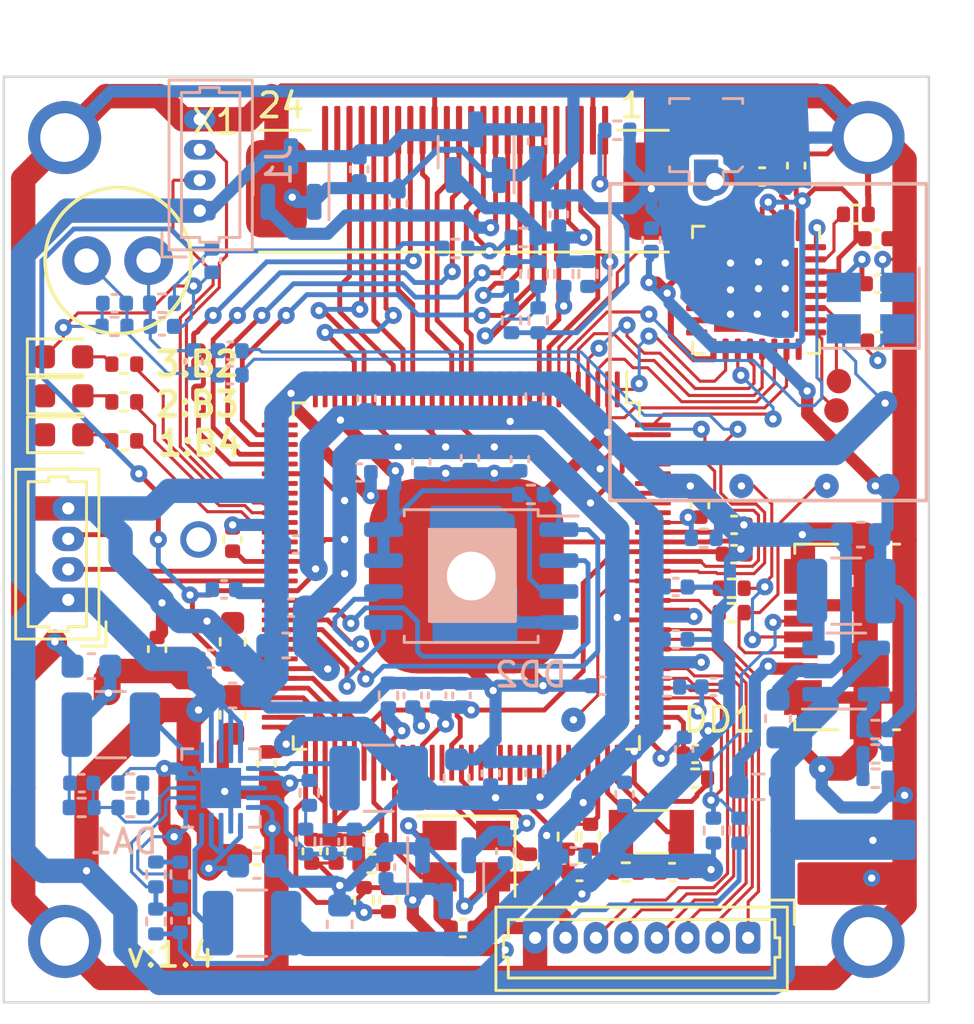
<source format=kicad_pcb>
(kicad_pcb (version 20221018) (generator pcbnew)
  (layers (0 "F.Cu" signal) (31 "B.Cu" signal) (34 "B.Paste" user) (35 "F.Paste" user) (36 "B.SilkS" user "B.Silkscreen") (37 "F.SilkS" user "F.Silkscreen") (38 "B.Mask" user) (39 "F.Mask" user) (44 "Edge.Cuts" user))
  (net 0 "")
  (net 1 "+1V2")
  (net 2 "GNDD")
  (net 3 "+1V8")
  (net 4 "+3V3")
  (net 5 "Net-(DA1-FB1)")
  (net 6 "Net-(DA1-FB2)")
  (net 7 "Net-(DA1-FB3)")
  (net 8 "+5V")
  (net 9 "Net-(DD1-RTC-VIO)")
  (net 10 "+3V0")
  (net 11 "+1V35")
  (net 12 "/RESET")
  (net 13 "/SVREF")
  (net 14 "/VRA2")
  (net 15 "/VRA1")
  (net 16 "/HPVCCBP")
  (net 17 "/HPVCCIN")
  (net 18 "/X24MIN")
  (net 19 "/X32KOUT")
  (net 20 "/LRADC")
  (net 21 "/X32KIN")
  (net 22 "/X24MOUT")
  (net 23 "Net-(DD1-VCC-RTC)")
  (net 24 "Net-(U1-XTAL_OUT)")
  (net 25 "Net-(U1-XTAL_IN)")
  (net 26 "Net-(C64-Pad1)")
  (net 27 "Net-(DD1-MICIN1P)")
  (net 28 "Net-(C65-Pad1)")
  (net 29 "Net-(DD1-MICIN1N)")
  (net 30 "Net-(D1-A)")
  (net 31 "Net-(D2-A)")
  (net 32 "Net-(D3-A)")
  (net 33 "Net-(DA1-LX2)")
  (net 34 "/CSI_D11")
  (net 35 "/CSI_D10")
  (net 36 "/CSI_D9")
  (net 37 "/CSI_D8")
  (net 38 "/CSI_D7")
  (net 39 "/CSI_D6")
  (net 40 "/CSI_D5")
  (net 41 "/CSI_D4")
  (net 42 "/CSI_D3")
  (net 43 "/CSI_D2")
  (net 44 "/CSI_D1")
  (net 45 "/CSI_D0")
  (net 46 "/CSI_VS")
  (net 47 "/CSI_HS")
  (net 48 "/CSI_MCLK")
  (net 49 "/CLK_PCLK")
  (net 50 "/UART2_TX")
  (net 51 "/UART2_RX")
  (net 52 "/PB2")
  (net 53 "/PB3")
  (net 54 "/PB4")
  (net 55 "/PB5")
  (net 56 "/I2C0_SCK")
  (net 57 "/I2C0_SDA")
  (net 58 "/UART0_TX")
  (net 59 "/UART0_RX")
  (net 60 "/SPI_MISO")
  (net 61 "/SPI_SCK")
  (net 62 "/SPI_CS")
  (net 63 "/SPI_MOSI")
  (net 64 "Net-(DA1-LX1)")
  (net 65 "/EPHY-LINK-LED")
  (net 66 "/EPHY-SPD-LED")
  (net 67 "Net-(DA1-LX3)")
  (net 68 "Net-(DA5-SW)")
  (net 69 "Net-(DA5-FB)")
  (net 70 "/PE24")
  (net 73 "/EPHY-RXN")
  (net 74 "/EPHY-RXP")
  (net 75 "/EPHY-TXN")
  (net 76 "/EPHY-TXP")
  (net 79 "/USB-ID")
  (net 80 "/SDC0_D2")
  (net 81 "/SDC0_D3")
  (net 82 "/SDC0_CMD")
  (net 83 "/SDC0_CLK")
  (net 84 "/SDC0_D0")
  (net 85 "/SDC0_D1")
  (net 86 "/USB-D-")
  (net 87 "/USB-D+")
  (net 88 "VAA")
  (net 89 "/I2C1_SDA")
  (net 91 "Net-(DD1-SZQ)")
  (net 96 "/DATA_1")
  (net 97 "/STROB")
  (net 98 "Net-(R1-Pad2)")
  (net 99 "Net-(R2-Pad2)")
  (net 100 "Net-(R3-Pad2)")
  (net 101 "/DATA_0")
  (net 102 "/I2C1_SCK")
  (net 105 "Net-(DD1-EPHY-RTX)")
  (net 107 "Net-(R13-Pad2)")
  (net 108 "/3V3_2")
  (net 109 "/USB-D-_R")
  (net 110 "/USB-D+_R")
  (net 111 "/RESETB")
  (net 112 "/PWDN")
  (net 117 "Net-(J5-VBUS)")
  (net 118 "Net-(U1-RES12K)")
  (net 123 "/ANT")
  (net 125 "/SDC1_D3")
  (net 126 "/CHIP_EN")
  (net 128 "/SDC1_CLK")
  (net 129 "/SDC1_CMD")
  (net 130 "/SDC1_D0")
  (net 131 "/SDC1_D1")
  (net 132 "/SDC1_D2")
  (net 134 "/RXD")
  (net 135 "/TXD")
  (net 136 "/GPIO0")
  (net 137 "/GPIO2")
  (net 138 "/LNA")
  (net 141 "/DOVDD")
  (footprint "Capacitor_SMD:C_0402_1005Metric" (layer "F.Cu") (at 35.85 6.65)
    (fp_text reference "C59" hide)
    (fp_text value "1u")
  )
  (footprint "Capacitor_SMD:C_0402_1005Metric" (layer "F.Cu") (at 35.9 8.5)
    (fp_text reference "C63" hide)
    (fp_text value "3.9p")
  )
  (footprint "LED_SMD:LED_0603_1608Metric" (layer "F.Cu") (at 2.46125 14.7)
    (fp_text reference "D1" hide)
    (fp_text value "LED")
  )
  (footprint "0_mylib:TestPoint_Pad_D1.0mm" (layer "F.Cu") (at 5.95 7.55)
    (fp_text reference "TP5" hide)
    (fp_text value "TestPoint")
  )
  (footprint "0_mylib:TestPoint_Pad_D1.0mm" (layer "F.Cu") (at 3.4 7.55)
    (fp_text reference "TP2" hide)
    (fp_text value "TestPoint")
  )
  (footprint "Capacitor_SMD:C_0402_1005Metric" (layer "F.Cu") (at 31.15 4.1)
    (fp_text reference "C62" hide)
    (fp_text value "5.6p")
  )
  (footprint "LED_SMD:LED_0603_1608Metric" (layer "F.Cu") (at 2.453868 11.5)
    (fp_text reference "D3" hide)
    (fp_text value "LED")
  )
  (footprint "Capacitor_SMD:C_0402_1005Metric" (layer "F.Cu") (at 35.95 10.85)
    (fp_text reference "C60" hide)
    (fp_text value "3.9p")
  )
  (footprint "Connector_Molex:Molex_PicoBlade_53047-0410_1x04_P1.25mm_Vertical" (layer "F.Cu") (at 2.65 21.475 90)
    (fp_text reference "J4" hide)
    (fp_text value "Conn_01x04_Male")
  )
  (footprint "Capacitor_SMD:C_0402_1005Metric" (layer "F.Cu") (at 30 19.6)
    (fp_text reference "C45" hide)
    (fp_text value "0.1u")
  )
  (footprint "Capacitor_SMD:C_0402_1005Metric" (layer "F.Cu") (at 6.3 23.5 90)
    (fp_text reference "C27" hide)
    (fp_text value "1u")
  )
  (footprint "Resistor_SMD:R_0402_1005Metric" (layer "F.Cu") (at 24.1 31.2 -90)
    (fp_text reference "R15" hide)
    (fp_text value "12k")
  )
  (footprint "0_mylib:CONN_FPC_24_0.5" (layer "F.Cu") (at 24.7 2.2 180)
    (fp_text reference "X1")
    (fp_text value "Conn_01x25_Female")
  )
  (footprint "0_mylib:TestPoint_Pad_D1.0mm" (layer "F.Cu") (at 35.65 32.9)
    (fp_text reference "TP15" hide)
    (fp_text value "TestPoint")
  )
  (footprint "Resistor_SMD:R_0402_1005Metric" (layer "F.Cu") (at 4.95 14.95 180)
    (fp_text reference "R33" hide)
    (fp_text value "10k")
  )
  (footprint "Capacitor_SMD:C_0402_1005Metric" (layer "F.Cu") (at 27.45 32.65)
    (fp_text reference "C42" hide)
    (fp_text value "10p")
  )
  (footprint "Capacitor_SMD:C_0603_1608Metric" (layer "F.Cu") (at 9.4 26.2 -90)
    (fp_text reference "C18" hide)
    (fp_text value "10u")
  )
  (footprint "Capacitor_SMD:C_0402_1005Metric" (layer "F.Cu") (at 28.4 27.8)
    (fp_text reference "C48" hide)
    (fp_text value "0.1u")
  )
  (footprint "Resistor_SMD:R_0402_1005Metric" (layer "F.Cu") (at 28.4 28.8 180)
    (fp_text reference "R11" hide)
    (fp_text value "0")
  )
  (footprint "Capacitor_SMD:C_0402_1005Metric" (layer "F.Cu") (at 10.4 32)
    (fp_text reference "C9" hide)
    (fp_text value "1u")
  )
  (footprint "Crystal:Crystal_SMD_3215-2Pin_3.2x1.5mm" (layer "F.Cu") (at 26.6 31 180)
    (fp_text reference "Y2" hide)
    (fp_text value "32768 Hz")
  )
  (footprint "Resistor_SMD:R_0402_1005Metric" (layer "F.Cu") (at 4.95 13.35 180)
    (fp_text reference "R38" hide)
    (fp_text value "10k")
  )
  (footprint "Capacitor_SMD:C_0402_1005Metric" (layer "F.Cu") (at 32.55 3.65 90)
    (fp_text reference "C58" hide)
    (fp_text value "0.1u")
  )
  (footprint "Capacitor_SMD:C_0402_1005Metric" (layer "F.Cu") (at 9.4 19 90)
    (fp_text reference "C51" hide)
    (fp_text value "0.1u")
  )
  (footprint "Capacitor_SMD:C_0402_1005Metric" (layer "F.Cu") (at 28.6 17.6 90)
    (fp_text reference "C30" hide)
    (fp_text value "2.2u")
  )
  (footprint "Capacitor_SMD:C_0402_1005Metric" (layer "F.Cu") (at 21.6 32.4 -90)
    (fp_text reference "C39" hide)
    (fp_text value "10p")
  )
  (footprint "Capacitor_SMD:C_0402_1005Metric" (layer "F.Cu") (at 18.85 34.95)
    (fp_text reference "C43" hide)
    (fp_text value "10p")
  )
  (footprint "Resistor_SMD:R_0402_1005Metric" (layer "F.Cu") (at 23.15 31.2 -90)
    (fp_text reference "R40" hide)
    (fp_text value "12k")
  )
  (footprint "Resistor_SMD:R_0402_1005Metric" (layer "F.Cu") (at 15.1 32.3)
    (fp_text reference "R18" hide)
    (fp_text value "2k")
  )
  (footprint "Capacitor_SMD:C_0402_1005Metric" (layer "F.Cu") (at 12.65 31.8 -90)
    (fp_text reference "C23" hide)
    (fp_text value "1u")
  )
  (footprint "0_mylib:TestPoint_Pad_D1.0mm" (layer "F.Cu") (at 34.3 12.5)
    (fp_text reference "TP7" hide)
    (fp_text value "TestPoint")
  )
  (footprint "0_mylib:TestPoint_Pad_D1.0mm" (layer "F.Cu") (at 34.2 13.7)
    (fp_text reference "TP6" hide)
    (fp_text value "TestPoint")
  )
  (footprint "0_mylib:LQFP-128_14x14mm_P0.4mm" (layer "F.Cu") (at 19 20.5 -90)
    (fp_text reference "DD1")
    (fp_text value "AllwinnerV3S")
  )
  (footprint "Capacitor_SMD:C_0402_1005Metric" (layer "F.Cu") (at 23.65 32.65 180)
    (fp_text reference "C40" hide)
    (fp_text value "10p")
  )
  (footprint "Capacitor_SMD:C_0402_1005Metric" (layer "F.Cu") (at 10.8 28.2 -90)
    (fp_text reference "C49" hide)
    (fp_text value "0.1u")
  )
  (footprint "LED_SMD:LED_0603_1608Metric" (layer "F.Cu") (at 2.46125 13.1)
    (fp_text reference "D2" hide)
    (fp_text value "LED")
  )
  (footprint "Connector_Molex:Molex_PicoBlade_53047-0810_1x08_P1.25mm_Vertical" (layer "F.Cu") (at 30.575 35.35 180)
    (fp_text reference "J3" hide)
    (fp_text value "Conn_01x08_Male")
  )
  (footprint "Resistor_SMD:R_0402_1005Metric" (layer "F.Cu") (at 14.8 33.8 -90)
    (fp_text reference "R19" hide)
    (fp_text value "2k")
  )
  (footprint "Capacitor_SMD:C_0402_1005Metric" (layer "F.Cu") (at 15.8 33.8 -90)
    (fp_text reference "C21" hide)
    (fp_text value "0.1u")
  )
  (footprint "Resistor_SMD:R_0402_1005Metric" (layer "F.Cu") (at 35 5.65 180)
    (fp_text reference "R35" hide)
    (fp_text value "12k")
  )
  (footprint "Capacitor_SMD:C_0603_1608Metric" (layer "F.Cu") (at 9.4 23.2 90)
    (fp_text reference "C19" hide)
    (fp_text value "10u")
  )
  (footprint "Resistor_SMD:R_0402_1005Metric" (layer "F.Cu") (at 4.95 11.8 180)
    (fp_text reference "R39" hide)
    (fp_text value "10k")
  )
  (footprint "Resistor_SMD:R_0402_1005Metric" (layer "F.Cu") (at 25.55 32.65)
    (fp_text reference "R26" hide)
    (fp_text value "10M")
  )
  (footprint "Package_DFN_QFN:QFN-32-1EP_5x5mm_P0.5mm_EP3.45x3.45mm" (layer "F.Cu") (at 30.9 8.75 -90)
    (fp_text reference "U1" hide)
    (fp_text value "ESP8266EX")
  )
  (footprint "Capacitor_SMD:C_0402_1005Metric" (layer "F.Cu") (at 15.05 31.35)
    (fp_text reference "C47" hide)
    (fp_text value "0.1u")
  )
  (footprint "Crystal:Crystal_SMD_3225-4Pin_3.2x2.5mm" (layer "F.Cu") (at 19 32 180)
    (fp_text reference "Y1" hide)
    (fp_text value "24 MHz")
  )
  (footprint "Connector_USB:USB_Micro-B_Molex_47346-0001" (layer "F.Cu") (at 34.2 23 90)
    (fp_text reference "J5" hide)
    (fp_text value "USB_B_Micro")
  )
  (footprint "Resistor_SMD:R_0402_1005Metric" (layer "F.Cu") (at 29.9 21 180)
    (fp_text reference "R20" hide)
    (fp_text value "22")
  )
  (footprint "Resistor_SMD:R_0402_1005Metric" (layer "F.Cu") (at 29.9 22 180)
    (fp_text reference "R24" hide)
    (fp_text value "22")
  )
  (footprint "Capacitor_SMD:C_0402_1005Metric" (layer "F.Cu") (at 13.65 31.8 -90)
    (fp_text reference "C56" hide)
    (fp_text value "0.1u")
  )
  (footprint "Capacitor_SMD:C_0402_1005Metric" (layer "F.Cu") (at 30 18.4)
    (fp_text reference "C33" hide)
    (fp_text value "1u")
  )
  (footprint "Resistor_SMD:R_0402_1005Metric" (layer "B.Cu") (at 23 8.1 90)
    (fp_text reference "R23" hide)
    (fp_text value "100k")
  )
  (footprint "Resistor_SMD:R_0402_1005Metric" (layer "B.Cu") (at 12.4 31.4 -90)
    (fp_text reference "R4" hide)
    (fp_text value "100k")
  )
  (footprint "Package_TO_SOT_SMD:SOT-23" (layer "B.Cu") (at 11.8 4.2 90)
    (fp_text reference "DA3" hide)
    (fp_text value "XC6206P122MR")
  )
  (footprint "Resistor_SMD:R_0402_1005Metric" (layer "B.Cu") (at 21.95 8.1 -90)
    (fp_text reference "R29" hide)
    (fp_text value "100k")
  )
  (footprint "Capacitor_SMD:C_0402_1005Metric" (layer "B.Cu") (at 8.55 7.55 -90)
    (fp_text reference "C69" hide)
    (fp_text value "1u")
  )
  (footprint "Resistor_SMD:R_0402_1005Metric" (layer "B.Cu") (at 15.8 25.4 90)
    (fp_text reference "R14" hide)
    (fp_text value "240")
  )
  (footprint "Resistor_SMD:R_0402_1005Metric" (layer "B.Cu") (at 5.2 29)
    (fp_text reference "R2" hide)
    (fp_text value "0")
  )
  (footprint "Connector_Molex:Molex_PicoBlade_53047-0410_1x04_P1.25mm_Vertical" (layer "B.Cu") (at 8.05 5.5 90)
    (fp_text reference "J1")
    (fp_text value "Conn_01x04_Male")
  )
  (footprint "Capacitor_SMD:C_0402_1005Metric" (layer "B.Cu") (at 24.6 25 180)
    (fp_text reference "C37" hide)
    (fp_text value "1u")
  )
  (footprint "Capacitor_SMD:C_0402_1005Metric" (layer "B.Cu") (at 27.95 27.6 -90)
    (fp_text reference "C13" hide)
    (fp_text value "2.2u")
  )
  (footprint "Package_DFN_QFN:QFN-20-1EP_3x3mm_P0.4mm_EP1.65x1.65mm" (layer "B.Cu") (at 8.92475 29.2)
    (fp_text reference "DA1")
    (fp_text value "EA3036C")
  )
  (footprint "Capacitor_SMD:C_0603_1608Metric" (layer "B.Cu") (at 10.4 32.4)
    (fp_text reference "C7" hide)
    (fp_text value "10u")
  )
  (footprint "Capacitor_SMD:C_0402_1005Metric" (layer "B.Cu") (at 13.4 31.4 -90)
    (fp_text reference "C4" hide)
    (fp_text value "220p")
  )
  (footprint "Package_TO_SOT_SMD:SOT-23-5" (layer "B.Cu") (at 34.6 24.4)
    (fp_text reference "DA5" hide)
    (fp_text value "SY8008BAAC")
  )
  (footprint "Capacitor_SMD:C_0402_1005Metric" (layer "B.Cu") (at 14.6 3.8 -90)
    (fp_text reference "C12" hide)
    (fp_text value "1u")
  )
  (footprint "0_mylib:TestPoint_Pad_D1.0mm" (layer "B.Cu") (at 28.8 4.6 180)
    (fp_text reference "TP13" hide)
    (fp_text value "TestPoint")
  )
  (footprint "0_mylib:TestPoint_Pad_D1.0mm" (layer "B.Cu") (at 35.7 31.35 180)
    (fp_text reference "TP8" hide)
    (fp_text value "TestPoint")
  )
  (footprint "Capacitor_SMD:C_0402_1005Metric" (layer "B.Cu") (at 26.6 6.7 90)
    (fp_text reference "C61" hide)
    (fp_text value "1u")
  )
  (footprint "Resistor_SMD:R_0402_1005Metric" (layer "B.Cu") (at 5.2 30 180)
    (fp_text reference "R5" hide)
    (fp_text value "100k")
  )
  (footprint "Capacitor_SMD:C_0402_1005Metric" (layer "B.Cu") (at 18.8 25.4 90)
    (fp_text reference "C36" hide)
    (fp_text value "0.1u")
  )
  (footprint "Capacitor_SMD:C_0402_1005Metric" (layer "B.Cu") (at 23.4 32)
    (fp_text reference "C55" hide)
    (fp_text value "0.1u")
  )
  (footprint "Inductor_SMD:L_1210_3225Metric" (layer "B.Cu") (at 15.4 28.8 180)
    (fp_text reference "L1" hide)
    (fp_text value "1.5uH")
  )
  (footprint "Capacitor_SMD:C_0402_1005Metric" (layer "B.Cu") (at 16.8 25.4 90)
    (fp_text reference "C54" hide)
    (fp_text value "0.1u")
  )
  (footprint "Capacitor_SMD:C_0402_1005Metric" (layer "B.Cu") (at 7.8 11.7 90)
    (fp_text reference "C66" hide)
    (fp_text value "100p")
  )
  (footprint "Capacitor_SMD:C_0402_1005Metric" (layer "B.Cu") (at 17.15 15.8 -90)
    (fp_text reference "C35" hide)
    (fp_text value "1u")
  )
  (footprint "0_mylib:TestPoint_Pad_D1.0mm" (layer "B.Cu") (at 27.6 16.8 180)
    (fp_text reference "TP12" hide)
    (fp_text value "TestPoint")
  )
  (footprint "Resistor_SMD:R_0402_1005Metric" (layer "B.Cu") (at 35.8 27.8)
    (fp_text reference "R28" hide)
    (fp_text value "12k")
  )
  (footprint "Inductor_SMD:L_1210_3225Metric" (layer "B.Cu") (at 4.4 26.6)
    (fp_text reference "L2" hide)
    (fp_text value "1.5uH")
  )
  (footprint "Resistor_SMD:R_0402_1005Metric" (layer "B.Cu") (at 35.8 28.8 180)
    (fp_text reference "R13" hide)
    (fp_text value "10k")
  )
  (footprint "Capacitor_SMD:C_0402_1005Metric" (layer "B.Cu") (at 20 28.6 90)
    (fp_text reference "C53" hide)
    (fp_text value "0.1u")
  )
  (footprint "Resistor_SMD:R_0402_1005Metric" (layer "B.Cu") (at 21.35 6.6 180)
    (fp_text reference "R42" hide)
    (fp_text value "0 NC")
  )
  (footprint "Capacitor_SMD:C_0603_1608Metric" (layer "B.Cu") (at 13.8 34.8 90)
    (fp_text reference "C3" hide)
    (fp_text value "10u")
  )
  (footprint "Resistor_SMD:R_0402_1005Metric" (layer "B.Cu") (at 29.15 30.95 -90)
    (fp_text reference "R16" hide)
    (fp_text value "47k DNI")
  )
  (footprint "Capacitor_SMD:C_0402_1005Metric" (layer "B.Cu") (at 21.9 2.65 -90)
    (fp_text reference "C11" hide)
    (fp_text value "1u")
  )
  (footprint "Capacitor_SMD:C_0402_1005Metric" (layer "B.Cu") (at 4.55 9.3)
    (fp_text reference "C68" hide)
    (fp_text value "33p")
  )
  (footprint "Resistor_SMD:R_0402_1005Metric" (layer "B.Cu") (at 6.25 32.75 -90)
    (fp_text reference "R6" hide)
    (fp_text value "12k")
  )
  (footprint "Capacitor_SMD:C_0603_1608Metric" (layer "B.Cu") (at 11.6 23.35 180)
    (fp_text reference "C22" hide)
    (fp_text value "10u")
  )
  (footprint "Package_SO:SOP-8_5.28x5.23mm_P1.27mm" (layer "B.Cu") (at 19.2 20.5 180)
    (fp_text reference "DD2")
    (fp_text value "MX25L12835FM2I-10G")
  )
  (footprint "Capacitor_SMD:C_0402_1005Metric" (layer "B.Cu") (at 19.15 15.65 -90)
    (fp_text reference "C26" hide)
    (fp_text value "1u")
  )
  (footprint "Capacitor_SMD:C_0603_1608Metric" (layer "B.Cu") (at 18.6 28.8 90)
    (fp_text reference "C1" hide)
    (fp_text value "10u")
  )
  (footprint "Package_TO_SOT_SMD:SOT-23" (layer "B.Cu") (at 19.4 3.1 90)
    (fp_text reference "DA2" hide)
    (fp_text value "XC6206P302MR")
  )
  (footprint "0_mylib:TestPoint_Pad_D1.0mm" (layer "B.Cu") (at 33.8 16.8 180)
    (fp_text reference "TP11" hide)
    (fp_text value "TestPoint")
  )
  (footprint "Resistor_SMD:R_0402_1005Metric" (layer "B.Cu") (at 6.5 9.3 180)
    (fp_text reference "R12" hide)
    (fp_text value "2k")
  )
  (footprint "Capacitor_SMD:C_0402_1005Metric" (layer "B.Cu") (at 7.25 34.65 90)
    (fp_text reference "C6" hide)
    (fp_text value "220p")
  )
  (footprint "Crystal:Crystal_SMD_3225-4Pin_3.2x2.5mm" (layer "B.Cu") (at 35.6 9.5 180)
    (fp_text reference "Y3" hide)
    (fp_text value "24 MHz")
  )
  (footprint "Resistor_SMD:R_0402_1005Metric" (layer "B.Cu") (at 20.85 8.1 -90)
    (fp_text reference "R31" hide)
    (fp_text value "100k DNI")
  )
  (footprint "Resistor_SMD:R_0402_1005Metric" (layer "B.Cu") (at 25.2 2.2 180)
    (fp_text reference "R21" hide)
    (fp_text value "100k NC")
  )
  (footprint "Capacitor_SMD:C_0402_1005Metric" (layer "B.Cu") (at 16.2 5.2 90)
    (fp_text reference "C15" hide)
    (fp_text value "1u")
  )
  (footprint "Capacitor_SMD:C_0402_1005Metric" (layer "B.Cu") (at 12 19.2 180)
    (fp_text reference "C25" hide)
    (fp_text value "2.2u")
  )
  (footprint "Resistor_SMD:R_0402_1005Metric" (layer "B.Cu") (at 27.25 25.05)
    (fp_text reference "R17" hide)
    (fp_text value "10k")
  )
  (footprint "Inductor_SMD:L_1210_3225Metric" (layer "B.Cu") (at 34.6 21.12)
    (fp_text reference "L4" hide)
    (fp_text value "1.0uH")
  )
  (footprint "Capacitor_SMD:C_0402_1005Metric" (layer "B.Cu") (at 20.6 31.8 -90)
    (fp_text reference "C34" hide)
    (fp_text value "1u")
  )
  (footprint "Capacitor_SMD:C_0402_1005Metric" (layer "B.Cu") (at 15.7 32.45 90)
    (fp_text reference "C29" hide)
    (fp_text value "1u")
  )
  (footprint "0_mylib:TestPoint_Pad_D1.0mm" (layer "B.Cu") (at 26.6 4.6 180)
    (fp_text reference "TP14" hide)
    (fp_text value "TestPoint")
  )
  (footprint "Inductor_SMD:L_1210_3225Metric" (layer "B.Cu") (at 10.2 34.75 180)
    (fp_text reference "L3" hide)
    (fp_text value "1.5uH")
  )
  (footprint "Resistor_SMD:R_0402_1005Metric" (layer "B.Cu") (at 6.25 34.68 90)
    (fp_text reference "R9" hide)
    (fp_text value "100k")
  )
  (footprint "Capacitor_SMD:C_0603_1608Metric" (layer "B.Cu") (at 3.6 24.2 180)
    (fp_text reference "C2" hide)
    (fp_text value "10u")
  )
  (footprint "Capacitor_SMD:C_0402_1005Metric" (layer "B.Cu") (at 21.2 15.7 -90)
    (fp_text reference "C31" hide)
    (fp_text value "1u")
  )
  (footprint "Capacitor_SMD:C_0402_1005Metric" (layer "B.Cu") (at 17.8 25.4 90)
    (fp_text reference "C46" hide)
    (fp_text value "0.1u")
  )
  (footprint "Capacitor_SMD:C_0402_1005Metric" (layer "B.Cu") (at 29.15 25.05)
    (fp_text reference "C16" hide)
    (fp_text value "1u")
  )
  (footprint "Resistor_SMD:R_0402_1005Metric" (layer "B.Cu") (at 7.25 32.75 90)
    (fp_text reference "R3" hide)
    (fp_text value "10k")
  )
  (footprint "Capacitor_SMD:C_0402_1005Metric" (layer "B.Cu") (at 6.5 10.25)
    (fp_text reference "C67" hide)
    (fp_text value "33p")
  )
  (footprint "Resistor_SMD:R_0402_1005Metric" (layer "B.Cu") (at 28.75 18.95)
    (fp_text reference "R25" hide)
    (fp_text value "200k")
  )
  (footprint "Capacitor_SMD:C_0402_1005Metric" (layer "B.Cu") (at 3.2 29)
    (fp_text reference "C5" hide)
    (fp_text value "220p")
  )
  (footprint "Capacitor_SMD:C_0402_1005Metric" (layer "B.Cu") (at 27.6 23.1)
    (fp_text reference "C28" hide)
    (fp_text value "0.1u")
  )
  (footprint "Package_TO_SOT_SMD:SOT-23" (layer "B.Cu") (at 18.15 32.9 -90)
    (fp_text reference "DA4" hide)
    (fp_text value "XC6206P302MR")
  )
  (footprint "Resistor_SMD:R_0402_1005Metric" (layer "B.Cu") (at 30.2 30.95 90)
    (fp_text reference "R32" hide)
    (fp_text value "47k")
  )
  (footprint "Capacitor_SMD:C_0402_1005Metric" (layer "B.Cu") (at 21.8 13.12 90)
    (fp_text reference "C20" hide)
    (fp_text value "2.2u")
  )
  (footprint "Resistor_SMD:R_0402_1005Metric" (layer "B.Cu") (at 3.2 30)
    (fp_text reference "R8" hide)
    (fp_text value "200k")
  )
  (footprint "Resistor_SMD:R_0402_1005Metric" (layer "B.Cu") (at 21.65 17.15)
    (fp_text reference "R10" hide)
    (fp_text value "10k")
  )
  (footprint "Resistor_SMD:R_0402_1005Metric" (layer "B.Cu") (at 14.4 31.4 -90)
    (fp_text reference "R7" hide)
    (fp_text value "100k")
  )
  (footprint "Resistor_SMD:R_0402_1005Metric" (layer "B.Cu") (at 4.55 10.25)
    (fp_text reference "R36" hide)
    (fp_text value "2k")
  )
  (footprint "Capacitor_SMD:C_0402_1005Metric" (layer "B.Cu") (at 22.8 5.65 90)
    (fp_text reference "C14" hide)
    (fp_text value "1u")
  )
  (footprint "Connector_Coaxial:U.FL_Molex_MCRF_73412-0110_Vertical" (layer "B.Cu") (at 28.85 2.4 180)
    (fp_text reference "X2" hide)
    (fp_text value "Conn_Coaxial")
  )
  (footprint "Resistor_SMD:R_0402_1005Metric" (layer "B.Cu") (at 21.95 10 90)
    (fp_text reference "R30" hide)
    (fp_text value "100k DNI")
  )
  (footprint "Capacitor_SMD:C_0402_1005Metric" (layer "B.Cu") (at 8.5 23.9)
    (fp_text reference "C10" hide)
    (fp_text value "1u")
  )
  (footprint "Resistor_SMD:R_0402_1005Metric" (layer "B.Cu") (at 20.85 10 90)
    (fp_text reference "R34" hide)
    (fp_text value "100k")
  )
  (footprint "0_mylib:TestPoint_Pad_D1.0mm" (layer "B.Cu") (at 36.3 16.8 180)
    (fp_text reference "TP9" hide)
    (fp_text value "TestPoint")
  )
  (footprint "Capacitor_SMD:C_0402_1005Metric" (layer "B.Cu") (at 11.8 21.8 180)
    (fp_text reference "C17" hide)
    (fp_text value "1u")
  )
  (footprint "Resistor_SMD:R_0402_1005Metric" (layer "B.Cu") (at 35.8 26.8)
    (fp_text reference "R27" hide)
    (fp_text value "100k")
  )
  (footprint "Resistor_SMD:R_0402_1005Metric" (layer "B.Cu") (at 18.55 7.05)
    (fp_text reference "R41" hide)
    (fp_text value "0")
  )
  (footprint "Capacitor_SMD:C_0603_1608Metric" (layer "B.Cu") (at 35.2 18.8 180)
    (fp_text reference "C41" hide)
    (fp_text value "10u")
  )
  (footprint "Capacitor_SMD:C_0402_1005Metric" (layer "B.Cu") (at 9.05 21.05)
    (fp_text reference "C24" hide)
    (fp_text value "1u")
  )
  (footprint "Capacitor_SMD:C_0603_1608Metric" (layer "B.Cu") (at 31.8 26.35 90)
    (fp_text reference "C38" hide)
    (fp_text value "10u")
  )
  (footprint "Capacitor_SMD:C_0402_1005Metric" (layer "B.Cu") (at 25.5 29.45 -90)
    (fp_text reference "C44" hide)
    (fp_text value "0.1u")
  )
  (footprint "Capacitor_SMD:C_0402_1005Metric" (layer "B.Cu") (at 14.9 13.2 90)
    (fp_text reference "C32" hide)
    (fp_text value "0.1u")
  )
  (footprint "Resistor_SMD:R_0603_1608Metric" (layer "B.Cu") (at 31 29.15)
    (fp_text reference "R37" hide)
    (fp_text value "0")
  )
  (footprint "Resistor_SMD:R_0402_1005Metric" (layer "B.Cu") (at 24 8.1 90)
    (fp_text reference "R22" hide)
    (fp_text value "100k")
  )
  (footprint "Capacitor_SMD:C_0402_1005Metric" (layer "B.Cu") (at 21.8 28.6 90)
    (fp_text reference "C52" hide)
    (fp_text value "0.1u")
  )
  (footprint "Resistor_SMD:R_0402_1005Metric" (layer "B.Cu") (at 12.55 29.4 -90)
    (fp_text reference "R1" hide)
    (fp_text value "0")
  )
  (footprint "Capacitor_SMD:C_0402_1005Metric" (layer "B.Cu") (at 27.6 20.95)
    (fp_text reference "C57" hide)
    (fp_text value "0.1u")
  )
  (footprint "Capacitor_SMD:C_0603_1608Metric" (layer "B.Cu") (at 9.4 25.4)
    (fp_text reference "C8" hide)
    (fp_text value "10u")
  )
  (footprint "0_mylib:TestPoint_Pad_D1.0mm" (layer "B.Cu") (at 30.3 16.8 180)
    (fp_text reference "TP10" hide)
    (fp_text value "TestPoint")
  )
  (footprint "Capacitor_SMD:C_0402_1005Metric" (layer "B.Cu") (at 14.6 16.25)
    (fp_text reference "C50" hide)
    (fp_text value "0.1u")
  )
  (footprint "Capacitor_SMD:C_0402_1005Metric" (layer "B.Cu") (at 9.3 12.25)
    (fp_text reference "C64" hide)
    (fp_text value "0.1u")
  )
  (footprint "0_mylib:TestPoint_Pad_D1.0mm" (layer "B.Cu") (at 23.4 26.4 180)
    (fp_text reference "TP1" hide)
    (fp_text value "TestPoint")
  )
  (footprint "Capacitor_SMD:C_0402_1005Metric" (layer "B.Cu") (at 9.3 11.25)
    (fp_text reference "C65" hide)
    (fp_text value "0.1u")
  )
  (gr_rect (start 24.9 4.4) (end 37.9 17.4) (stroke (width 0.15)) (fill none) (layer "B.SilkS"))
  (gr_rect (start 17.5 18.6) (end 21 22.35) (stroke (width 0.15)) (fill solid) (layer "B.SilkS"))
  (gr_circle (center 4.7 7.55) (end 7.1 9.35) (stroke (width 0.15)) (fill none) (layer "F.SilkS"))
  (gr_rect locked (start 0 0) (end 38 38) (stroke (width 0.1)) (fill none) (layer "Edge.Cuts"))
  (gr_text "3:B2" (at 7.95 11.8) (layer "F.SilkS") (effects (font (size 1 1) (thickness 0.2))))
  (gr_text "2:B3" (at 7.95 13.45) (layer "F.SilkS") (effects (font (size 1 1) (thickness 0.2))))
  (gr_text "v:1.4" (at 6.85 36.05) (layer "F.SilkS") (effects (font (size 1 1))))
  (gr_text "1:B4" (at 8.05 15.05) (layer "F.SilkS") (effects (font (size 1 1) (thickness 0.2))))
  (via (at 8 19) (size 1.5) (drill 1) (layers "F.Cu" "B.Cu") (net 0))
  (segment (start 13.310002 24.314952) (end 12.49505 23.5) (width 0.2) (layer "F.Cu") (net 1))
  (segment (start 18.8 28.891737) (end 18.8 28.1625) (width 0.2) (layer "F.Cu") (net 1))
  (segment (start 15.2 14.2) (end 16.2 15.2) (width 0.2) (layer "F.Cu") (net 1))
  (segment (start 26.6625 22.3) (end 25.3 22.3) (width 0.2) (layer "F.Cu") (net 1))
  (segment (start 12.3 19.9) (end 11.3375 19.9) (width 0.2) (layer "F.Cu") (net 1))
  (segment (start 12.49505 23.5) (end 11.3375 23.5) (width 0.2) (layer "F.Cu") (net 1))
  (segment (start 26.6625 15.1) (end 25.762448 15.1) (width 0.2) (layer "F.Cu") (net 1))
  (segment (start 12.9 21.5) (end 11.3375 21.5) (width 0.2) (layer "F.Cu") (net 1))
  (segment (start 11.6 26.9625) (end 11.3375 26.7) (width 0.2) (layer "F.Cu") (net 1))
  (segment (start 9.9 19.9) (end 9.4 19.4) (width 0.2) (layer "F.Cu") (net 1))
  (segment (start 25.3 22.3) (end 25.2 22.2) (width 0.2) (layer "F.Cu") (net 1))
  (segment (start 10.8 27.72) (end 11.28 27.72) (width 0.5) (layer "F.Cu") (net 1))
  (segment (start 17.2 14.25) (end 18.15 15.2) (width 0.2) (layer "F.Cu") (net 1))
  (segment (start 22 28.1625) (end 22 29.55) (width 0.2) (layer "F.Cu") (net 1))
  (segment (start 25.4 15.462448) (end 25.4 16.2) (width 0.2) (layer "F.Cu") (net 1))
  (segment (start 13.2 19) (end 12.3 19.9) (width 0.2) (layer "F.Cu") (net 1))
  (segment (start 15.6 14.6) (end 16.2 15.2) (width 0.2) (layer "F.Cu") (net 1))
  (segment (start 17.6 14.65) (end 17.6 12.8375) (width 0.2) (layer "F.Cu") (net 1))
  (segment (start 20.2 29.6) (end 19.508263 29.6) (width 0.2) (layer "F.Cu") (net 1))
  (segment (start 13.29505 24.3) (end 11.3375 24.3) (width 0.2) (layer "F.Cu") (net 1))
  (segment (start 25.4 16.2) (end 24.1 17.5) (width 0.2) (layer "F.Cu") (net 1))
  (segment (start 15.6 12.8375) (end 15.6 14.6) (width 0.2) (layer "F.Cu") (net 1))
  (segment (start 22 29.55) (end 22.025 29.575) (width 0.2) (layer "F.Cu") (net 1))
  (segment (start 11.3375 19.9) (end 9.9 19.9) (width 0.2) (layer "F.Cu") (net 1))
  (segment (start 15.2 12.8375) (end 15.2 14.2) (width 0.2) (layer "F.Cu") (net 1))
  (segment (start 12.9 16.3) (end 11.3375 16.3) (width 0.2) (layer "F.Cu") (net 1))
  (segment (start 20.15 15.2) (end 19.633263 15.2) (width 0.2) (layer "F.Cu") (net 1))
  (segment (start 11.28 27.72) (end 11.6 27.4) (width 0.5) (layer "F.Cu") (net 1))
  (segment (start 11.6 27.4) (end 11.6 26.9625) (width 0.2) (layer "F.Cu") (net 1))
  (segment (start 14 20.4) (end 12.9 21.5) (width 0.2) (layer "F.Cu") (net 1))
  (segment (start 17.2 12.8375) (end 17.2 14.25) (width 0.2) (layer "F.Cu") (net 1))
  (segment (start 14 19) (end 13.2 19) (width 0.2) (layer "F.Cu") (net 1))
  (segment (start 19.508263 29.6) (end 18.8 28.891737) (width 0.2) (layer "F.Cu") (net 1))
  (segment (start 18.15 15.2) (end 17.6 14.65) (width 0.2) (layer "F.Cu") (net 1))
  (segment (start 14 17.4) (end 12.9 16.3) (width 0.2) (layer "F.Cu") (net 1))
  (segment (start 25.762448 15.1) (end 25.4 15.462448) (width 0.2) (layer "F.Cu") (net 1))
  (segment (start 13.310002 24.314952) (end 13.29505 24.3) (width 0.2) (layer "F.Cu") (net 1))
  (segment (start 19.633263 15.2) (end 18 13.566737) (width 0.2) (layer "F.Cu") (net 1))
  (segment (start 18 13.566737) (end 18 12.8375) (width 0.2) (layer "F.Cu") (net 1))
  (via (at 25.2 22.2) (size 0.7) (drill 0.3) (layers "F.Cu" "B.Cu") (net 1))
  (via (at 14 17.4) (size 0.7) (drill 0.3) (layers "F.Cu" "B.Cu") (net 1))
  (via (at 22.025 29.575) (size 0.7) (drill 0.3) (layers "F.Cu" "B.Cu") (net 1))
  (via (at 14 20.4) (size 0.7) (drill 0.3) (layers "F.Cu" "B.Cu") (net 1))
  (via (at 20.2 29.6) (size 0.7) (drill 0.3) (layers "F.Cu" "B.Cu") (net 1))
  (via (at 13.310002 24.314952) (size 0.7) (drill 0.3) (layers "F.Cu" "B.Cu") (net 1))
  (via (at 16.2 15.2) (size 0.7) (drill 0.3) (layers "F.Cu" "B.Cu") (net 1))
  (via (at 20.15 15.2) (size 0.7) (drill 0.3) (layers "F.Cu" "B.Cu") (net 1))
  (via (at 24.1 17.5) (size 0.7) (drill 0.3) (layers "F.Cu" "B.Cu") (net 1))
  (via (at 18.15 15.2) (size 0.7) (drill 0.3) (layers "F.Cu" "B.Cu") (net 1))
  (via (at 14 19) (size 0.7) (drill 0.3) (layers "F.Cu" "B.Cu") (net 1))
  (via (at 11.6 27.4) (size 0.7) (drill 0.3) (layers "F.Cu" "B.Cu") (net 1))
  (segment (start 25.2 18.6) (end 25.2 22.2) (width 1) (layer "B.Cu") (net 1))
  (segment (start 14 20.609114) (end 12.809114 21.8) (width 1) (layer "B.Cu") (net 1))
  (segment (start 20.2 29.6) (end 17.6 29.6) (width 1) (layer "B.Cu") (net 1))
  (segment (start 14.4 15.2) (end 16.2 15.2) (width 1) (layer "B.Cu") (net 1))
  (segment (start 12.225 26.775) (end 14.775 26.775) (width 1) (layer "B.Cu") (net 1))
  (segment (start 14 20.4) (end 14 19) (width 1) (layer "B.Cu") (net 1))
  (segment (start 22.025 29.575) (end 20.225 29.575) (width 1) (layer "B.Cu") (net 1))
  (segment (start 24.1 17.5) (end 25.2 18.6) (width 1) (layer "B.Cu") (net 1))
  (segment (start 14.91 30.89) (end 16.8 29) (width 0.25) (layer "B.Cu") (net 1))
  (segment (start 25.2 22.2) (end 25.2 26.4) (width 1) (layer "B.Cu") (net 1))
  (segment (start 14.4 30.89) (end 14.91 30.89) (width 0.25) (layer "B.Cu") (net 1))
  (segment (start 14 15.6) (end 14.4 15.2) (width 1) (layer "B.Cu") (net 1))
  (segment (start 14 20.4) (end 14 20.609114) (width 1) (layer "B.Cu") (net 1))
  (segment (start 14 17.4) (end 14 15.6) (width 1) (layer "B.Cu") (net 1))
  (segment (start 16.2 15.2) (end 18.15 15.2) (width 1) (layer "B.Cu") (net 1))
  (segment (start 14 19) (end 14 17.4) (width 1) (layer "B.Cu") (net 1))
  (segment (start 20.225 29.575) (end 20.2 29.6) (width 1) (layer "B.Cu") (net 1))
  (segment (start 17.6 29.6) (end 16.8 28.8) (width 1) (layer "B.Cu") (net 1))
  (segment (start 16.8 29) (end 16.8 28.8) (width 0.25) (layer "B.Cu") (net 1))
  (segment (start 18.15 15.2) (end 20.15 15.2) (width 1) (layer "B.Cu") (net 1))
  (segment (start 25.2 26.4) (end 22.025 29.575) (width 1) (layer "B.Cu") (net 1))
  (segment (start 14.775 26.775) (end 16.8 28.8) (width 1) (layer "B.Cu") (net 1))
  (segment (start 12.809114 21.8) (end 12.375 21.8) (width 1) (layer "B.Cu") (net 1))
  (segment (start 20.15 15.2) (end 21.8 15.2) (width 1) (layer "B.Cu") (net 1))
  (segment (start 13.310002 24.314952) (end 12.375 23.37995) (width 1) (layer "B.Cu") (net 1))
  (segment (start 14.4 30.89) (end 13.43 30.89) (width 0.25) (layer "B.Cu") (net 1))
  (segment (start 11.6 27.4) (end 12.225 26.775) (width 1) (layer "B.Cu") (net 1))
  (segment (start 21.8 15.2) (end 24.1 17.5) (width 1) (layer "B.Cu") (net 1))
  (segment (start 12.375 23.37995) (end 12.375 21.8) (width 1) (layer "B.Cu") (net 1))
  (segment (start 13.43 30.89) (end 13.4 30.92) (width 0.25) (layer "B.Cu") (net 1))
  (segment (start 26.8 4.6) (end 26.8 1) (width 1) (layer "F.Cu") (net 2))
  (segment (start 6.6 30.8) (end 6.6 28.4) (width 0.5) (layer "F.Cu") (net 2))
  (segment (start 10.8 28.8495) (end 10.97525 29.02475) (width 0.5) (layer "F.Cu") (net 2))
  (segment (start 10.8 37) (end 7.4 37) (width 1) (layer "F.Cu") (net 2))
  (segment (start 19.6 16.83) (end 19.6 19.9) (width 0.5) (layer "F.Cu") (net 2))
  (segment (start 34.6 28.4) (end 35.4 27.6) (width 1) (layer "F.Cu") (net 2))
  (segment (start 32.825 18.825) (end 32.8 18.8) (width 1) (layer "F.Cu") (net 2))
  (segment (start 0.8 24.6) (end 0.8 17.8) (width 1) (layer "F.Cu") (net 2))
  (segment (start 34 37) (end 21.8 37) (width 1) (layer "F.Cu") (net 2))
  (segment (start 19.6 19.9) (end 19 20.5) (width 0.5) (layer "F.Cu") (net 2))
  (segment (start 28.936 26.85) (end 28.88 26.906) (width 0.2) (layer "F.Cu") (net 2))
  (segment (start 35.15 21.7) (end 35.4 21.45) (width 0.5) (layer "F.Cu") (net 2))
  (segment (start 2.45 10.3) (end 2.45 10.716368) (width 0.127) (layer "F.Cu") (net 2))
  (segment (start 17.0265 31.15) (end 17.9 31.15) (width 0.2) (layer "F.Cu") (net 2))
  (segment (start 6.5 21.6) (end 6.5 22.82) (width 0.5) (layer "F.Cu") (net 2))
  (segment (start 13 14.6) (end 11.8 13.4) (width 0.5) (layer "F.Cu") (net 2))
  (segment (start 26.7 4.7) (end 26.8 4.6) (width 1) (layer "F.Cu") (net 2))
  (segment (start 2.1 23.2) (end 2.1 23.3) (width 1) (layer "F.Cu") (net 2))
  (segment (start 11.0235 30.860178) (end 11.2 31.036678) (width 1) (layer "F.Cu") (net 2))
  (segment (start 23.17 31.73) (end 23.17 32.65) (width 0.127) (layer "F.Cu") (net 2))
  (segment (start 32.74 21.7) (end 35.15 21.7) (width 0.5) (layer "F.Cu") (net 2))
  (segment (start 15.8 34.28) (end 14.83 34.28) (width 0.2) (layer "F.Cu") (net 2))
  (segment (start 9 27.375) (end 9 29.266859) (width 0.5) (layer "F.Cu") (net 2))
  (segment (start 8.35 22.35) (end 8.52 22.52) (width 0.5) (layer "F.Cu") (net 2))
  (segment (start 9.4 26.975) (end 9 27.375) (width 0.5) (layer "F.Cu") (net 2))
  (segment (start 33.82 3.17) (end 32.55 3.17) (width 0.2) (layer "F.Cu") (net 2))
  (segment (start 30.48 18.4) (end 30.4 18.4) (width 0.127) (layer "F.Cu") (net 2))
  (segment (start 14.83 34.28) (end 14.8 34.31) (width 0.2) (layer "F.Cu") (net 2))
  (segment (start 26.4 0.6) (end 11.2 0.6) (width 0.5) (layer "F.Cu") (net 2))
  (segment (start 4 37) (end 2.5 35.5) (width 1) (layer "F.Cu") (net 2))
  (segment (start 2.45 10.716368) (end 1.666368 11.5) (width 0.127) (layer "F.Cu") (net 2))
  (segment (start 0.8 33.8) (end 0.8 24.6) (width 1) (layer "F.Cu") (net 2))
  (segment (start 2.5 35.5) (end 0.8 33.8) (width 1) (layer "F.Cu") (net 2))
  (segment (start 19.33 34.95) (end 19.35 34.95) (width 0.5) (layer "F.Cu") (net 2))
  (segment (start 33.6 28.4) (end 34.6 28.4) (width 1) (layer "F.Cu") (net 2))
  (segment (start 17.7 0.5) (end 17.8 0.4) (width 0.2) (layer "F.Cu") (net 2))
  (segment (start 35.4 18.8) (end 35.4 26.375) (width 1) (layer "F.Cu") (net 2))
  (segment (start 13.65 32.28) (end 12.65 32.28) (width 0.127) (layer "F.Cu") (net 2))
  (segment (start 26.8 1) (end 27 0.8) (width 1) (layer "F.Cu") (net 2))
  (segment (start 10.05 1.75) (end 11 0.8) (width 1) (layer "F.Cu") (net 2))
  (segment (start 26.6625 19.1) (end 20.4 19.1) (width 0.2) (layer "F.Cu") (net 2))
  (segment (start 19 20.5) (end 19 21.85) (width 0.5) (layer "F.Cu") (net 2))
  (segment (start 11.3505 29.4) (end 11.7505 29) (width 0.5) (layer "F.Cu") (net 2))
  (segment (start 7.006838 8.593162) (end 5.9 9.7) (width 0.127) (layer "F.Cu") (net 2))
  (segment (start 13.8 33.2) (end 12.88 32.28) (width 0.2) (layer "F.Cu") (net 2))
  (segment (start 21.825 36.975) (end 21.825 35.35) (width 1) (layer "F.Cu") (net 2))
  (segment (start 35.5 2.5) (end 36.1 2.5) (width 1) (layer "F.Cu") (net 2))
  (segment (start 11.0235 30.860178) (end 11.0235 29.073) (width 1) (layer "F.Cu") (net 2))
  (segment (start 7.4 37) (end 4 37) (width 1) (layer "F.Cu") (net 2))
  (segment (start 7.2 36.8) (end 7.4 37) (width 1) (layer "F.Cu") (net 2))
  (segment (start 35.4 18.8) (end 36.8 18.8) (width 0.5) (layer "F.Cu") (net 2))
  (segment (start 11.85 4.95) (end 11.55 4.95) (width 0.5) (layer "F.Cu") (net 2))
  (segment (start 9.133141 29.4) (end 11.3505 29.4) (width 0.5) (layer "F.Cu") (net 2))
  (segment (start 35.5 4.85) (end 35.51 4.86) (width 0.25) (layer "F.Cu") (net 2))
  (segment (start 7.793162 8.593162) (end 7.006838 8.593162) (width 0.127) (layer "F.Cu") (net 2))
  (segment (start 4.2 0.8) (end 6.4 0.8) (width 1) (layer "F.Cu") (net 2))
  (segment (start 31 8.7) (end 30.95 8.75) (width 0.127) (layer "F.Cu") (net 2))
  (segment (start 36.1 7.5) (end 37 7.5) (width 0.127) (layer "F.Cu") (net 2))
  (segment (start 11.2 1) (end 11 0.8) (width 1) (layer "F.Cu") (net 2))
  (segment (start 35.5 2.5) (end 35.5 4.85) (width 0.25) (layer "F.Cu") (net 2))
  (segment (start 32.8 18.8) (end 35.4 18.8) (width 1) (layer "F.Cu") (net 2))
  (segment (start 30.275551 19.395803) (end 29.942748 19.063) (width 0.2) (layer "F.Cu") (net 2))
  (segment (start 9.07525 29.342109) (end 9.133141 29.4) (width 0.5) (layer "F.Cu") (net 2))
  (segment (start 9 29.266859) (end 9.07525 29.342109) (width 0.5) (layer "F.Cu") (net 2))
  (segment (start 29.05 32.55) (end 28.03 32.55) (width 0.2) (layer "F.Cu") (net 2))
  (segment (start 6.5 22.82) (end 6.3 23.02) (width 0.5) (layer "F.Cu") (net 2))
  (segment (start 9.4 18.52) (end 9.4 18.4) (width 0.5) (layer "F.Cu") (net 2))
  (segment (start 24.2 2.2) (end 24.2 0.4) (width 0.2) (layer "F.Cu") (net 2))
  (segment (start 36.2 13.4) (end 37 13.4) (width 0.5) (layer "F.Cu") (net 2))
  (segment (start 37 25.4) (end 37 29.5) (width 1) (layer "F.Cu") (net 2))
  (segment (start 21.425 34.95) (end 21.825 35.35) (width 0.5) (layer "F.Cu") (net 2))
  (segment (start 8.52 22.52) (end 9.6 22.52) (width 0.5) (layer "F.Cu") (net 2))
  (segment (start 37 13.4) (end 37 19) (width 1) (layer "F.Cu") (net 2))
  (segment (start 18.9265 34.0235) (end 20.1 32.85) (width 0.2) (layer "F.Cu") (net 2))
  (segment (start 35.4 19.625) (end 35.4 26.375) (width 0.5) (layer "F.Cu") (net 2))
  (segment (start 11.2 4.6) (end 11.2 1) (width 1) (layer "F.Cu") (net 2))
  (segment (start 21.6 32.88) (end 20.13 32.88) (width 0.5) (layer "F.Cu") (net 2))
  (segment (start 28.2 0.8) (end 26.6 0.8) (width 0.5) (layer "F.Cu") (net 2))
  (segment (start 11.2 0.6) (end 11 0.8) (width 0.5) (layer "F.Cu") (net 2))
  (segment (start 35.51 4.86) (end 35.51 5.65) (width 0.25) (layer "F.Cu") (net 2))
  (segment (start 28.03 32.55) (end 27.93 32.65) (width 0.2) (layer "F.Cu") (net 2))
  (segment (start 36.1 2.5) (end 37 3.4) (width 1) (layer "F.Cu") (net 2))
  (segment (start 18.6 23.7) (end 18.6 22.6) (width 0.5) (layer "F.Cu") (net 2))
  (segment (start 36.8 18.8) (end 37 19) (width 0.5) (layer "F.Cu") (net 2))
  (segment (start 28.990984 19.1) (end 26.6625 19.1) (width 0.2) (layer "F.Cu") (net 2))
  (segment (start 12.88 32.28) (end 12.65 32.28) (width 0.2) (layer "F.Cu") (net 2))
  (segment (start 20.4 19.1) (end 19 20.5) (width 0.2) (layer "F.Cu") (net 2))
  (segment (start 2.5 2.5) (end 4.2 0.8) (width 1) (layer "F.Cu") (net 2))
  (segment (start 32.825 27.625) (end 33.6 28.4) (width 0.5) (layer "F.Cu") (net 2))
  (segment (start 2.65 17.725) (end 0.875 17.725) (width 1) (layer "F.Cu") (net 2))
  (segment (start 35.5 2.5) (end 34.49 2.5) (width 0.2) (layer "F.Cu") (net 2))
  (segment (start 35.4 21.45) (end 35.4 19.625) (width 0.5) (layer "F.Cu") (net 2))
  (segment (start 11.2 31.036678) (end 11.2 36.6) (width 1) (layer "F.Cu") (net 2))
  (segment (start 19.6 37) (end 10.8 37) (width 1) (layer "F.Cu") (net 2))
  (segment (start 11.0235 29.073) (end 10.97525 29.02475) (width 1) (layer "F.Cu") (net 2))
  (segment (start 18.9265 34.05) (end 18.9265 34.0235) (width 0.2) (layer "F.Cu") (net 2))
  (segment (start 15.0735 17.2) (end 15.7 17.2) (width 0.5) (layer "F.Cu") (net 2))
  (segment (start 30.95 8.75) (end 30.9 8.75) (width 0.127) (layer "F.Cu") (net 2))
  (segment (start 36.9125 25.4875) (end 37 25.4) (width 0.5) (layer "F.Cu") (net 2))
  (segment (start 0.8 17.8) (end 0.8 4.2) (width 1) (layer "F.Cu") (net 2))
  (segment (start 20.15 16.28) (end 19.6 16.83) (width 0.5) (layer "F.Cu") (net 2))
  (segment (start 28.2 0.8) (end 33.8 0.8) (width 1) (layer "F.Cu") (net 2))
  (segment (start 13 15.2) (end 13 14.6) (width 0.5) (layer "F.Cu") (net 2))
  (segment (start 17.7 2.2) (end 17.7 0.5) (width 0.2) (layer "F.Cu") (net 2))
  (segment (start 3.05 9.7) (end 2.45 10.3) (width 0.127) (layer "F.Cu") (net 2))
  (segment (start 15.0735 17.2) (end 15 17.2) (width 0.5) (layer "F.Cu") (net 2))
  (segment (start 37 19) (end 37 25.4) (width 1) (layer "F.Cu") (net 2))
  (segment (start 32.825 25.4875) (end 36.9125 25.4875) (width 0.5) (layer "F.Cu") (net 2))
  (segment (start 23.15 31.71) (end 23.17 31.73) (width 0.127) (layer "F.Cu") (net 2))
  (segment (start 37 29.5) (end 37 34) (width 1) (layer "F.Cu") (net 2))
  (segment (start 11 0.8) (end 11.4 0.4) (width 0.25) (layer "F.Cu") (net 2))
  (segment (start 10.97525 29.02475) (end 11.3505 29.4) (width 0.5) (layer "F.Cu") (net 2))
  (segment (start 33.4 0.4) (end 33.8 0.8) (width 0.25) (layer "F.Cu") (net 2))
  (segment (start 24.8 14.6) (end 19 20.4) (width 0.5) (layer "F.Cu") (net 2))
  (segment (start 27 0.8) (end 28.2 0.8) (width 1) (layer "F.Cu") (net 2))
  (segment (start 15 17.2) (end 13 15.2) (width 0.5) (layer "F.Cu") (net 2))
  (segment (start 2.1 23.3) (end 0.8 24.6) (width 1) (layer "F.Cu") (net 2))
  (segment (start 19.35 34.95) (end 20.1 34.2) (width 0.5) (layer "F.Cu") (net 2))
  (segment (start 16.6265 30.75) (end 17.0265 31.15) (width 0.2) (layer "F.Cu") (net 2))
  (segment (start 35.4 27.6) (end 35.4 26.375) (width 1) (layer "F.Cu") (net 2))
  (segment (start 21.8 37) (end 21.825 36.975) (width 1) (layer "F.Cu") (net 2))
  (segment (start 11.8 13.4) (end 11.8 13) (width 0.5) (layer "F.Cu") (net 2))
  (segment (start 35.5 35.5) (end 34 37) (width 1) (layer "F.Cu") (net 2))
  (segment (start 0.8 4.2) (end 2.5 2.5) (width 1) (layer "F.Cu") (net 2))
  (segment (start 11.4 0.4) (end 17.8 0.4) (width 0.25) (layer "F.Cu") (net 2))
  (segment (start 19.33 34.95) (end 21.425 34.95) (width 0.5) (layer "F.Cu") (net 2))
  (segment (start 7.2 31.4) (end 7.2 32.7) (width 1) (layer "F.Cu") (net 2))
  (segment (start 15.7 17.2) (end 19 20.5) (width 0.5) (layer "F.Cu") (net 2))
  (segment (start 7 31.2) (end 6.6 30.8) (width 0.5) (layer "F.Cu") (net 2))
  (segment (start 20.13 32.88) (end 20.1 32.85) (width 0.5) (layer "F.Cu") (net 2))
  (segment (start 11.55 4.95) (end 11.2 4.6) (width 0.5) (layer "F.Cu") (net 2))
  (segment (start 24.2 0.4) (end 33.4 0.4) (width 0.25) (layer "F.Cu") (net 2))
  (segment (start 7.35 1.75) (end 10.05 1.75) (width 1) (layer "F.Cu") (net 2))
  (segment (start 21.8 37) (end 19.6 37) (width 1) (layer "F.Cu") (net 2))
  (segment (start 34.49 2.5) (end 33.82 3.17) (width 0.2) (layer "F.Cu") (net 2))
  (segment (start 35.5 2.5) (end 33.8 0.8) (width 1) (layer "F.Cu") (net 2))
  (segment (start 20.1 25.2) (end 18.6 23.7) (width 0.5) (layer "F.Cu") (net 2))
  (segment (start 37 7.5) (end 37 13.4) (width 1) (layer "F.Cu") (net 2))
  (segment (start 11.2 36.6) (end 10.8 37) (width 1) (layer "F.Cu") (net 2))
  (segment (start 29.027984 19.063) (end 28.990984 19.1) (width 0.2) (layer "F.Cu") (net 2))
  (segment (start 28.88 26.906) (end 28.88 27.8) (width 0.2) (layer "F.Cu") (net 2))
  (segment (start 37 3.4) (end 37 7.5) (width 1) (layer "F.Cu") (net 2))
  (segment (start 7 31.2) (end 7.2 31.4) (width 1) (layer "F.Cu") (net 2))
  (segment (start 7.2 32.7) (end 7.2 36.8) (width 1) (layer "F.Cu") (net 2))
  (segment (start 23.17 32.65) (end 23.17 32.97) (width 0.2) (layer "F.Cu") (net 2))
  (segment (start 23.17 32.97) (end 23.75 33.55) (width 0.2) (layer "F.Cu") (net 2))
  (segment (start 5.9 9.7) (end 3.05 9.7) (width 0.127) (layer "F.Cu") (net 2))
  (segment (start 32.825 20.5125) (end 32.825 18.825) (width 1) (layer "F.Cu") (net 2))
  (segment (start 19 21.85) (end 22.15 25) (width 0.5) (layer "F.Cu") (net 2))
  (segment (start 29.942748 19.063) (end 29.027984 19.063) (width 0.2) (layer "F.Cu") (net 2))
  (segment (start 6.4 0.8) (end 7.35 1.75) (width 1) (layer "F.Cu") (net 2))
  (segment (start 26.6 0.8) (end 26.4 0.6) (width 0.5) (layer "F.Cu") (net 2))
  (segment (start 37 34) (end 35.5 35.5) (width 1) (layer "F.Cu") (net 2))
  (segment (start 20.1 34.2) (end 20.1 32.85) (width 0.5) (layer "F.Cu") (net 2))
  (segment (start 23.15 31.71) (end 24.1 31.71) (width 0.127) (layer "F.Cu") (net 2))
  (segment (start 10.8 28.68) (end 10.8 28.8495) (width 0.5) (layer "F.Cu") (net 2))
  (segment (start 32.825 25.4875) (end 32.825 27.625) (width 0.5) (layer "F.Cu") (net 2))
  (segment (start 19 20.4) (end 19 20.5) (width 0.5) (layer "F.Cu") (net 2))
  (segment (start 17.8 0.4) (end 24.2 0.4) (width 0.25) (layer "F.Cu") (net 2))
  (via (at 7.793162 8.593162) (size 0.7) (drill 0.3) (layers "F.Cu" "B.Cu") (net 2))
  (via (at 26.6 4.6) (size 0.7) (drill 0.3) (layers "F.Cu" "B.Cu") (net 2))
  (via (at 32.1 7.65) (size 0.7) (drill 0.3) (layers "F.Cu" "B.Cu") (net 2))
  (via (at 29.85 9.75) (size 0.7) (drill 0.3) (layers "F.Cu" "B.Cu") (net 2))
  (via (at 2.1 23.2) (size 0.7) (drill 0.3) (layers "F.Cu" "B.Cu") (net 2))
  (via (at 37 29.5) (size 0.7) (drill 0.3) (layers "F.Cu" "B.Cu") (net 2))
  (via (at 32.1 9.75) (size 0.7) (drill 0.3) (layers "F.Cu" "B.Cu") (net 2))
  (via (at 29.05 32.55) (size 0.7) (drill 0.3) (layers "F.Cu" "B.Cu") (net 2))
  (via (at 23.75 33.55) (size 0.7) (drill 0.3) (layers "F.Cu" "B.Cu") (net 2))
  (via (at 18.15 16.28) (size 0.7) (drill 0.3) (layers "F.Cu" "B.Cu") (net 2))
  (via (at 19.2 20.5) (size 3) (drill 2) (layers "F.Cu" "B.Cu") (net 2))
  (via (at 30.4 18.4) (size 0.7) (drill 0.3) (layers "F.Cu" "B.Cu") (net 2))
  (via (at 35.65 32.9) (size 0.7) (drill 0.3) (layers "F.Cu" "B.Cu") (net 2))
  (via (at 29.85 7.65) (size 0.7) (drill 0.3) (layers "F.Cu" "B.Cu") (net 2))
  (via (at 11.8 13) (size 0.7) (drill 0.3) (layers "F.Cu" "B.Cu") (net 2))
  (via (at 31 7.6) (size 0.7) (drill 0.3) (layers "F.Cu" "B.Cu") (net 2))
  (via (at 11.0235 30.860178) (size 0.7) (drill 0.3) (layers "F.Cu" "B.Cu") (net 2))
  (via (at 30.95 9.75) (size 0.7) (drill 0.3) (layers "F.Cu" "B.Cu") (net 2))
  (via (at 13.8 33.2) (size 0.7) (drill 0.3) (layers "F.Cu" "B.Cu") (net 2))
  (via (at 16.6265 30.75) (size 0.7) (drill 0.3) (layers "F.Cu" "B.Cu") (net 2))
  (via locked (at 35.5 2.5) (size 3) (drill 2) (layers "F.Cu" "B.Cu") (net 2))
  (via (at 6.5 21.6) (size 0.7) (drill 0.3) (layers "F.Cu" "B.Cu") (net 2))
  (via (at 36.1 7.5) (size 0.7) (drill 0.3) (layers "F.Cu" "B.Cu") (net 2))
  (via (at 30.275551 19.395803) (size 0.7) (drill 0.3) (layers "F.Cu" "B.Cu") (net 2))
  (via (at 24.8 14.6) (size 0.7) (drill 0.3) (layers "F.Cu" "B.Cu") (net 2))
  (via locked (at 35.5 35.5) (size 3) (drill 2) (layers "F.Cu" "B.Cu") (net 2))
  (via (at 6.6 28.4) (size 0.7) (drill 0.3) (layers "F.Cu" "B.Cu") (net 2))
  (via (at 15.0735 17.2) (size 0.7) (drill 0.3) (layers "F.Cu" "B.Cu") (net 2))
  (via (at 14.8 34.31) (size 0.7) (drill 0.3) (layers "F.Cu" "B.Cu") (net 2))
  (via (at 32.8 18.8) (size 0.7) (drill 0.3) (layers "F.Cu" "B.Cu") (net 2))
  (via (at 9.4 18.4) (size 0.7) (drill 0.3) (layers "F.Cu" "B.Cu") (net 2))
  (via (at 29.85 8.75) (size 0.7) (drill 0.3) (layers "F.Cu" "B.Cu") (net 2))
  (via (at 22.15 25) (size 0.7) (drill 0.3) (layers "F.Cu" "B.Cu") (net 2))
  (via (at 36.2 13.4) (size 0.7) (drill 0.3) (layers "F.Cu" "B.Cu") (net 2))
  (via (at 28.2 16.8) (size 0.7) (drill 0.3) (layers "F.Cu" "B.Cu") (net 2))
  (via (at 33.6 28.4) (size 0.7) (drill 0.3) (layers "F.Cu" "B.Cu") (net 2))
  (via locked (at 2.5 2.5) (size 3) (drill 2) (layers "F.Cu" "B.Cu") (net 2))
  (via (at 11.7505 29) (size 0.7) (drill 0.3) (layers "F.Cu" "B.Cu") (net 2))
  (via (at 28.936 26.85) (size 0.7) (drill 0.3) (layers "F.Cu" "B.Cu") (net 2))
  (via (at 2.45 10.3) (size 0.7) (drill 0.3) (layers "F.Cu" "B.Cu") (net 2))
  (via (at 32.1 8.7) (size 0.7) (drill 0.3) (layers "F.Cu" "B.Cu") (net 2))
  (via (at 20.15 16.28) (size 0.7) (drill 0.3) (layers "F.Cu" "B.Cu") (net 2))
  (via (at 18.9265 34.05) (size 0.7) (drill 0.3) (layers "F.Cu" "B.Cu") (net 2))
  (via locked (at 2.5 35.5) (size 3) (drill 2) (layers "F.Cu" "B.Cu") (net 2))
  (via (at 20.1 25.2) (size 0.7) (drill 0.3) (layers "F.Cu" "B.Cu") (net 2))
  (via (at 8.35 22.35) (size 0.7) (drill 0.3) (layers "F.Cu" "B.Cu") (net 2))
  (via (at 7 31.2) (size 0.7) (drill 0.3) (layers "F.Cu" "B.Cu") (net 2))
  (via (at 31 8.7) (size 0.7) (drill 0.3) (layers "F.Cu" "B.Cu") (net 2))
  (via (at 9.07525 29.342109) (size 0.7) (drill 0.3) (layers "F.Cu" "B.Cu") (net 2))
  (via (at 11.85 4.95) (size 0.7) (drill 0.3) (layers "F.Cu" "B.Cu") (net 2))
  (segment (start 10.4 25.4) (end 10.4 24.4) (width 1) (layer "B.Cu") (net 2))
  (segment (start 35.5 2.5) (end 33.6 0.6) (width 0.5) (layer "B.Cu") (net 2))
  (segment (start 28.2 28.4) (end 25 31.6) (width 1) (layer "B.Cu") (net 2))
  (segment (start 23.6 33) (end 22.65 33.95) (width 1) (layer "B.Cu") (net 2))
  (segment (start 6.8 17) (end 11 17) (width 1) (layer "B.Cu") (net 2))
  (segment (start 6.075 17.725) (end 6.8 17) (width 1) (layer "B.Cu") (net 2))
  (segment (start 22.8 22.405) (end 21.105 22.405) (width 0.5) (layer "B.Cu") (net 2))
  (segment (start 9.07525 29.342109) (end 8.533141 28.8) (width 0.2) (layer "B.Cu") (net 2))
  (segment (start 25.6 6.1) (end 24.9 5.4) (width 0.2) (layer "B.Cu") (net 2))
  (segment (start 8.533141 28.8) (end 7.47475 28.8) (width 0.2) (layer "B.Cu") (net 2))
  (segment (start 34 24.4) (end 33.4625 24.4) (width 0.5) (layer "B.Cu") (net 2))
  (segment (start 11.6 29) (end 11.4 28.8) (width 0.2) (layer "B.Cu") (net 2))
  (segment (start 10.175 25.4) (end 10.175 24.8) (width 0.5) (layer "B.Cu") (net 2))
  (segment (start 11.2 17.2) (end 11.2 18.8) (width 1) (layer "B.Cu") (net 2))
  (segment (start 31.8 25.15) (end 31.8 25.575) (width 0.5) (layer "B.Cu") (net 2))
  (segment (start 24.9 5.4) (end 25.8 5.4) (width 0.5) (layer "B.Cu") (net 2))
  (segment (start 7.47475 28.4) (end 7.72475 28.4) (width 0.2) (layer "B.Cu") (net 2))
  (segment (start 34.425 18.8) (end 34.425 19.225) (width 0.5) (layer "B.Cu") (net 2))
  (segment (start 31 8.7) (end 29.45 7.15) (width 0.5) (layer "B.Cu") (net 2))
  (segment (start 29.8 26.4) (end 29.15 27.05) (width 0.5) (layer "B.Cu") (net 2))
  (segment (start 30.4 7) (end 30.4 5.121866) (width 0.5) (layer "B.Cu") (net 2))
  (segment (start 23.05 33.55) (end 23.75 33.55) (width 0.2) (layer "B.Cu") (net 2))
  (segment (start 15.679077 31.675) (end 15.7 31.675) (width 0.5) (layer "B.Cu") (net 2))
  (segment (start 8.35 22.35) (end 9.275 23.275) (width 0.5) (layer "B.Cu") (net 2))
  (segment (start 3.725 17.725) (end 2.65 17.725) (width 1) (layer "B.Cu") (net 2))
  (segment (start 19.8375 4.0375) (end 18.8 3) (width 0.25) (layer "B.Cu") (net 2))
  (segment (start 25.65 15.45) (end 34.15 15.45) (width 1) (layer "B.Cu") (net 2))
  (segment (start 11.7505 29) (end 11.6 29) (width 0.2) (layer "B.Cu") (net 2))
  (segment (start 20 27.4) (end 20.2 27.2) (width 0.5) (layer "B.Cu") (net 2))
  (segment (start 22.65 33.95) (end 23.05 33.55) (width 0.2) (layer "B.Cu") (net 2))
  (segment (start 7.25 22.35) (end 6.5 21.6) (width 1) (layer "B.Cu") (net 2))
  (segment (start 33.6 0.6) (end 30.6 0.6) (width 0.5) (layer "B.Cu") (net 2))
  (segment (start 20.1 25.2) (end 20.2 25.3) (width 0.5) (layer "B.Cu") (net 2))
  (segment (start 28.2 28.4) (end 28.2 28) (width 0.5) (layer "B.Cu") (net 2))
  (segment (start 28.08 20.95) (end 29.280011 20.95) (width 0.2) (layer "B.Cu") (net 2))
  (segment (start 28.287631 16.8) (end 28.2 16.8) (width 1) (layer "B.Cu") (net 2))
  (segment (start 36.7 8.65) (end 36.1 8.05) (width 0.127) (layer "B.Cu") (net 2))
  (segment (start 18.8 3) (end 17.8 3) (width 0.25) (layer "B.Cu") (net 2))
  (segment (start 8.35 22.35) (end 7.25 22.35) (width 1) (layer "B.Cu") (net 2))
  (segment (start 21.2875 4.0375) (end 21.9 3.425) (width 0.5) (layer "B.Cu") (net 2))
  (segment (start 23.675 4.875) (end 24.2 5.4) (width 0.5) (layer "B.Cu") (net 2))
  (segment (start 29.05 32.55) (end 29.15 32.45) (width 0.2) (layer "B.Cu") (net 2))
  (segment (start 21.105 22.405) (end 19.2 20.5) (width 0.5) (layer "B.Cu") (net 2))
  (segment (start 17.8 3) (end 16.375 4.425) (width 0.25) (layer "B.Cu") (net 2))
  (segment (start 29.826162 19.845192) (end 29.826162 21.496151) (width 0.5) (layer "B.Cu") (net 2))
  (segment (start 21.825 34.775) (end 21.825 35.35) (width 1) (layer "B.Cu") (net 2))
  (segment (start 20.1 25.2) (end 20.3 25) (width 0.5) (layer "B.Cu") (net 2))
  (segment (start 7.7 9.55) (end 7.7 9.9) (width 0.127) (layer "B.Cu") (net 2))
  (segment (start 11.4 28.8) (end 10.37475 28.8) (width 0.2) (layer "B.Cu") (net 2))
  (segment (start 22.8 12.6) (end 12.4 12.6) (width 1) (layer "B.Cu") (net 2))
  (segment (start 18.8 33) (end 16.6265 30.8265) (width 0.2) (layer "B.Cu") (net 2))
  (segment (start 21.85 4.875) (end 23.4 3.325) (width 0.5) (layer "B.Cu") (net 2))
  (segment (start 9.217359 29.2) (end 9.07525 29.342109) (width 0.2) (layer "B.Cu") (net 2))
  (segment (start 18.9265 34.05) (end 19.125 34.05) (width 0.2) (layer "B.Cu") (net 2))
  (segment (start 29.826162 21.496151) (end 29.327 21.995313) (width 0.5) (layer "B.Cu") (net 2))
  (segment (start 10.4 25.4) (end 10.898 25.898) (width 0.5) (layer "B.Cu") (net 2))
  (segment (start 33.021866 2.5) (end 35.5 2.5) (width 0.5) (layer "B.Cu") (net 2))
  (segment (start 29.327 23.327) (end 29.8 23.8) (width 0.5) (layer "B.Cu") (net 2))
  (segment (start 25 32) (end 24 33) (width 1) (layer "B.Cu") (net 2))
  (segment (start 6.5 21.6) (end 6.5 21.5) (width 1) (layer "B.Cu") (net 2))
  (segment (start 21.85 3.475) (end 21.85 4.875) (width 0.5) (layer "B.Cu") (net 2))
  (segment (start 34.6 19.4) (end 34.6 23.8) (width 0.5) (layer "B.Cu") (net 2))
  (segment (start 11.0235 30.2235) (end 10.8 30) (width 0.2) (layer "B.Cu") (net 2))
  (segment (start 2.5 10.25) (end 2.45 10.3) (width 0.127) (layer "B.Cu") (net 2))
  (segment (start 29.136 27.05) (end 28.936 26.85) (width 0.2) (layer "B.Cu") (net 2))
  (segment (start 5.504 32.504) (end 5.504 31.796) (width 0.127) (layer "B.Cu") (net 2))
  (segment (start 31 8.7) (end 31 7.6) (width 0.5) (layer "B.Cu") (net 2))
  (segment (start 21.8 28.12) (end 20 28.12) (width 0.5) (layer "B.Cu") (net 2))
  (segment (start 25.8 5.4) (end 26.6 4.6) (width 0.5) (layer "B.Cu") (net 2))
  (segment (start 25.71 2.2) (end 25.71 3.71) (width 0.5) (layer "B.Cu") (net 2))
  (segment (start 35.8 30) (end 34.4 30) (width 0.5) (layer "B.Cu") (net 2))
  (segment (start 18.8 33.9235) (end 18.8 33) (width 0.2) (layer "B.Cu") (net 2))
  (segment (start 24.12 25) (end 22.15 25) (width 0.5) (layer "B.Cu") (net 2))
  (segment (start 13.3125 4.575) (end 12.75 5.1375) (width 0.5) (layer "B.Cu") (net 2))
  (segment (start 33.4625 24.4) (end 32.55 24.4) (width 0.5) (layer "B.Cu") (net 2))
  (segment (start 9.32475 29.591609) (end 9.32475 30.65) (width 0.2) (layer "B.Cu") (net 2))
  (segment (start 22.65 33.95) (end 21.825 34.775) (width 1) (layer "B.Cu") (net 2))
  (segment (start 14.6 4.575) (end 13.3125 4.575) (width 0.5) (layer "B.Cu") (net 2))
  (segment (start 30.275551 18.78792) (end 29.268816 17.781184) (width 1) (layer "B.Cu") (net 2))
  (segment (start 11.0235 30.860178) (end 11.0235 30.2235) (width 0.2) (layer "B.Cu") (net 2))
  (segment (start 7.12475 28.4) (end 7.32475 28.6) (width 0.5) (layer "B.Cu") (net 2))
  (segment (start 6.7195 32.7295) (end 5.7295 32.7295) (width 0.127) (layer "B.Cu") (net 2))
  (segment (start 25 31.6) (end 25 32) (width 1) (layer "B.Cu") (net 2))
  (segment (start 37 29.5) (end 36.825 29.675) (width 0.2) (layer "B.Cu") (net 2))
  (segment (start 10.37475 30) (end 10.790325 30) (width 0.2) (layer "B.Cu") (net 2))
  (segment (start 15.775923 24.89) (end 15.8 24.89) (width 0.5) (layer "B.Cu") (net 2))
  (segment (start 7.25 33.26) (end 6.7195 32.7295) (width 0.127) (layer "B.Cu") (net 2))
  (segment (start 30.4 5.121866) (end 33.021866 2.5) (width 0.5) (layer "B.Cu") (net 2))
  (segment (start 7.72475 28.4) (end 8.12475 28.8) (width 0.2) (layer "B.Cu") (net 2))
  (segment (start 15.0735 16.2565) (end 15.08 16.25) (width 0.5) (layer "B.Cu") (net 2))
  (segment (start 16.375 4.425) (end 16.2 4.425) (width 0.25) (layer "B.Cu") (net 2))
  (segment (start 4.04 10.25) (end 4.04 9.33) (width 0.127) (layer "B.Cu") (net 2))
  (segment (start 7.12475 31.2) (end 7.47475 30.85) (width 0.2) (layer "B.Cu") (net 2))
  (segment (start 29.327 21.995313) (end 29.327 22.95) (width 0.5) (layer "B.Cu") (net 2))
  (segment (start 7.47475 30.85) (end 7.47475 30) (width 0.2) (layer "B.Cu") (net 2))
  (segment (start 7 31.2) (end 7.12475 31.2) (width 0.2) (layer "B.Cu") (net 2))
  (segment (start 11 17) (end 11.2 17.2) (width 1) (layer "B.Cu") (net 2))
  (segment (start 33.6 29.2) (end 33.6 28.4) (width 0.5) (layer "B.Cu") (net 2))
  (segment (start 34.5 11.197295) (end 34.993574 11.690869) (width 0.127) (layer "B.Cu") (net 2))
  (segment (start 14.515 34.025) (end 14.8 34.31) (width 0.5) (layer "B.Cu") (net 2))
  (segment (start 16.9125 31.675) (end 15.7 31.675) (width 0.5) (layer "B.Cu") (net 2))
  (segment (start 21.1 16.28) (end 21.2 16.18) (width 0.5) (layer "B.Cu") (net 2))
  (segment (start 9.617359 28.8) (end 10.37475 28.8) (width 0.2) (layer "B.Cu") (net 2))
  (segment (start 4.8 19.8) (end 4.8 18.8) (width 1) (layer "B.Cu") (net 2))
  (segment (start 20 28.12) (end 20 27.4) (width 0.5) (layer "B.Cu") (net 2))
  (segment (start 28.35 7.15) (end 26.6 5.4) (width 0.5) (layer "B.Cu") (net 2))
  (segment (start 26.6 0.8) (end 26.4 0.6) (width 0.5) (layer "B.Cu") (net 2))
  (segment (start 13.8 33.2) (end 13.648 33.048) (width 0.5) (layer "B.Cu") (net 2))
  (segment (start 12.4 12.6) (end 11.2 13.8) (width 1) (layer "B.Cu") (net 2))
  (segment (start 34.5 10.35) (end 34.5 11.197295) (width 0.127) (layer "B.Cu") (net 2))
  (segment (start 29.15 32.45) (end 29.15 31.46) (width 0.2) (layer "B.Cu") (net 2))
  (segment (start 34.15 15.45) (end 36.2 13.4) (width 1) (layer "B.Cu") (net 2))
  (segment (start 29.177 23.1) (end 29.327 22.95) (width 0.2) (layer "B.Cu") (net 2))
  (segment (start 11.2 13.8) (end 11.2 17.2) (width 1) (layer "B.Cu") (net 2))
  (segment (start 21.9 3.425) (end 21.85 3.475) (width 0.5) (layer "B.Cu") (net 2))
  (segment (start 23.8 33) (end 23.6 33) (width 1) (layer "B.Cu") (net 2))
  (segment (start 13.8 33.2) (end 14.154077 33.2) (width 0.5) (layer "B.Cu") (net 2))
  (segment (start 13.8 34.025) (end 14.515 34.025) (width 0.5) (layer "B.Cu") (net 2))
  (segment (start 15.8 24.89) (end 18.77 24.89) (width 0.5) (layer "B.Cu") (net 2))
  (segment (start 20.35 4.0375) (end 19.8375 4.0375) (width 0.25) (layer "B.Cu") (net 2))
  (segment (start 29.05 32.55) (end 28.9 32.4) (width 1) (layer "B.Cu") (net 2))
  (segment (start 24 33) (end 23.8 33) (width 1) (layer "B.Cu") (net 2))
  (segment (start 6.1 31.2) (end 7 31.2) (width 0.127) (layer "B.Cu") (net 2))
  (segment (start 10.898 25.898) (end 14.767923 25.898) (width 0.5) (layer "B.Cu") (net 2))
  (segment (start 16.05 4.575) (end 14.6 4.575) (width 0.5) (layer "B.Cu") (net 2))
  (segment (start 11.2 24.6) (end 11.2 21.2) (width 1) (layer "B.Cu") (net 2))
  (segment (start 11.8605 28.89) (end 12.55 28.89) (width 0.127) (layer "B.Cu") (net 2))
  (segment (start 36.31 28.8) (end 36.31 29.49) (width 0.5) (layer "B.Cu") (net 2))
  (segment (start 34.425 19.225) (end 34.6 19.4) (width 0.5) (layer "B.Cu") (net 2))
  (segment (start 25.71 3.71) (end 26.6 4.6) (width 0.5) (layer "B.Cu") (net 2))
  (segment (start 18.77 24.89) (end 18.8 24.92) (width 0.5) (layer "B.Cu") (net 2))
  (segment (start 29.280011 20.95) (end 29.826162 21.496151) (width 0.2) (layer "B.Cu") (net 2))
  (segment (start 29.268816 18.941184) (end 29.268816 17.781184) (width 0.2) (layer "B.Cu") (net 2))
  (segment (start 7.986838 8.593162) (end 8.55 8.03) (width 0.127) (layer "B.Cu") (net 2))
  (segment (start 23.4 3.325) (end 23.4 0.6) (width 0.5) (layer "B.Cu") (net 2))
  (segment (start 19 16.28) (end 19.15 16.13) (width 0.5) (layer "B.Cu") (net 2))
  (segment (start 11.0235 32.2485) (end 11.175 32.4) (width 0.2) (layer "B.Cu") (net 2))
  (segment (start 34.4 30) (end 33.6 29.2) (width 0.5) (layer "B.Cu") (net 2))
  (segment (start 19.82 24.92) (end 18.8 24.92) (width 0.5) (layer "B.Cu") (net 2))
  (segment (start 10.4 25.4) (end 11.2 24.6) (width 1) (layer "B.Cu") (net 2))
  (segment (start 9.4 18.4) (end 10.8 18.4) (width 0.5) (layer "B.Cu") (net 2))
  (segment (start 6.5 21.5) (end 4.8 19.8) (width 1) (layer "B.Cu") (net 2))
  (segment (start 29.26 18.95) (end 29.268816 18.941184) (width 0.2) (layer "B.Cu") (net 2))
  (segment (start 9.275 23.275) (end 9.275 23.9) (width 0.5) (layer "B.Cu") (net 2))
  (segment (start 9.53 21.05) (end 9.68 21.2) (width 0.5) (layer "B.Cu") (net 2))
  (segment (start 28.2 16.8) (end 27 16.8) (width 1) (layer "B.Cu") (net 2))
  (segment (start 10.37475 29.2) (end 9.217359 29.2) (width 0.2) (layer "B.Cu") (net 2))
  (segment (start 33.575 28.4) (end 33.6 28.4) (width 1) (layer "B.Cu") (net 2))
  (segment (start 7.7 9.9) (end 7.35 10.25) (width 0.127) (layer "B.Cu") (net 2))
  (segment (start 25.4 32.4) (end 25 32) (width 1) (layer "B.Cu") (net 2))
  (segment (start 4.8 18.8) (end 3.725 17.725) (width 1) (layer "B.Cu") (net 2))
  (segment (start 9.07525 29.342109) (end 9.617359 28.8) (width 0.2) (layer "B.Cu") (net 2))
  (segment (start 19.375 28.025) (end 20.2 27.2) (width 0.5) (layer "B.Cu") (net 2))
  (segment (start 31 7.6) (end 30.4 7) (width 0.5) (layer "B.Cu") (net 2))
  (segment (start 28.08 23.1) (end 29.177 23.1) (width 0.2) (layer "B.Cu") (net 2))
  (segment (start 12.0375 5.1375) (end 12.75 5.1375) (width 0.5) (layer "B.Cu") (net 2))
  (segment (start 23.4 0.6) (end 4.4 0.6) (width 0.5) (layer "B.Cu") (net 2))
  (segment (start 36.825 29.675) (end 36.125 29.675) (width 0.2) (layer "B.Cu") (net 2))
  (segment (start 8.35 22.35) (end 7.85 22.35) (width 0.5) (layer "B.Cu") (net 2))
  (segment (start 10.4 25.4) (end 10.4 25.025) (width 0.5) (layer "B.Cu") (net 2))
  (segment (start 5.504 31.796) (end 6.1 31.2) (width 0.127) (layer "B.Cu") (net 2))
  (segment (start 11.2 18.8) (end 11.2 21.2) (width 1) (layer "B.Cu") (net 2))
  (segment (start 26.6 4.6) (end 26.6 0.8) (width 0.5) (layer "B.Cu") (net 2))
  (segment (start 18.15 16.28) (end 19 16.28) (width 0.5) (layer "B.Cu") (net 2))
  (segment (start 10.4 24.4) (end 8.35 22.35) (width 1) (layer "B.Cu") (net 2))
  (segment (start 9.07525 29.342109) (end 9.32475 29.591609) (width 0.2) (layer "B.Cu") (net 2))
  (segment (start 20.1 25.2) (end 19.82 24.92) (width 0.5) (layer "B.Cu") (net 2))
  (segment (start 6.6 28.4) (end 7.12475 28.4) (width 0.5) (layer "B.Cu") (net 2))
  (segment (start 10.8 30) (end 10.37475 30) (width 0.2) (layer "B.Cu") (net 2))
  (segment (start 4.69 29) (end 4.69 28.91) (width 0.127) (layer "B.Cu") (net 2))
  (segment (start 32.8 18.8) (end 30.287631 18.8) (width 1) (layer "B.Cu") (net 2))
  (segment (start 23.54 10.51) (end 25.6 8.45) (width 0.2) (layer "B.Cu") (net 2))
  (segment (start 14.767923 25.898) (end 15.775923 24.89) (width 0.5) (layer "B.Cu") (net 2))
  (segment (start 20.3 25) (end 22.15 25) (width 0.5) (layer "B.Cu") (net 2))
  (segment (start 4.04 9.33) (end 4.07 9.3) (width 0.127) (layer "B.Cu") (net 2))
  (segment (start 11.85 4.95) (end 12.0375 5.1375) (width 0.5) (layer "B.Cu") (net 2))
  (segment (start 34.425 18.8) (end 32.8 18.8) (width 0.5) (layer "B.Cu") (net 2))
  (segment (start 2.825 24.2) (end 2.825 23.925) (width 0.5) (layer "B.Cu") (net 2))
  (segment (start 2.825 23.925) (end 2.1 23.2) (width 0.5) (layer "B.Cu") (net 2))
  (segment (start 28.9 32.4) (end 25.4 32.4) (width 1) (layer "B.Cu") (net 2))
  (segment (start 10.8 18.4) (end 11.2 18.8) (width 0.5) (layer "B.Cu") (net 2))
  (segment (start 16.6265 30.8265) (end 16.6265 30.75) (width 0.2) (layer "B.Cu") (net 2))
  (segment (start 18.6 28.025) (end 19.375 28.025) (width 0.5) (layer "B.Cu") (net 2))
  (segment (start 10.4 25.025) (end 9.275 23.9) (width 0.5) (layer "B.Cu") (net 2))
  (segment (start 20.15 16.28) (end 17.15 16.28) (width 0.5) (layer "B.Cu") (net 2))
  (segment (start 26.6 5.4) (end 26.6 4.6) (width 0.5) (layer "B.Cu") (net 2))
  (segment (start 30.287631 18.8) (end 30.275551 18.78792) (width 1) (layer "B.Cu") (net 2))
  (segment (start 30.275551 19.395803) (end 30.275551 18.78792) (width 1) (layer "B.Cu") (net 2))
  (segment (start 30.6 0.6) (end 26.4 0.6) (width 0.5) (layer "B.Cu") (net 2))
  (segment (start 20.85 10.51) (end 23.54 10.51) (width 0.2) (layer "B.Cu") (net 2))
  (segment (start 11.823 33.048) (end 11.175 32.4) (width 0.5) (layer "B.Cu") (net 2))
  (segment (start 15.0735 17.2) (end 15.0735 16.2565) (width 0.5) (layer "B.Cu") (net 2))
  (segment (start 5.7295 32.7295) (end 5.504 32.504) (width 0.127) (layer "B.Cu") (net 2))
  (segment (start 2.65 17.725) (end 6.075 17.725) (width 1) (layer "B.Cu") (net 2))
  (segment (start 5.2 28.4) (end 6.6 28.4) (width 0.127) (layer "B.Cu") (net 2))
  (segment (start 13.8 33.2) (end 13.8 34.025) (width 0.5) (layer "B.Cu") (net 2))
  (segment (start 24.8 14.6) (end 25.65 15.45) (width 1) (layer "B.Cu") (net 2))
  (segment (start 36.1 8.05) (end 36.1 7.5) (width 0.127) (layer "B.Cu") (net 2))
  (segment (start 14.154077 33.2) (end 15.679077 31.675) (width 0.5) (layer "B.Cu") (net 2))
  (segment (start 13.648 33.048) (end 11.823 33.048) (width 0.5) (layer "B.Cu") (net 2))
  (segment (start 4.69 28.91) (end 5.2 28.4) (width 0.127) (layer "B.Cu") (net 2))
  (segment (start 29.8 23.8) (end 29.8 26.4) (width 0.5) (layer "B.Cu") (net 2))
  (segment (start 7.35 10.25) (end 6.98 10.25) (width 0.127) (layer "B.Cu") (net 2))
  (segment (start 4.4 0.6) (end 2.5 2.5) (width 0.5) (layer "B.Cu") (net 2))
  (segment (start 11.7505 29) (end 11.8605 28.89) (width 0.127) (layer "B.Cu") (net 2))
  (segment (start 30.325 0.875) (end 30.6 0.6) (width 0.5) (layer "B.Cu") (net 2))
  (segment (start 36.125 29.675) (end 35.8 30) (width 0.5) (layer "B.Cu") (net 2))
  (segment (start 17.2 31.9625) (end 16.9125 31.675) (width 0.5) (layer "B.Cu") (net 2))
  (segment (start 10.175 24.8) (end 9.275 23.9) (width 0.5) (layer "B.Cu") (net 2))
  (segment (start 34.6 23.8) (end 34 24.4) (width 0.5) (layer "B.Cu") (net 2))
  (segment (start 28.2 28) (end 29.15 27.05) (width 0.5) (layer "B.Cu") (net 2))
  (segment (start 4.04 10.25) (end 2.5 10.25) (width 0.127) (layer "B.Cu") (net 2))
  (segment (start 11.0235 30.860178) (end 11.0235 32.2485) (width 0.2) (layer "B.Cu") (net 2))
  (segment (start 29.15 27.05) (end 29.136 27.05) (width 0.2) (layer "B.Cu") (net 2))
  (segment (start 29.327 22.95) (end 29.327 23.327) (width 0.5) (layer "B.Cu") (net 2))
  (segment (start 20.35 4.0375) (end 21.2875 4.0375) (width 0.5) (layer "B.Cu") (net 2))
  (segment (start 25.6 8.45) (end 25.6 6.1) (width 0.2) (layer "B.Cu") (net 2))
  (segment (start 30.325 2.4) (end 30.325 0.875) (width 0.5) (layer "B.Cu") (net 2))
  (segment (start 32.55 24.4) (end 31.8 25.15) (width 0.5) (layer "B.Cu") (net 2))
  (segment (start 29.268816 17.781184) (end 28.287631 16.8) (width 1) (layer "B.Cu") (net 2))
  (segment (start 34.993574 11.690869) (end 34.993574 12.193574) (width 0.127) (layer "B.Cu") (net 2))
  (segment (start 21.85 4.875) (end 23.675 4.875) (width 0.5) (layer "B.Cu") (net 2))
  (segment (start 34.993574 12.193574) (end 36.2 13.4) (width 0.127) (layer "B.Cu") (net 2))
  (segment (start 7.793162 8.593162) (end 7.793162 9.456838) (width 0.127) (layer "B.Cu") (net 2))
  (segment (start 16.2 4.425) (end 16.05 4.575) (width 0.5) (layer "B.Cu") (net 2))
  (segment (start 7.793162 9.456838) (end 7.7 9.55) (width 0.127) (layer "B.Cu") (net 2))
  (segment (start 26.4 0.6) (end 23.4 0.6) (width 0.5) (layer "B.Cu") (net 2))
  (segment (start 24.2 5.4) (end 24.9 5.4) (width 0.5) (layer "B.Cu") (net 2))
  (segment (start 36.31 29.49) (end 36.125 29.675) (width 0.5) (layer "B.Cu") (net 2))
  (segment (start 20.15 16.28) (end 21.1 16.28) (width 0.5) (layer "B.Cu") (net 2))
  (segment (start 27 16.8) (end 22.8 12.6) (width 1) (layer "B.Cu") (net 2))
  (segment (start 30.275551 19.395803) (end 29.826162 19.845192) (width 0.5) (layer "B.Cu") (net 2))
  (segment (start 9.68 21.2) (end 11.2 21.2) (width 0.5) (layer "B.Cu") (net 2))
  (segment (start 20.2 25.3) (end 20.2 27.2) (width 0.5) (layer "B.Cu") (net 2))
  (segment (start 18.9265 34.05) (end 18.8 33.9235) (width 0.2) (layer "B.Cu") (net 2))
  (segment (start 7.793162 8.593162) (end 7.986838 8.593162) (width 0.127) (layer "B.Cu") (net 2))
  (segment (start 29.45 7.15) (end 28.35 7.15) (width 0.5) (layer "B.Cu") (net 2))
  (segment (start 19.125 34.05) (end 20.6 32.575) (width 0.2) (layer "B.Cu") (net 2))
  (segment (start 17.2 26) (end 15.6 26) (width 0.2) (layer "F.Cu") (net 3))
  (segment (start 14.4 28.1625) (end 14.4 29.8) (width 0.2) (layer "F.Cu") (net 3))
  (segment (start 3.8 24.6) (end 3.8 25.575) (width 0.2) (layer "F.Cu") (net 3))
  (segment (start 12.3 25.5) (end 13.2 26.4) (width 0.2) (layer "F.Cu") (net 3))
  (segment (start 3.8 24.8) (end 3.8 25.575) (width 0.2) (layer "F.Cu") (net 3))
  (segment (start 7.4 24.4) (end 7.6 24.6) (width 1) (layer "F.Cu") (net 3))
  (segment (start 11.3375 24.7) (end 10.21875 24.7) (width 0.2) (layer "F.Cu") (net 3))
  (segment (start 12.8 29.4) (end 13.2 29.8) (width 0.2) (layer "F.Cu") (net 3))
  (segment (start 11.3375 25.5) (end 12.3 25.5) (width 0.2) (layer "F.Cu") (net 3))
  (segment (start 13.65 31.32) (end 12.65 31.32) (width 0.5) (layer "F.Cu") (net 3))
  (segment (start 14 28.1625) (end 14 30.2) (width 0.2) (layer "F.Cu") (net 3))
  (segment (start 11.3375 25.5) (end 9.3 25.5) (width 0.2) (layer "F.Cu") (net 3))
  (segment (start 14 26) (end 12.7 24.7) (width 0.2) (layer "F.Cu") (net 3))
  (segment (start 12.7 25.9) (end 11.3375 25.9) (width 0.2) (layer "F.Cu") (net 3))
  (segment (start 17.151825 26.048175) (end 17.2 26) (width 0.2) (layer "F.Cu") (net 3))
  (segment (start 14.59 31.32) (end 13.65 31.32) (width 0.5) (layer "F.Cu") (net 3))
  (segment (start 4.3 24.5) (end 4.4 24.4) (width 1) (layer "F.Cu") (net 3))
  (segment (start 14.59 32.3) (end 14.59 31.37) (width 0.5) (layer "F.Cu") (net 3))
  (segment (start 8 24.2) (end 5.8 24.2) (width 0.2) (layer "F.Cu") (net 3))
  (segment (start 4.4 24.4) (end 7.4 24.4) (width 1) (layer "F.Cu") (net 3))
  (segment (start 14.8 26.8) (end 12.7 24.7) (width 0.2) (layer "F.Cu") (net 3))
  (segment (start 18.4 28.1625) (end 18.4 27.433263) (width 0.2) (layer "F.Cu") (net 3))
  (segment (start 14.4 26.4) (end 12.7 24.7) (width 0.2) (layer "F.Cu") (net 3))
  (segment (start 7.2 24.6) (end 6.6 24) (width 0.2) (layer "F.Cu") (net 3))
  (segment (start 13.2 26.4) (end 13.2 28.1625) (width 0.2) (layer "F.Cu") (net 3))
  (segment (start 14.8 26.8) (end 14.4 26.4) (width 0.2) (layer "F.Cu") (net 3))
  (segment (start 13.6 28.1625) (end 13.6 26.2) (width 0.2) (layer "F.Cu") (net 3))
  (segment (start 6.6 24) (end 4.6 24) (width 0.2) (layer "F.Cu") (net 3))
  (segment (start 13.6 28.1625) (end 13.6 31.025) (width 0.2) (layer "F.Cu") (net 3))
  (segment (start 14 30.2) (end 13.6 30.6) (width 0.2) (layer "F.Cu") (net 3))
  (segment (start 13.6 31.025) (end 13.2 31.425) (width 0.2) (layer "F.Cu") (net 3))
  (segment (start 12.8 26) (end 12.7 25.9) (width 0.2) (layer "F.Cu") (net 3))
  (segment (start 4.4 24.2) (end 3.8 24.8) (width 0.2) (layer "F.Cu") (net 3))
  (segment (start 15.6 28.1625) (end 15.6 26) (width 0.2) (layer "F.Cu") (net 3))
  (segment (start 7.6 24.6) (end 7.9 24.9) (width 0.5) (layer "F.Cu") (net 3))
  (segment (start 5.8 24.2) (end 4.4 24.2) (width 0.2) (layer "F.Cu") (net 3))
  (segment (start 10.5 25.1) (end 7.7 25.1) (width 0.2) (layer "F.Cu") (net 3))
  (segment (start 18.75 27.083263) (end 18.75 26.366002) (width 0.2) (layer "F.Cu") (net 3))
  (segment (start 13.6 30.6) (end 13.6 31.025) (width 0.2) (layer "F.Cu") (net 3))
  (segment (start 7.22 24.9) (end 6.3 23.98) (width 0.5) (layer "F.Cu") (net 3))
  (segment (start 11.3375 25.9) (end 9.5 25.9) (width 0.2) (layer "F.Cu") (net 3))
  (segment (start 14.57 31.35) (end 14.57 31.34) (width 0.5) (layer "F.Cu") (net 3))
  (segment (start 12.8 28.1625) (end 12.8 26) (width 0.2) (layer "F.Cu") (net 3))
  (segment (start 14.59 31.32) (end 12.65 31.32) (width 0.2) (layer "F.Cu") (net 3))
  (segment (start 4.4 24) (end 3.8 24.6) (width 0.2) (layer "F.Cu") (net 3))
  (segment (start 7.9 24.9) (end 8.5 24.9) (width 0.5) (layer "F.Cu") (net 3))
  (segment (start 15.6 26) (end 14.8 26.8) (width 0.2) (layer "F.Cu") (net 3))
  (segment (start 12.7 24.7) (end 11.3375 24.7) (width 0.2) (layer "F.Cu") (net 3))
  (segment (start 7.5 24.2) (end 5.8 24.2) (width 0.2) (layer "F.Cu") (net 3))
  (segment (start 13.6 26.2) (end 12.5 25.1) (width 0.2) (layer "F.Cu") (net 3))
  (segment (start 14.4 29.8) (end 13.6 30.6) (width 0.2) (layer "F.Cu") (net 3))
  (segment (start 12.8 28.1625) (end 12.8 29.4) (width 0.2) (layer "F.Cu") (net 3))
  (segment (start 7.7 25.1) (end 7.2 24.6) (width 0.2) (layer "F.Cu") (net 3))
  (segment (start 8.725 25.425) (end 7.5 24.2) (width 0.2) (layer "F.Cu") (net 3))
  (segment (start 4.3 25.3) (end 4.075 25.3) (width 0.2) (layer "F.Cu") (net 3))
  (segment (start 9.4 25.425) (end 8.825 25.425) (width 0.5) (layer "F.Cu") (net 3))
  (segment (start 14.4 28.1625) (end 14.4 26.4) (width 0.2) (layer "F.Cu") (net 3))
  (segment (start 11.3375 25.1) (end 10.5 25.1) (width 0.2) (layer "F.Cu") (net 3))
  (segment (start 8.5 24.9) (end 7.22 24.9) (width 0.5) (layer "F.Cu") (net 3))
  (segment (start 17.151825 26.649544) (end 17.151825 26.048175) (width 0.2) (layer "F.Cu") (net 3))
  (segment (start 9.49375 25.425) (end 8.725 25.425) (width 0.2) (layer "F.Cu") (net 3))
  (segment (start 4.6 24) (end 4.4 24) (width 0.2) (layer "F.Cu") (net 3))
  (segment (start 14.8 28.1625) (end 14.8 26.8) (width 0.2) (layer "F.Cu") (net 3))
  (segment (start 12.5 25.1) (end 10.5 25.1) (width 0.2) (layer "F.Cu") (net 3))
  (segment (start 4.075 25.3) (end 3.8 25.575) (width 0.2) (layer "F.Cu") (net 3))
  (segment (start 18.4 27.433263) (end 18.75 27.083263) (width 0.2) (layer "F.Cu") (net 3))
  (segment (start 9.5 25.9) (end 8.5 24.9) (width 0.2) (layer "F.Cu") (net 3))
  (segment (start 13.2 29.8) (end 13.2 31.425) (width 0.2) (layer "F.Cu") (net 3))
  (segment (start 4.3 25.3) (end 4.3 24.5) (width 1) (layer "F.Cu") (net 3))
  (segment (start 13.2 28.1625) (end 13.2 31.425) (width 0.2) (layer "F.Cu") (net 3))
  (segment (start 14.59 31.37) (end 14.57 31.35) (width 0.5) (layer "F.Cu") (net 3))
  (segment (start 10.21875 24.7) (end 9.49375 25.425) (width 0.2) (layer "F.Cu") (net 3))
  (segment (start 8.825 25.425) (end 8.3 24.9) (width 0.5) (layer "F.Cu") (net 3))
  (segment (start 18.623 26.123) (end 18.5 26) (width 0.2) (layer "F.Cu") (net 3))
  (segment (start 18.5 26) (end 17.2 26) (width 0.2) (layer "F.Cu") (net 3))
  (segment (start 18.75 26.366002) (end 18.623 26.239002) (width 0.2) (layer "F.Cu") (net 3))
  (segment (start 9.3 25.5) (end 8 24.2) (width 0.2) (layer "F.Cu") (net 3))
  (segment (start 18.623 26.239002) (end 18.623 26.123) (width 0.2) (layer "F.Cu") (net 3))
  (segment (start 14 28.1625) (end 14 26) (width 0.2) (layer "F.Cu") (net 3))
  (segment (start 14.57 31.34) (end 14.59 31.32) (width 0.5) (layer "F.Cu") (net 3))
  (via (at 4.3 25.3) (size 0.7) (drill 0.3) (layers "F.Cu" "B.Cu") (net 3))
  (via (at 17.151825 26.649544) (size 0.7) (drill 0.3) (layers "F.Cu" "B.Cu") (net 3))
  (segment (start 4.3 25.3) (end 4.375 25.225) (width 0.5) (layer "B.Cu") (net 3))
  (segment (start 17.077 26.574719) (end 17.077 26.157) (width 0.5) (layer "B.Cu") (net 3))
  (segment (start 2.69 29.03) (end 2.72 29) (width 0.127) (layer "B.Cu") (net 3))
  (segment (start 17.077 26.157) (end 16.8 25.88) (width 0.5) (layer "B.Cu") (net 3))
  (segment (start 4.375 25.225) (end 4.375 24.2) (width 0.5) (layer "B.Cu") (net 3))
  (segment (start 17.151825 26.649544) (end 17.077 26.574719) (width 0.5) (layer "B.Cu") (net 3))
  (segment (start 3 26.6) (end 4.3 25.3) (width 0.5) (layer "B.Cu") (net 3))
  (segment (start 2.69 30) (end 2.69 29.03) (width 0.127) (layer "B.Cu") (net 3))
  (segment (start 2.72 26.88) (end 3 26.6) (width 0.127) (layer "B.Cu") (net 3))
  (segment (start 2.72 29) (end 2.72 26.88) (width 0.127) (layer "B.Cu") (net 3))
  (segment (start 28.810998 29.123) (end 28.473 29.460998) (width 0.2) (layer "F.Cu") (net 4))
  (segment (start 22.4 33.8) (end 23.075 34.475) (width 0.5) (layer "F.Cu") (net 4))
  (segment (start 20.8 12.8375) (end 20.8 14.1505) (width 0.2) (layer "F.Cu") (net 4))
  (segment (start 12.807648 20.207648) (end 12.807648 20.359089) (width 0.2) (layer "F.Cu") (net 4))
  (segment (start 28.6505 24.04) (end 28.5105 23.9) (width 0.2) (layer "F.Cu") (net 4))
  (segment (start 14 12.8375) (end 14 13.927201) (width 0.2) (layer "F.Cu") (net 4))
  (segment (start 26.65 29.75) (end 25.9 29) (width 0.2) (layer "F.Cu") (net 4))
  (segment (start 12.066737 21.1) (end 11.3375 21.1) (width 0.2) (layer "F.Cu") (net 4))
  (segment (start 8.9 23.9) (end 7.75 22.75) (width 0.2) (layer "F.Cu") (net 4))
  (segment (start 28.91 29.09) (end 28.877 29.123) (width 0.2) (layer "F.Cu") (net 4))
  (segment (start 28.0905 21.9) (end 26.6625 21.9) (width 0.2) (layer "F.Cu") (net 4))
  (segment (start 20.8 29.166002) (end 20.8 28.1625) (width 0.2) (layer "F.Cu") (net 4))
  (segment (start 22.3 30.65) (end 21.802 30.152) (width 0.2) (layer "F.Cu") (net 4))
  (segment (start 25.9 29) (end 25.9 27.7) (width 0.2) (layer "F.Cu") (net 4))
  (segment (start 23.075 34.475) (end 23.075 35.35) (width 0.5) (layer "F.Cu") (net 4))
  (segment (start 24.5 15.9) (end 24.5 16.1) (width 0.2) (layer "F.Cu") (net 4))
  (segment (start 7.75 22.75) (end 7.75 21.2765) (width 0.2) (layer "F.Cu") (net 4))
  (segment (start 23.8 29.8) (end 24 29.6) (width 0.2) (layer "F.Cu") (net 4))
  (segment (start 22.3 31.15) (end 22.3 30.65) (width 0.2) (layer "F.Cu") (net 4))
  (segment (start 28.877 29.123) (end 28.810998 29.123) (width 0.2) (layer "F.Cu") (net 4))
  (segment (start 28.25 29.75) (end 26.65 29.75) (width 0.2) (layer "F.Cu") (net 4))
  (segment (start 26.6625 14.7) (end 25.7 14.7) (width 0.2) (layer "F.Cu") (net 4))
  (segment (start 21.802 30.152) (end 21.785998 30.152) (width 0.2) (layer "F.Cu") (net 4))
  (segment (start 11.3375 23.9) (end 8.9 23.9) (width 0.2) (layer "F.Cu") (net 4))
  (segment (start 21.785998 30.152) (end 20.8 29.166002) (width 0.2) (layer "F.Cu") (net 4))
  (segment (start 28.473 29.460998) (end 28.473 29.527) (width 0.2) (layer "F.Cu") (net 4))
  (segment (start 28.91 28.8) (end 28.91 29.09) (width 0.2) (layer "F.Cu") (net 4))
  (segment (start 8.4765 21.2765) (end 8.653 21.1) (width 0.2) (layer "F.Cu") (net 4))
  (segment (start 12.807648 20.359089) (end 12.066737 21.1) (width 0.2) (layer "F.Cu") (net 4))
  (segment (start 15.910355 16.1765) (end 13.830528 14.096673) (width 0.5) (layer "F.Cu") (net 4))
  (segment (start 8.653 21.1) (end 11.3375 21.1) (width 0.2) (layer "F.Cu") (net 4))
  (segment (start 28.3505 22.16) (end 28.0905 21.9) (width 0.2) (layer "F.Cu") (net 4))
  (segment (start 28.473 29.527) (end 28.25 29.75) (width 0.2) (layer "F.Cu") (net 4))
  (segment (start 6.35 17.1) (end 5.55 16.3) (width 0.2) (layer "F.Cu") (net 4))
  (segment (start 25.7 14.7) (end 24.5 15.9) (width 0.2) (layer "F.Cu") (net 4))
  (segment (start 14 13.927201) (end 13.830528 14.096673) (width 0.2) (layer "F.Cu") (net 4))
  (segment (start 7.65 21.2765) (end 8.4765 21.2765) (width 0.2) (layer "F.Cu") (net 4))
  (segment (start 16.085905 16.1765) (end 15.910355 16.1765) (width 0.5) (layer "F.Cu") (net 4))
  (segment (start 28.5105 23.9) (end 26.6625 23.9) (width 0.2) (layer "F.Cu") (net 4))
  (segment (start 22.4 31.25) (end 22.4 33.8) (width 0.5) (layer "F.Cu") (net 4))
  (segment (start 6.35 19) (end 6.35 17.1) (width 0.2) (layer "F.Cu") (net 4))
  (segment (start 7.75 21.2765) (end 8.4765 21.2765) (width 0.2) (layer "F.Cu") (net 4))
  (segment (start 22.3 31.15) (end 22.4 31.25) (width 0.5) (layer "F.Cu") (net 4))
  (segment (start 24 29.6) (end 24 28.1625) (width 0.2) (layer "F.Cu") (net 4))
  (via (at 22.3 31.15) (size 0.7) (drill 0.3) (layers "F.Cu" "B.Cu") (net 4))
  (via (at 25.9 27.7) (size 0.7) (drill 0.3) (layers "F.Cu" "B.Cu") (net 4))
  (via (at 20.8 14.1505) (size 0.7) (drill 0.3) (layers "F.Cu" "B.Cu") (net 4))
  (via (at 6.35 19) (size 0.7) (drill 0.3) (layers "F.Cu" "B.Cu") (net 4))
  (via (at 5.55 16.3) (size 0.7) (drill 0.3) (layers "F.Cu" "B.Cu") (net 4))
  (via (at 24.5 16.1) (size 0.7) (drill 0.3) (layers "F.Cu" "B.Cu") (net 4))
  (via (at 28.3505 22.16) (size 0.7) (drill 0.3) (layers "F.Cu" "B.Cu") (net 4))
  (via (at 7.65 21.2765) (size 0.7) (drill 0.3) (layers "F.Cu" "B.Cu") (net 4))
  (via (at 16.085905 16.1765) (size 0.7) (drill 0.3) (layers "F.Cu" "B.Cu") (net 4))
  (via (at 12.807648 20.207648) (size 0.7) (drill 0.3) (layers "F.Cu" "B.Cu") (net 4))
  (via (at 23.8 29.8) (size 0.7) (drill 0.3) (layers "F.Cu" "B.Cu") (net 4))
  (via (at 13.830528 14.096673) (size 0.7) (drill 0.3) (layers "F.Cu" "B.Cu") (net 4))
  (via (at 28.6505 24.04) (size 0.7) (drill 0.3) (layers "F.Cu" "B.Cu") (net 4))
  (segment (start 24.5 16.1) (end 26.6 18.2) (width 1) (layer "B.Cu") (net 4))
  (segment (start 16 18.2) (end 15.6 18.6) (width 0.5) (layer "B.Cu") (net 4))
  (segment (start 10.8 36.4) (end 11.6 35.6) (width 0.2) (layer "B.Cu") (net 4))
  (segment (start 6.35 19.9765) (end 6.35 19) (width 0.2) (layer "B.Cu") (net 4))
  (segment (start 16.1 7.15) (end 8.63 7.15) (width 0.2) (layer "B.Cu") (net 4))
  (segment (start 22 21) (end 21.6 20.6) (width 0.2) (layer "B.Cu") (net 4))
  (segment (start 7.67 7.07) (end 8.55 7.07) (width 0.2) (layer "B.Cu") (net 4))
  (segment (start 1.564067 7.564067) (end 2.878134 6.25) (width 0.2) (layer "B.Cu") (net 4))
  (segment (start 22.665 21) (end 22 21) (width 0.2) (layer "B.Cu") (net 4))
  (segment (start 23.8 29.8) (end 22.451547 31.148453) (width 1) (layer "B.Cu") (net 4))
  (segment (start 18.04 7.05) (end 17.84 6.85) (width 0.2) (layer "B.Cu") (net 4))
  (segment (start 2.878134 6.25) (end 6.85 6.25) (width 0.2) (layer "B.Cu") (net 4))
  (segment (start 7.65 21.2765) (end 6.35 19.9765) (width 0.2) (layer "B.Cu") (net 4))
  (segment (start 21.6 17.4) (end 21.35 17.15) (width 0.2) (layer "B.Cu") (net 4))
  (segment (start 22.451547 31.148453) (end 22.451547 32.548453) (width 1) (layer "B.Cu") (net 4))
  (segment (start 6.25 35.19) (end 7.19 35.19) (width 0.2) (layer "B.Cu") (net 4))
  (segment (start 26.6 21.8) (end 26.6 23.8) (width 1) (layer "B.Cu") (net 4))
  (segment (start 21.6 20.6) (end 21.6 17.4) (width 0.2) (layer "B.Cu") (net 4))
  (segment (start 28.3505 22.16) (end 26.96 22.16) (width 0.5) (layer "B.Cu") (net 4))
  (segment (start 23.075 34.825) (end 23.075 35.35) (width 0.2) (layer "B.Cu") (net 4))
  (segment (start 7.25 35.13) (end 7.25 35.85) (width 0.2) (layer "B.Cu") (net 4))
  (segment (start 29.2 34) (end 24.9 34) (width 0.2) (layer "B.Cu") (net 4))
  (segment (start 13.8 14) (end 22.4 14) (width 1) (layer "B.Cu") (net 4))
  (segment (start 7.01 8.61) (end 8.55 7.07) (width 0.127) (layer "B.Cu") (net 4))
  (segment (start 7.65 21.2765) (end 8.3435 21.2765) (width 0.2) (layer "B.Cu") (net 4))
  (segment (start 16 16.95) (end 16 18.2) (width 0.5) (layer "B.Cu") (net 4))
  (segment (start 15.6 18.595) (end 15.6 19.865) (width 0.5) (layer "B.Cu") (net 4))
  (segment (start 17.84 6.85) (end 16.4 6.85) (width 0.2) (layer "B.Cu") (net 4))
  (segment (start 20.99 17) (end 21.14 17.15) (width 0.2) (layer "B.Cu") (net 4))
  (segment (start 16.4 6.85) (end 16.1 7.15) (width 0.2) (layer "B.Cu") (net 4))
  (segment (start 24.7 34.2) (end 23.7 34.2) (width 0.2) (layer "B.Cu") (net 4))
  (segment (start 7.19 35.19) (end 7.25 35.13) (width 0.2) (layer "B.Cu") (net 4))
  (segment (start 5.55 16.3) (end 1.564067 12.314067) (width 0.2) (layer "B.Cu") (net 4))
  (segment (start 8.3435 21.2765) (end 8.57 21.05) (width 0.2) (layer "B.Cu") (net 4))
  (segment (start 19.4 35.6) (end 12.45 35.6) (width 1) (layer "B.Cu") (net 4))
  (segment (start 7.25 35.85) (end 7.8 36.4) (width 0.2) (layer "B.Cu") (net 4))
  (segment (start 30.2 31.46) (end 30.2 33) (width 0.2) (layer "B.Cu") (net 4))
  (segment (start 12.65 20.05) (end 12.65 15.15) (width 1) (layer "B.Cu") (net 4))
  (segment (start 17.2 17) (end 20.99 17) (width 0.2) (layer "B.Cu") (net 4))
  (segment (start 28.6505 24.04) (end 26.84 24.04) (width 0.5) (layer "B.Cu") (net 4))
  (segment (start 1.564067 12.314067) (end 1.564067 7.564067) (width 0.2) (layer "B.Cu") (net 4))
  (segment (start 22.451547 32.548453) (end 19.4 35.6) (width 1) (layer "B.Cu") (net 4))
  (segment (start 16.085905 16.864095) (end 16 16.95) (width 0.5) (layer "B.Cu") (net 4))
  (segment (start 6.85 6.25) (end 7.67 7.07) (width 0.2) (layer "B.Cu") (net 4))
  (segment (start 23.8 29.55) (end 26.6 26.75) (width 1) (layer "B.Cu") (net 4))
  (segment (start 26.84 24.04) (end 26.6 23.8) (width 0.5) (layer "B.Cu") (net 4))
  (segment (start 26.6 26.75) (end 26.6 23.8) (width 1) (layer "B.Cu") (net 4))
  (segment (start 23.8 29.8) (end 23.8 29.55) (width 1) (layer "B.Cu") (net 4))
  (segment (start 12.65 15.15) (end 13.8 14) (width 1) (layer "B.Cu") (net 4))
  (segment (start 16.085905 16.1765) (end 16.085905 16.864095) (width 0.5) (layer "B.Cu") (net 4))
  (segment (start 22.8 21.135) (end 22.665 21) (width 0.2) (layer "B.Cu") (net 4))
  (segment (start 7.8 36.4) (end 10.8 36.4) (width 0.2) (layer "B.Cu") (net 4))
  (segment (start 12.807648 20.207648) (end 12.65 20.05) (width 1) (layer "B.Cu") (net 4))
  (segment (start 23.7 34.2) (end 23.075 34.825) (width 0.2) (layer "B.Cu") (net 4))
  (segment (start 21.35 17.15) (end 21.14 17.15) (width 0.2) (layer "B.Cu") (net 4))
  (segment (start 7.01 9.3) (end 7.01 8.61) (width 0.127) (layer "B.Cu") (net 4))
  (segment (start 26.6 18.2) (end 26.6 21.8) (width 1) (layer "B.Cu") (net 4))
  (segment (start 15.6 18.6) (end 15.6 18.595) (width 0.5) (layer "B.Cu") (net 4))
  (segment (start 8.63 7.15) (end 8.55 7.07) (width 0.2) (layer "B.Cu") (net 4))
  (segment (start 26.96 22.16) (end 26.6 21.8) (width 0.5) (layer "B.Cu") (net 4))
  (segment (start 22.4 14) (end 24.5 16.1) (width 1) (layer "B.Cu") (net 4))
  (segment (start 11.6 35.6) (end 11.6 34.75) (width 0.2) (layer "B.Cu") (net 4))
  (segment (start 12.45 35.6) (end 11.6 34.75) (width 1) (layer "B.Cu") (net 4))
  (segment (start 15.6 18.6) (end 17.2 17) (width 0.2) (layer "B.Cu") (net 4))
  (segment (start 24.9 34) (end 24.7 34.2) (width 0.2) (layer "B.Cu") (net 4))
  (segment (start 30.2 33) (end 29.2 34) (width 0.2) (layer "B.Cu") (net 4))
  (segment (start 11.6 31) (end 11.6 30) (width 0.2) (layer "B.Cu") (net 5))
  (segment (start 14.4 31.91) (end 12.4 31.91) (width 0.2) (layer "B.Cu") (net 5))
  (segment (start 11.2 29.6) (end 10.37475 29.6) (width 0.2) (layer "B.Cu") (net 5))
  (segment (start 11.6 30) (end 11.2 29.6) (width 0.2) (layer "B.Cu") (net 5))
  (segment (start 12.4 31.8) (end 11.6 31) (width 0.2) (layer "B.Cu") (net 5))
  (segment (start 12.4 31.91) (end 12.4 31.8) (width 0.2) (layer "B.Cu") (net 5))
  (segment (start 7.47475 29.2) (end 6.8 29.2) (width 0.127) (layer "B.Cu") (net 6))
  (segment (start 6.4 29.6) (end 6.4 30.2) (width 0.127) (layer "B.Cu") (net 6))
  (segment (start 5 30.6) (end 4.69 30.29) (width 0.127) (layer "B.Cu") (net 6))
  (segment (start 6.4 30.2) (end 6 30.6) (width 0.127) (layer "B.Cu") (net 6))
  (segment (start 4.69 30) (end 3.71 30) (width 0.127) (layer "B.Cu") (net 6))
  (segment (start 6.8 29.2) (end 6.4 29.6) (width 0.127) (layer "B.Cu") (net 6))
  (segment (start 4.69 30.29) (end 4.69 30) (width 0.127) (layer "B.Cu") (net 6))
  (segment (start 6 30.6) (end 5 30.6) (width 0.127) (layer "B.Cu") (net 6))
  (segment (start 3.68 29) (end 3.68 29.97) (width 0.127) (layer "B.Cu") (net 6))
  (segment (start 3.68 29.97) (end 3.71 30) (width 0.127) (layer "B.Cu") (net 6))
  (segment (start 6.25 33.26) (end 6.25 34.17) (width 0.2) (layer "B.Cu") (net 7))
  (segment (start 6.8 29.6) (end 6.654 29.746) (width 0.127) (layer "B.Cu") (net 7))
  (segment (start 6.654 30.30521) (end 6.10521 30.854) (width 0.127) (layer "B.Cu") (net 7))
  (segment (start 5.86 33.26) (end 6.25 33.26) (width 0.127) (layer "B.Cu") (net 7))
  (segment (start 5.846 30.854) (end 5.25 31.45) (width 0.127) (layer "B.Cu") (net 7))
  (segment (start 6.654 29.746) (end 6.654 30.30521) (width 0.127) (layer "B.Cu") (net 7))
  (segment (start 5.25 32.65) (end 5.86 33.26) (width 0.127) (layer "B.Cu") (net 7))
  (segment (start 6.10521 30.854) (end 5.846 30.854) (width 0.127) (layer "B.Cu") (net 7))
  (segment (start 7.47475 29.6) (end 6.8 29.6) (width 0.127) (layer "B.Cu") (net 7))
  (segment (start 5.25 31.45) (end 5.25 32.65) (width 0.127) (layer "B.Cu") (net 7))
  (segment (start 7.25 34.17) (end 6.25 34.17) (width 0.2) (layer "B.Cu") (net 7))
  (segment (start 9.625 32) (end 8.9265 32) (width 1) (layer "F.Cu") (net 8))
  (segment (start 16.8 34.5) (end 16.8 33.8) (width 0.5) (layer "F.Cu") (net 8))
  (segment (start 7.6 26.4) (end 8 26) (width 1) (layer "F.Cu") (net 8))
  (segment (start 3.4 29) (end 6.4 26) (width 1) (layer "F.Cu") (net 8))
  (segment (start 8.4265 32.5) (end 8.4265 30.8265) (width 1) (layer "F.Cu") (net 8))
  (segment (start 7.6 30) (end 7.6 26.4) (width 1) (layer "F.Cu") (net 8))
  (segment (start 20.6 35.85) (end 18.15 35.85) (width 0.5) (layer "F.Cu") (net 8))
  (segment (start 18.15 35.85) (end 16.8 34.5) (width 0.5) (layer "F.Cu") (net 8))
  (segment (start 8.4265 30.8265) (end 7.6 30) (width 1) (layer "F.Cu") (net 8))
  (segment (start 6.4 26) (end 8 26) (width 1) (layer "F.Cu") (net 8))
  (segment (start 8.9265 32) (end 8.4265 32.5) (width 1) (layer "F.Cu") (net 8))
  (segment (start 3.4 32.6) (end 3.4 29) (width 1) (layer "F.Cu") (net 8))
  (via (at 8.4265 32.5) (size 0.7) (drill 0.3) (layers "F.Cu" "B.Cu") (net 8))
  (via (at 35.7 31.35) (size 0.7) (drill 0.3) (layers "F.Cu" "B.Cu") (net 8))
  (via (at 20.6 35.85) (size 0.7) (drill 0.3) (layers "F.Cu" "B.Cu") (net 8))
  (via (at 16.8 33.8) (size 0.7) (drill 0.3) (layers "F.Cu" "B.Cu") (net 8))
  (via (at 8 26) (size 0.7) (drill 0.3) (layers "F.Cu" "B.Cu") (net 8))
  (via (at 3.4 32.6) (size 0.7) (drill 0.3) (layers "F.Cu" "B.Cu") (net 8))
  (segment (start 33.8 25.8) (end 33.8 25.6875) (width 0.5) (layer "B.Cu") (net 8))
  (segment (start 32 28.15) (end 32 30.9) (width 1) (layer "B.Cu") (net 8))
  (segment (start 8.52475 31.52475) (end 8.8 31.8) (width 0.2) (layer "B.Cu") (net 8))
  (segment (start 32.45 31.35) (end 32 30.9) (width 1) (layer "B.Cu") (net 8))
  (segment (start 31.6 37.2) (end 6.4 37.2) (width 1) (layer "B.Cu") (net 8))
  (segment (start 9.32475 27.75) (end 9.32475 26.09975) (width 0.2) (layer "B.Cu") (net 8))
  (segment (start 9.32475 26.09975) (end 8.625 25.4) (width 0.2) (layer "B.Cu") (net 8))
  (segment (start 6.4 37.2) (end 5 35.8) (width 1) (layer "B.Cu") (net 8))
  (segment (start 8.92475 27.75) (end 8.92475 25.575) (width 0.2) (layer "B.Cu") (net 8))
  (segment (start 3.675 21.475) (end 6.1 23.9) (width 1) (layer "B.Cu") (net 8))
  (segment (start 0.793 31.793) (end 0.793 29.207) (width 1) (layer "B.Cu") (net 8))
  (segment (start 1.725 21.475) (end 2.65 21.475) (width 1) (layer "B.Cu") (net 8))
  (segment (start 8.625 25.425) (end 8.625 25.4) (width 0.2) (layer "B.Cu") (net 8))
  (segment (start 8.5 5.5) (end 8.05 5.5) (width 0.5) (layer "B.Cu") (net 8))
  (segment (start 0.8 22.4) (end 1.725 21.475) (width 1) (layer "B.Cu") (net 8))
  (segment (start 10.7375 3.2625) (end 8.5 5.5) (width 0.5) (layer "B.Cu") (net 8))
  (segment (start 5 34.2) (end 3.4 32.6) (width 1) (layer "B.Cu") (net 8))
  (segment (start 0.8 20.55) (end 1.725 21.475) (width 1) (layer "B.Cu") (net 8))
  (segment (start 0.793 29.207) (end 0.8 29.2) (width 1) (layer "B.Cu") (net 8))
  (segment (start 32 36.8) (end 31.6 37.2) (width 1) (layer "B.Cu") (net 8))
  (segment (start 16.4 2.4) (end 19.1625 2.4) (width 0.5) (layer "B.Cu") (net 8))
  (segment (start 34.05 25.35) (end 33.4625 25.35) (width 0.5) (layer "B.Cu") (net 8))
  (segment (start 14.3625 3.2625) (end 14.6 3.025) (width 0.5) (layer "B.Cu") (net 8))
  (segment (start 8.8 31.8) (end 9 31.8) (width 0.2) (layer "B.Cu") (net 8))
  (segment (start 17.0625 33.5375) (end 17.0625 33.3375) (width 0.5) (layer "B.Cu") (net 8))
  (segment (start 35.7375 23.45) (end 35.7375 23.6625) (width 0.5) (layer "B.Cu") (net 8))
  (segment (start 2.600001 5.5) (end 0.8 7.3) (width 1) (layer "B.Cu") (net 8))
  (segment (start 11.8 3.2625) (end 10.7375 3.2625) (width 0.5) (layer "B.Cu") (net 8))
  (segment (start 32.7 27.45) (end 32 28.15) (width 1) (layer "B.Cu") (net 8))
  (segment (start 32 30.9) (end 32 36.8) (width 1) (layer "B.Cu") (net 8))
  (segment (start 5 35.8) (end 5 34.2) (width 1) (layer "B.Cu") (net 8))
  (segment (start 9.72475 26.52475) (end 8.625 25.425) (width 0.2) (layer "B.Cu") (net 8))
  (segment (start 1.6 32.6) (end 0.793 31.793) (width 1) (layer "B.Cu") (net 8))
  (segment (start 8.625 25.4) (end 8.6 25.4) (width 1) (layer "B.Cu") (net 8))
  (segment (start 17.0625 33.3375) (end 15.8125 33.3375) (width 0.5) (layer "B.Cu") (net 8))
  (segment (start 8.4265 32.5) (end 9 31.9265) (width 0.2) (layer "B.Cu") (net 8))
  (segment (start 16.8 33.8) (end 17.0625 33.5375) (width 0.5) (layer "B.Cu") (net 8))
  (segment (start 8.05 24.225) (end 8.05 24.825) (width 1) (layer "B.Cu") (net 8))
  (segment (start 17.65 33.3375) (end 17.0625 33.3375) (width 0.5) (layer "B.Cu") (net 8))
  (segment (start 8.05 5.5) (end 2.600001 5.5) (width 1) (layer "B.Cu") (net 8))
  (segment (start 21.8925 2.1625) (end 21.9 2.17) (width 0.5) (layer "B.Cu") (net 8))
  (segment (start 8.4265 32.5) (end 9.22475 32.5) (width 0.2) (layer "B.Cu") (net 8))
  (segment (start 8.92475 31.72475) (end 9 31.8) (width 0.2) (layer "B.Cu") (net 8))
  (segment (start 20.6 35.85) (end 19.45 37) (width 0.5) (layer "B.Cu") (net 8))
  (segment (start 33.8 25.8) (end 32.7 26.9) (width 1) (layer "B.Cu") (net 8))
  (segment (start 8.52475 30.65) (end 8.52475 31.52475) (width 0.2) (layer "B.Cu") (net 8))
  (segment (start 35.7 31.35) (end 32.45 31.35) (width 1) (layer "B.Cu") (net 8))
  (segment (start 9.72475 31.20175) (end 9.72475 30.65) (width 0.2) (layer "B.Cu") (net 8))
  (segment (start 11.8 3.2625) (end 14.3625 3.2625) (width 0.5) (layer "B.Cu") (net 8))
  (segment (start 0.8 29.2) (end 0.8 22.4) (width 1) (layer "B.Cu") (net 8))
  (segment (start 6.1 23.9) (end 7.725 23.9) (width 1) (layer "B.Cu") (net 8))
  (segment (start 15.8125 33.3375) (end 15.7 33.225) (width 0.5) (layer "B.Cu") (net 8))
  (segment (start 32.7 26.9) (end 32.7 27.45) (width 1) (layer "B.Cu") (net 8))
  (segment (start 14.6 3.025) (end 15.775 3.025) (width 0.5) (layer "B.Cu") (net 8))
  (segment (start 3.4 32.6) (end 1.6 32.6) (width 1) (layer "B.Cu") (net 8))
  (segment (start 9.72475 27.75) (end 9.72475 26.52475) (width 0.2) (layer "B.Cu") (net 8))
  (segment (start 9.22475 32.5) (end 9.72475 32) (width 0.2) (layer "B.Cu") (net 8))
  (segment (start 18.15 33.8375) (end 17.65 33.3375) (width 0.5) (layer "B.Cu") (net 8))
  (segment (start 19.1625 2.4) (end 19.4 2.1625) (width 0.5) (layer "B.Cu") (net 8))
  (segment (start 8.92475 30.65) (end 8.92475 31.72475) (width 0.2) (layer "B.Cu") (net 8))
  (segment (start 9 25.625) (end 8.775 25.4) (width 0.2) (layer "B.Cu") (net 8))
  (segment (start 8.4265 32.5) (end 9.72475 31.20175) (width 0.2) (layer "B.Cu") (net 8))
  (segment (start 0.8 7.3) (end 0.8 20.55) (width 1) (layer "B.Cu") (net 8))
  (segment (start 15.775 3.025) (end 16.4 2.4) (width 0.5) (layer "B.Cu") (net 8))
  (segment (start 35.7375 23.6625) (end 34.05 25.35) (width 0.5) (layer "B.Cu") (net 8))
  (segment (start 7.725 23.9) (end 8.05 24.225) (width 1) (layer "B.Cu") (net 8))
  (segment (start 9 31.9265) (end 9 31.8) (width 0.2) (layer "B.Cu") (net 8))
  (segment (start 8.6 25.4) (end 8 26) (width 1) (layer "B.Cu") (net 8))
  (segment (start 33.8 25.6875) (end 33.4625 25.35) (width 0.5) (layer "B.Cu") (net 8))
  (segment (start 19.4 2.1625) (end 21.8925 2.1625) (width 0.5) (layer "B.Cu") (net 8))
  (segment (start 8.05 24.825) (end 8.625 25.4) (width 1) (layer "B.Cu") (net 8))
  (segment (start 8.775 25.4) (end 8.625 25.4) (width 0.2) (layer "B.Cu") (net 8))
  (segment (start 2.65 21.475) (end 3.675 21.475) (width 1) (layer "B.Cu") (net 8))
  (segment (start 8.52475 27.75) (end 8.52475 25.625) (width 0.2) (layer "B.Cu") (net 8))
  (segment (start 26.999664 27.981955) (end 27 27.981619) (width 0.2) (layer "F.Cu") (net 9))
  (segment (start 27 27.981619) (end 27 27.72) (width 0.2) (layer "F.Cu") (net 9))
  (segment (start 27 27.72) (end 26.6625 27.3825) (width 0.2) (layer "F.Cu") (net 9))
  (segment (start 26.6625 27.3825) (end 26.6625 26.7) (width 0.2) (layer "F.Cu") (net 9))
  (via (at 26.999664 27.981955) (size 0.7) (drill 0.3) (layers "F.Cu" "B.Cu") (net 9))
  (segment (start 26.999664 27.981955) (end 27.088045 27.981955) (width 0.2) (layer "B.Cu") (net 9))
  (segment (start 27.088045 27.981955) (end 27.95 27.12) (width 0.2) (layer "B.Cu") (net 9))
  (segment (start 23.8235 6.6) (end 23.2 5.9765) (width 0.2) (layer "F.Cu") (net 10))
  (segment (start 23.2 5.9765) (end 23.2 2.2) (width 0.2) (layer "F.Cu") (net 10))
  (via (at 23.8235 6.6) (size 0.7) (drill 0.3) (layers "F.Cu" "B.Cu") (net 10))
  (segment (start 24 7.59) (end 23 7.59) (width 0.5) (layer "B.Cu") (net 10))
  (segment (start 19.8125 5.4) (end 21 5.4) (width 0.5) (layer "B.Cu") (net 10))
  (segment (start 23 6.6) (end 23.8235 6.6) (width 0.5) (layer "B.Cu") (net 10))
  (segment (start 20.85 7.59) (end 21.95 7.59) (width 0.2) (layer "B.Cu") (net 10))
  (segment (start 21.86 7.5) (end 21.95 7.59) (width 0.2) (layer "B.Cu") (net 10))
  (segment (start 23 7.59) (end 23 6.6) (width 0.5) (layer "B.Cu") (net 10))
  (segment (start 18.45 4.0375) (end 19.8125 5.4) (width 0.5) (layer "B.Cu") (net 10))
  (segment (start 21.86 6.6) (end 21.86 7.5) (width 0.2) (layer "B.Cu") (net 10))
  (segment (start 22.2 6.6) (end 23 6.6) (width 0.5) (layer "B.Cu") (net 10))
  (segment (start 21 5.4) (end 22.2 6.6) (width 0.5) (layer "B.Cu") (net 10))
  (segment (start 20.2 6) (end 20 6.2) (width 0.2) (layer "F.Cu") (net 11))
  (segment (start 20.2 2.2) (end 20.2 6) (width 0.2) (layer "F.Cu") (net 11))
  (via (at 20 6.2) (size 0.7) (drill 0.3) (layers "F.Cu" "B.Cu") (net 11))
  (segment (start 19.45 6.2) (end 18.95 5.7) (width 0.5) (layer "B.Cu") (net 11))
  (segment (start 20 6.2) (end 19.45 6.2) (width 0.5) (layer "B.Cu") (net 11))
  (segment (start 13.3 6.45) (end 11.85 6.45) (width 0.5) (layer "B.Cu") (net 11))
  (segment (start 10.85 5.45) (end 10.85 5.1375) (width 0.5) (layer "B.Cu") (net 11))
  (segment (start 11.85 6.45) (end 10.85 5.45) (width 0.5) (layer "B.Cu") (net 11))
  (segment (start 14.05 5.7) (end 13.3 6.45) (width 0.5) (layer "B.Cu") (net 11))
  (segment (start 18.95 5.7) (end 14.05 5.7) (width 0.5) (layer "B.Cu") (net 11))
  (segment (start 26.6625 25.9) (end 28.38 25.9) (width 0.2) (layer "F.Cu") (net 12))
  (segment (start 28.38 25.9) (end 28.52 26.04) (width 0.2) (layer "F.Cu") (net 12))
  (via (at 28.52 26.04) (size 0.7) (drill 0.3) (layers "F.Cu" "B.Cu") (net 12))
  (segment (start 28.67 25.05) (end 27.76 25.05) (width 0.2) (layer "B.Cu") (net 12))
  (segment (start 28.67 25.89) (end 28.52 26.04) (width 0.2) (layer "B.Cu") (net 12))
  (segment (start 28.67 25.05) (end 28.67 25.89) (width 0.2) (layer "B.Cu") (net 12))
  (segment (start 12 33.05) (end 12.85 33.9) (width 0.2) (layer "F.Cu") (net 13))
  (segment (start 14.378055 33.9) (end 14.988055 33.29) (width 0.2) (layer "F.Cu") (net 13))
  (segment (start 12.4 29.683251) (end 12 30.083251) (width 0.2) (layer "F.Cu") (net 13))
  (segment (start 15.83 33.29) (end 15.61 33.07) (width 0.2) (layer "F.Cu") (net 13))
  (segment (start 15.61 31.43) (end 15.53 31.35) (width 0.2) (layer "F.Cu") (net 13))
  (segment (start 12.4 26.4) (end 12.4 29.683251) (width 0.2) (layer "F.Cu") (net 13))
  (segment (start 15.61 33.07) (end 15.61 31.43) (width 0.2) (layer "F.Cu") (net 13))
  (segment (start 15.53 31.35) (end 15.53 30.13) (width 0.2) (layer "F.Cu") (net 13))
  (segment (start 12.3 26.3) (end 12.4 26.4) (width 0.2) (layer "F.Cu") (net 13))
  (segment (start 14.988055 33.29) (end 15.83 33.29) (width 0.2) (layer "F.Cu") (net 13))
  (segment (start 12.85 33.9) (end 14.378055 33.9) (width 0.2) (layer "F.Cu") (net 13))
  (segment (start 11.3375 26.3) (end 12.3 26.3) (width 0.2) (layer "F.Cu") (net 13))
  (segment (start 15.2 29.8) (end 15.2 28.1625) (width 0.2) (layer "F.Cu") (net 13))
  (segment (start 12 30.083251) (end 12 33.05) (width 0.2) (layer "F.Cu") (net 13))
  (segment (start 15.53 30.13) (end 15.2 29.8) (width 0.2) (layer "F.Cu") (net 13))
  (segment (start 27.9 18.3) (end 28.10951 18.09049) (width 0.127) (layer "F.Cu") (net 14))
  (segment (start 26.6625 18.3) (end 27.9 18.3) (width 0.127) (layer "F.Cu") (net 14))
  (via (at 28.10951 18.09049) (size 0.7) (drill 0.3) (layers "F.Cu" "B.Cu") (net 14))
  (segment (start 28.24 18.95) (end 28.24 18.22098) (width 0.2) (layer "B.Cu") (net 14))
  (segment (start 28.24 18.22098) (end 28.10951 18.09049) (width 0.2) (layer "B.Cu") (net 14))
  (segment (start 26.6625 18.7) (end 29.22 18.7) (width 0.2) (layer "F.Cu") (net 15))
  (segment (start 29.22 18.7) (end 29.52 18.4) (width 0.2) (layer "F.Cu") (net 15))
  (segment (start 18.575 30) (end 17.4 30) (width 0.2) (layer "F.Cu") (net 18))
  (segment (start 20.1 31.15) (end 19.725 31.15) (width 0.2) (layer "F.Cu") (net 18))
  (segment (start 20.528285 31.15) (end 20.1 31.15) (width 0.5) (layer "F.Cu") (net 18))
  (segment (start 21.298285 31.92) (end 20.528285 31.15) (width 0.5) (layer "F.Cu") (net 18))
  (segment (start 17.4 30) (end 16.8 29.4) (width 0.2) (layer "F.Cu") (net 18))
  (segment (start 16.8 29.4) (end 16.8 28.1625) (width 0.2) (layer "F.Cu") (net 18))
  (segment (start 19.725 31.15) (end 18.575 30) (width 0.2) (layer "F.Cu") (net 18))
  (segment (start 21.6 31.92) (end 21.298285 31.92) (width 0.5) (layer "F.Cu") (net 18))
  (segment (start 25.35 29.95) (end 25.35 31) (width 0.2) (layer "F.Cu") (net 19))
  (segment (start 25.05 32.25) (end 24.65 32.65) (width 0.2) (layer "F.Cu") (net 19))
  (segment (start 24.8 28.1625) (end 24.8 29.4) (width 0.2) (layer "F.Cu") (net 19))
  (segment (start 24.65 32.65) (end 24.13 32.65) (width 0.2) (layer "F.Cu") (net 19))
  (segment (start 25.05 32.64) (end 25.05 32.03) (width 0.2) (layer "F.Cu") (net 19))
  (segment (start 25.35 31) (end 25.05 31.3) (width 0.2) (layer "F.Cu") (net 19))
  (segment (start 25.05 31.3) (end 25.05 32.03) (width 0.2) (layer "F.Cu") (net 19))
  (segment (start 25.05 32.03) (end 25.05 32.25) (width 0.2) (layer "F.Cu") (net 19))
  (segment (start 24.8 29.4) (end 25.35 29.95) (width 0.2) (layer "F.Cu") (net 19))
  (segment (start 25.04 32.65) (end 25.05 32.64) (width 0.2) (layer "F.Cu") (net 19))
  (segment (start 25.1 20.7) (end 24.6 21.2) (width 0.127) (layer "F.Cu") (net 20))
  (segment (start 24.4 22.8) (end 24.4 25.4) (width 0.127) (layer "F.Cu") (net 20))
  (segment (start 24.4 21.4) (end 24.4 22.8) (width 0.127) (layer "F.Cu") (net 20))
  (segment (start 26.6625 20.7) (end 25.1 20.7) (width 0.127) (layer "F.Cu") (net 20))
  (segment (start 24.6 21.2) (end 24.4 21.4) (width 0.127) (layer "F.Cu") (net 20))
  (segment (start 24.4 25.4) (end 23.4 26.4) (width 0.127) (layer "F.Cu") (net 20))
  (via (at 23.4 26.4) (size 0.7) (drill 0.3) (layers "F.Cu" "B.Cu") (net 20))
  (segment (start 27.85 31) (end 27.4 31.45) (width 0.2) (layer "F.Cu") (net 21))
  (segment (start 25.2 28.95) (end 27.25 31) (width 0.2) (layer "F.Cu") (net 21))
  (segment (start 27.4 32.28) (end 27.34 32.28) (width 0.2) (layer "F.Cu") (net 21))
  (segment (start 27.4 32.28) (end 26.43 32.28) (width 0.2) (layer "F.Cu") (net 21))
  (segment (start 27.4 31.45) (end 27.4 32.28) (width 0.2) (layer "F.Cu") (net 21))
  (segment (start 25.2 28.1625) (end 25.2 28.95) (width 0.2) (layer "F.Cu") (net 21))
  (segment (start 26.43 32.28) (end 26.06 32.65) (width 0.2) (layer "F.Cu") (net 21))
  (segment (start 27.25 31) (end 27.85 31) (width 0.2) (layer "F.Cu") (net 21))
  (segment (start 27.34 32.28) (end 26.97 32.65) (width 0.2) (layer "F.Cu") (net 21))
  (segment (start 16.4 28.1625) (end 16.4 28.891737) (width 0.2) (layer "F.Cu") (net 22))
  (segment (start 16.4 28.891737) (end 16.05 29.241737) (width 0.2) (layer "F.Cu") (net 22))
  (segment (start 16.05 31.75) (end 17.15 32.85) (width 0.2) (layer "F.Cu") (net 22))
  (segment (start 17.9 34.48) (end 17.9 32.85) (width 0.5) (layer "F.Cu") (net 22))
  (segment (start 16.05 29.241737) (end 16.05 31.75) (width 0.2) (layer "F.Cu") (net 22))
  (segment (start 17.15 32.85) (end 17.9 32.85) (width 0.2) (layer "F.Cu") (net 22))
  (segment (start 18.37 34.95) (end 17.9 34.48) (width 0.5) (layer "F.Cu") (net 22))
  (segment (start 27.92 26.52) (end 27.92 27.8) (width 0.2) (layer "F.Cu") (net 23))
  (segment (start 26.6625 26.3) (end 27.7 26.3) (width 0.2) (layer "F.Cu") (net 23))
  (segment (start 27.89 28.8) (end 27.89 27.83) (width 0.2) (layer "F.Cu") (net 23))
  (segment (start 27.89 27.83) (end 27.92 27.8) (width 0.2) (layer "F.Cu") (net 23))
  (segment (start 27.7 26.3) (end 27.92 26.52) (width 0.2) (layer "F.Cu") (net 23))
  (segment (start 33.76083 9.5) (end 35.11083 10.85) (width 0.127) (layer "F.Cu") (net 24))
  (segment (start 33.3375 9.5) (end 33.76083 9.5) (width 0.127) (layer "F.Cu") (net 24))
  (segment (start 35.9 11.65) (end 35.47 11.22) (width 0.127) (layer "F.Cu") (net 24))
  (segment (start 35.11083 10.85) (end 35.47 10.85) (width 0.127) (layer "F.Cu") (net 24))
  (segment (start 35.47 11.22) (end 35.47 10.85) (width 0.127) (layer "F.Cu") (net 24))
  (via (at 35.9 11.65) (size 0.7) (drill 0.3) (layers "F.Cu" "B.Cu") (net 24))
  (segment (start 35.9 11.65) (end 35.9 11.15) (width 0.127) (layer "B.Cu") (net 24))
  (segment (start 35.9 11.15) (end 36.7 10.35) (width 0.127) (layer "B.Cu") (net 24))
  (segment (start 35.25 7.5) (end 33.75 9) (width 0.127) (layer "F.Cu") (net 25))
  (segment (start 35.25 8.33) (end 35.42 8.5) (width 0.2) (layer "F.Cu") (net 25))
  (segment (start 33.75 9) (end 33.3375 9) (width 0.127) (layer "F.Cu") (net 25))
  (segment (start 35.25 7.5) (end 35.25 8.33) (width 0.2) (layer "F.Cu") (net 25))
  (via (at 35.25 7.5) (size 0.7) (drill 0.3) (layers "F.Cu" "B.Cu") (net 25))
  (segment (start 34.5 8.25) (end 35.25 7.5) (width 0.2) (layer "B.Cu") (net 25))
  (segment (start 34.5 8.65) (end 34.5 8.25) (width 0.2) (layer "B.Cu") (net 25))
  (via (at 3.4 7.55) (size 2) (drill 1) (layers "F.Cu" "B.Cu") (net 26))
  (segment (start 3.4 7.95) (end 3.4 7.55) (width 0.127) (layer "B.Cu") (net 26))
  (segment (start 6.73 12.18) (end 5.06 10.51) (width 0.127) (layer "B.Cu") (net 26))
  (segment (start 5.06 10.25) (end 5.06 9.33) (width 0.127) (layer "B.Cu") (net 26))
  (segment (start 5.03 9.18) (end 3.4 7.55) (width 0.127) (layer "B.Cu") (net 26))
  (segment (start 5.06 10.51) (end 5.06 10.25) (width 0.127) (layer "B.Cu") (net 26))
  (segment (start 5.06 9.33) (end 5.03 9.3) (width 0.127) (layer "B.Cu") (net 26))
  (segment (start 8.82 12.25) (end 7.87 12.25) (width 0.127) (layer "B.Cu") (net 26))
  (segment (start 5.03 9.3) (end 5.03 9.18) (width 0.127) (layer "B.Cu") (net 26))
  (segment (start 7.87 12.25) (end 7.8 12.18) (width 0.127) (layer "B.Cu") (net 26))
  (segment (start 7.8 12.18) (end 6.73 12.18) (width 0.127) (layer "B.Cu") (net 26))
  (segment (start 28.563926 20.3545) (end 28.509426 20.3) (width 0.127) (layer "F.Cu") (net 27))
  (segment (start 28.509426 20.3) (end 26.6625 20.3) (width 0.127) (layer "F.Cu") (net 27))
  (segment (start 29.454 17.09479) (end 29.90521 17.546) (width 0.127) (layer "F.Cu") (net 27))
  (segment (start 30.15 14.4735) (end 29.45 15.1735) (width 0.127) (layer "F.Cu") (net 27))
  (segment (start 29.45 15.1735) (end 29.45 15.3) (width 0.127) (layer "F.Cu") (net 27))
  (segment (start 29.454 15.304) (end 29.454 17.09479) (width 0.127) (layer "F.Cu") (net 27))
  (segment (start 30.816608 20.4) (end 29.309673 20.4) (width 0.127) (layer "F.Cu") (net 27))
  (segment (start 29.45 15.3) (end 29.454 15.304) (width 0.127) (layer "F.Cu") (net 27))
  (segment (start 29.90521 17.546) (end 30.90521 17.546) (width 0.127) (layer "F.Cu") (net 27))
  (segment (start 30.90521 17.546) (end 31.254 17.89479) (width 0.127) (layer "F.Cu") (net 27))
  (segment (start 31.254 17.89479) (end 31.254 19.962608) (width 0.127) (layer "F.Cu") (net 27))
  (segment (start 29.264173 20.3545) (end 28.563926 20.3545) (width 0.127) (layer "F.Cu") (net 27))
  (segment (start 29.309673 20.4) (end 29.264173 20.3545) (width 0.127) (layer "F.Cu") (net 27))
  (segment (start 31.254 19.962608) (end 30.816608 20.4) (width 0.127) (layer "F.Cu") (net 27))
  (via (at 30.15 14.4735) (size 0.7) (drill 0.3) (layers "F.Cu" "B.Cu") (net 27))
  (segment (start 30.15 14.4735) (end 29.5735 14.4735) (width 0.127) (layer "B.Cu") (net 27))
  (segment (start 10.5 11.2) (end 9.9 11.2) (width 0.127) (layer "B.Cu") (net 27))
  (segment (start 29 13.9) (end 26.30921 13.9) (width 0.127) (layer "B.Cu") (net 27))
  (segment (start 29.5735 14.4735) (end 29 13.9) (width 0.127) (layer "B.Cu") (net 27))
  (segment (start 26.30921 13.9) (end 23.70921 11.3) (width 0.127) (layer "B.Cu") (net 27))
  (segment (start 10.6 11.3) (end 10.5 11.2) (width 0.127) (layer "B.Cu") (net 27))
  (segment (start 23.70921 11.3) (end 10.6 11.3) (width 0.127) (layer "B.Cu") (net 27))
  (segment (start 9.9 11.2) (end 9.75 11.05) (width 0.127) (layer "B.Cu") (net 27))
  (via (at 5.95 7.55) (size 2) (drill 1) (layers "F.Cu" "B.Cu") (net 28))
  (segment (start 6.02 10.77) (end 6.02 10.25) (width 0.127) (layer "B.Cu") (net 28))
  (segment (start 6.02 9.33) (end 5.99 9.3) (width 0.127) (layer "B.Cu") (net 28))
  (segment (start 6.02 10.25) (end 6.02 9.33) (width 0.127) (layer "B.Cu") (net 28))
  (segment (start 5.95 9.26) (end 5.95 7.55) (width 0.127) (layer "B.Cu") (net 28))
  (segment (start 6.5 11.25) (end 6.02 10.77) (width 0.127) (layer "B.Cu") (net 28))
  (segment (start 8.82 11.25) (end 6.5 11.25) (width 0.127) (layer "B.Cu") (net 28))
  (segment (start 5.99 9.3) (end 5.95 9.26) (width 0.127) (layer "B.Cu") (net 28))
  (segment (start 30.756898 20.1005) (end 28.824 20.1005) (width 0.127) (layer "F.Cu") (net 29))
  (segment (start 30.8 17.8) (end 31 18) (width 0.127) (layer "F.Cu") (net 29))
  (segment (start 28.824 20.1005) (end 28.8 20.0765) (width 0.127) (layer "F.Cu") (net 29))
  (segment (start 28.8 15.8) (end 29.2 16.2) (width 0.127) (layer "F.Cu") (net 29))
  (segment (start 28.6235 19.9) (end 26.6625 19.9) (width 0.2) (layer "F.Cu") (net 29))
  (segment (start 28.8 14.6235) (end 28.8 15.8) (width 0.127) (layer "F.Cu") (net 29))
  (segment (start 28.8 20.0765) (end 28.6235 19.9) (width 0.127) (layer "F.Cu") (net 29))
  (segment (start 29.8 17.8) (end 30.8 17.8) (width 0.127) (layer "F.Cu") (net 29))
  (segment (start 29.2 16.2) (end 29.2 17.2) (width 0.127) (layer "F.Cu") (net 29))
  (segment (start 31 18) (end 31 19.857398) (width 0.127) (layer "F.Cu") (net 29))
  (segment (start 29.2 17.2) (end 29.8 17.8) (width 0.127) (layer "F.Cu") (net 29))
  (segment (start 31 19.857398) (end 30.756898 20.1005) (width 0.127) (layer "F.Cu") (net 29))
  (segment (start 28.65 14.4735) (end 28.8 14.6235) (width 0.127) (layer "F.Cu") (net 29))
  (via (at 28.65 14.4735) (size 0.7) (drill 0.3) (layers "F.Cu" "B.Cu") (net 29))
  (segment (start 26.3235 14.4735) (end 23.45 11.6) (width 0.127) (layer "B.Cu") (net 29))
  (segment (start 28.65 14.4735) (end 26.3235 14.4735) (width 0.127) (layer "B.Cu") (net 29))
  (segment (start 10.28 11.6) (end 9.73 12.15) (width 0.127) (layer "B.Cu") (net 29))
  (segment (start 23.45 11.6) (end 10.28 11.6) (width 0.127) (layer "B.Cu") (net 29))
  (segment (start 4.19 14.7) (end 3.24875 14.7) (width 0.127) (layer "F.Cu") (net 30))
  (segment (start 4.44 14.95) (end 4.19 14.7) (width 0.127) (layer "F.Cu") (net 30))
  (segment (start 4.19 13.1) (end 3.24875 13.1) (width 0.127) (layer "F.Cu") (net 31))
  (segment (start 4.44 13.35) (end 4.19 13.1) (width 0.127) (layer "F.Cu") (net 31))
  (segment (start 4.14 11.5) (end 3.241368 11.5) (width 0.127) (layer "F.Cu") (net 32))
  (segment (start 4.44 11.8) (end 4.14 11.5) (width 0.127) (layer "F.Cu") (net 32))
  (segment (start 6 26.4) (end 5.8 26.6) (width 0.2) (layer "B.Cu") (net 33))
  (segment (start 8.12475 27.75) (end 7.47475 27.75) (width 0.2) (layer "B.Cu") (net 33))
  (segment (start 7.47475 27.75) (end 6.12475 26.4) (width 0.2) (layer "B.Cu") (net 33))
  (segment (start 19 10.4) (end 19.2 10.6) (width 0.2) (layer "F.Cu") (net 34))
  (segment (start 19.2 10.6) (end 19.2 12.8375) (width 0.2) (layer "F.Cu") (net 34))
  (segment (start 19.2 5.14226) (end 19 5.34226) (width 0.2) (layer "F.Cu") (net 34))
  (segment (start 19 5.34226) (end 19 10.4) (width 0.2) (layer "F.Cu") (net 34))
  (segment (start 19.2 2.2) (end 19.2 5.14226) (width 0.2) (layer "F.Cu") (net 34))
  (segment (start 18.2 2.2) (end 18.2 4.4) (width 0.2) (layer "F.Cu") (net 35))
  (segment (start 17.8 4.8) (end 17.8 10) (width 0.2) (layer "F.Cu") (net 35))
  (segment (start 18.2 4.4) (end 17.8 4.8) (width 0.2) (layer "F.Cu") (net 35))
  (segment (start 18.8 11) (end 18.8 12.8375) (width 0.2) (layer "F.Cu") (net 35))
  (segment (start 17.8 10) (end 18.8 11) (width 0.2) (layer "F.Cu") (net 35))
  (segment (start 17.2 2.2) (end 17.2 4) (width 0.2) (layer "F.Cu") (net 36))
  (segment (start 17.4 10.4) (end 18.4 11.4) (width 0.2) (layer "F.Cu") (net 36))
  (segment (start 18.4 11.4) (end 18.4 12.8375) (width 0.2) (layer "F.Cu") (net 36))
  (segment (start 17.2 4) (end 17.4 4.2) (width 0.2) (layer "F.Cu") (net 36))
  (segment (start 17.4 4.2) (end 17.4 10.4) (width 0.2) (layer "F.Cu") (net 36))
  (segment (start 16.2 2.2) (end 16.2 8.75) (width 0.2) (layer "F.Cu") (net 37))
  (segment (start 16.8 9.35) (end 16.8 12.8375) (width 0.2) (layer "F.Cu") (net 37))
  (segment (start 16.2 8.75) (end 16.8 9.35) (width 0.2) (layer "F.Cu") (net 37))
  (segment (start 15.2 10) (end 16.4 11.2) (width 0.2) (layer "F.Cu") (net 38))
  (segment (start 15.2 2.2) (end 15.2 10) (width 0.2) (layer "F.Cu") (net 38))
  (segment (start 16.4 11.2) (end 16.4 12.8375) (width 0.2) (layer "F.Cu") (net 38))
  (segment (start 14.2 8.2) (end 14.2 2.2) (width 0.2) (layer "F.Cu") (net 39))
  (segment (start 16 11.85) (end 13.8 9.65) (width 0.2) (layer "F.Cu") (net 39))
  (segment (start 13.8 8.6) (end 14.2 8.2) (width 0.2) (layer "F.Cu") (net 39))
  (segment (start 13.8 9.65) (end 13.8 8.6) (width 0.2) (layer "F.Cu") (net 39))
  (segment (start 16 12.8375) (end 16 11.85) (width 0.2) (layer "F.Cu") (net 39))
  (segment (start 13.116002 9.6) (end 14.8 11.283998) (width 0.2) (layer "F.Cu") (net 40))
  (segment (start 14.8 11.283998) (end 14.8 12.8375) (width 0.2) (layer "F.Cu") (net 40))
  (segment (start 12.95 9.6) (end 13.116002 9.6) (width 0.2) (layer "F.Cu") (net 40))
  (segment (start 14.7 9.4735) (end 14.7 2.2) (width 0.2) (layer "F.Cu") (net 40))
  (segment (start 14.6235 9.55) (end 14.7 9.4735) (width 0.2) (layer "F.Cu") (net 40))
  (via (at 14.6235 9.55) (size 0.7) (drill 0.3) (layers "F.Cu" "B.Cu") (net 40))
  (via (at 12.95 9.6) (size 0.7) (drill 0.3) (layers "F.Cu" "B.Cu") (net 40))
  (segment (start 12.95 9.6) (end 13 9.55) (width 0.2) (layer "B.Cu") (net 40))
  (segment (start 13 9.55) (end 14.6235 9.55) (width 0.2) (layer "B.Cu") (net 40))
  (segment (start 14.4 11.7) (end 14.4 12.8375) (width 0.2) (layer "F.Cu") (net 41))
  (segment (start 13.2 10.5) (end 14.4 11.7) (width 0.2) (layer "F.Cu") (net 41))
  (segment (start 16 9.8) (end 15.7 9.5) (width 0.2) (layer "F.Cu") (net 41))
  (segment (start 15.7 9.5) (end 15.7 2.2) (width 0.2) (layer "F.Cu") (net 41))
  (via (at 16 9.8) (size 0.7) (drill 0.3) (layers "F.Cu" "B.Cu") (net 41))
  (via (at 13.2 10.5) (size 0.7) (drill 0.3) (layers "F.Cu" "B.Cu") (net 41))
  (segment (start 13.2 10.5) (end 13.25 10.45) (width 0.2) (layer "B.Cu") (net 41))
  (segment (start 13.25 10.45) (end 15.35 10.45) (width 0.2) (layer "B.Cu") (net 41))
  (segment (start 15.35 10.45) (end 16 9.8) (width 0.2) (layer "B.Cu") (net 41))
  (segment (start 10.4 14.7) (end 11.3375 14.7) (width 0.2) (layer "F.Cu") (net 46))
  (segment (start 21.7 8.55) (end 21.7 2.2) (width 0.2) (layer "F.Cu") (net 46))
  (segment (start 20.449262 9.800738) (end 21.7 8.55) (width 0.2) (layer "F.Cu") (net 46))
  (segment (start 19.638809 9.800738) (end 20.449262 9.800738) (width 0.2) (layer "F.Cu") (net 46))
  (segment (start 9.8 14.1) (end 10.4 14.7) (width 0.2) (layer "F.Cu") (net 46))
  (segment (start 11.6 9.8) (end 9.8 11.6) (width 0.2) (layer "F.Cu") (net 46))
  (segment (start 9.8 11.6) (end 9.8 14.1) (width 0.2) (layer "F.Cu") (net 46))
  (via (at 19.638809 9.800738) (size 0.7) (drill 0.3) (layers "F.Cu" "B.Cu") (net 46))
  (via (at 11.6 9.8) (size 0.7) (drill 0.3) (layers "F.Cu" "B.Cu") (net 46))
  (segment (start 16.179551 8.95) (end 12.45 8.95) (width 0.2) (layer "B.Cu") (net 46))
  (segment (start 17.012199 9.782648) (end 16.179551 8.95) (width 0.2) (layer "B.Cu") (net 46))
  (segment (start 19.638809 9.800738) (end 19.620719 9.782648) (width 0.2) (layer "B.Cu") (net 46))
  (segment (start 19.620719 9.782648) (end 17.012199 9.782648) (width 0.2) (layer "B.Cu") (net 46))
  (segment (start 12.45 8.95) (end 11.6 9.8) (width 0.2) (layer "B.Cu") (net 46))
  (segment (start 20.35 8.05) (end 20.7 7.7) (width 0.2) (layer "F.Cu") (net 47))
  (segment (start 9.2 14.2) (end 10.1 15.1) (width 0.2) (layer "F.Cu") (net 47))
  (segment (start 9.2 11.2) (end 9.2 14.2) (width 0.2) (layer "F.Cu") (net 47))
  (segment (start 19.65 8.05) (end 20.35 8.05) (width 0.2) (layer "F.Cu") (net 47))
  (segment (start 10.1 15.1) (end 11.3375 15.1) (width 0.2) (layer "F.Cu") (net 47))
  (segment (start 20.7 7.7) (end 20.7 2.2) (width 0.2) (layer "F.Cu") (net 47))
  (segment (start 10.6 9.8) (end 9.2 11.2) (width 0.2) (layer "F.Cu") (net 47))
  (via (at 19.65 8.05) (size 0.7) (drill 0.3) (layers "F.Cu" "B.Cu") (net 47))
  (via (at 10.6 9.8) (size 0.7) (drill 0.3) (layers "F.Cu" "B.Cu") (net 47))
  (segment (start 19.65 8.05) (end 18.65 9.05) (width 0.2) (layer "B.Cu") (net 47))
  (segment (start 18.65 9.05) (end 16.9 9.05) (width 0.2) (layer "B.Cu") (net 47))
  (segment (start 11.9 8.5) (end 10.6 9.8) (width 0.2) (layer "B.Cu") (net 47))
  (segment (start 16.9 9.05) (end 16.35 8.5) (width 0.2) (layer "B.Cu") (net 47))
  (segment (start 16.35 8.5) (end 11.9 8.5) (width 0.2) (layer "B.Cu") (net 47))
  (segment (start 18.4235 4.9765) (end 18.7 4.7) (width 0.2) (layer "F.Cu") (net 48))
  (segment (start 8.6 10.8) (end 8.6 14.4) (width 0.2) (layer "F.Cu") (net 48))
  (segment (start 8.6 14.4) (end 9.7 15.5) (width 0.2) (layer "F.Cu") (net 48))
  (segment (start 9.6 9.8) (end 8.6 10.8) (width 0.2) (layer "F.Cu") (net 48))
  (segment (start 18.4235 8) (end 18.4235 4.9765) (width 0.2) (layer "F.Cu") (net 48))
  (segment (start 18.7 4.7) (end 18.7 2.2) (width 0.2) (layer "F.Cu") (net 48))
  (segment (start 9.7 15.5) (end 11.3375 15.5) (width 0.2) (layer "F.Cu") (net 48))
  (via (at 9.6 9.8) (size 0.7) (drill 0.3) (layers "F.Cu" "B.Cu") (net 48))
  (via (at 18.4235 8) (size 0.7) (drill 0.3) (layers "F.Cu" "B.Cu") (net 48))
  (segment (start 16.873223 8.45) (end 17.9735 8.45) (width 0.2) (layer "B.Cu") (net 48))
  (segment (start 16.473223 8.05) (end 16.873223 8.45) (width 0.2) (layer "B.Cu") (net 48))
  (segment (start 17.9735 8.45) (end 18.4235 8) (width 0.2) (layer "B.Cu") (net 48))
  (segment (start 11.35 8.05) (end 16.473223 8.05) (width 0.2) (layer "B.Cu") (net 48))
  (segment (start 9.6 9.8) (end 11.35 8.05) (width 0.2) (layer "B.Cu") (net 48))
  (segment (start 8 12.15) (end 8.1 12.15) (width 0.2) (layer "F.Cu") (net 49))
  (segment (start 7.9 12.15) (end 8 12.15) (width 0.2) (layer "F.Cu") (net 49))
  (segment (start 8 13.9) (end 8 14.6) (width 0.2) (layer "F.Cu") (net 49))
  (segment (start 8 14.6) (end 9.3 15.9) (width 0.2) (layer "F.Cu") (net 49))
  (segment (start 7.9 13.25) (end 8 13.25) (width 0.2) (layer "F.Cu") (net 49))
  (segment (start 9.3 15.9) (end 11.3375 15.9) (width 0.2) (layer "F.Cu") (net 49))
  (segment (start 8.2 13.35) (end 8.2 13.7) (width 0.2) (layer "F.Cu") (net 49))
  (segment (start 7.8 12.8) (end 7.8 13.15) (width 0.2) (layer "F.Cu") (net 49))
  (segment (start 7.8 11.7) (end 7.8 12.05) (width 0.2) (layer "F.Cu") (net 49))
  (segment (start 7.8 10.6) (end 7.8 10.95) (width 0.2) (layer "F.Cu") (net 49))
  (segment (start 8.2 11.15) (end 8.2 11.5) (width 0.2) (layer "F.Cu") (net 49))
  (segment (start 8 13.25) (end 8.1 13.25) (width 0.2) (layer "F.Cu") (net 49))
  (segment (start 8 12.7) (end 7.9 12.7) (width 0.2) (layer "F.Cu") (net 49))
  (segment (start 8.2 12.25) (end 8.2 12.6) (width 0.2) (layer "F.Cu") (net 49))
  (segment (start 8 11.6) (end 7.9 11.6) (width 0.2) (layer "F.Cu") (net 49))
  (segment (start 16.7 7.4265) (end 16.7 2.2) (width 0.2) (layer "F.Cu") (net 49))
  (segment (start 16.8235 7.55) (end 16.7 7.4265) (width 0.2) (layer "F.Cu") (net 49))
  (segment (start 8 11.05) (end 8.1 11.05) (width 0.2) (layer "F.Cu") (net 49))
  (segment (start 8.1 12.7) (end 8 12.7) (width 0.2) (layer "F.Cu") (net 49))
  (segment (start 8.1 11.6) (end 8 11.6) (width 0.2) (layer "F.Cu") (net 49))
  (segment (start 8.6 9.8) (end 8 10.4) (width 0.2) (layer "F.Cu") (net 49))
  (segment (start 7.9 11.05) (end 8 11.05) (width 0.2) (layer "F.Cu") (net 49))
  (via (at 8.6 9.8) (size 0.7) (drill 0.3) (layers "F.Cu" "B.Cu") (net 49))
  (via (at 16.8235 7.55) (size 0.7) (drill 0.3) (layers "F.Cu" "B.Cu") (net 49))
  (arc (start 8.1 13.25) (mid 8.170711 13.279289) (end 8.2 13.35) (width 0.2) (layer "F.Cu") (net 49))
  (arc (start 7.9 10.5) (mid 7.829289 10.529289) (end 7.8 10.6) (width 0.2) (layer "F.Cu") (net 49))
  (arc (start 8.1 13.8) (mid 8.029289 13.829289) (end 8 13.9) (width 0.2) (layer "F.Cu") (net 49))
  (arc (start 7.8 10.95) (mid 7.829289 11.020711) (end 7.9 11.05) (width 0.2) (layer "F.Cu") (net 49))
  (arc (start 7.8 12.05) (mid 7.829289 12.120711) (end 7.9 12.15) (width 0.2) (layer "F.Cu") (net 49))
  (arc (start 8 10.4) (mid 7.970711 10.470711) (end 7.9 10.5) (width 0.2) (layer "F.Cu") (net 49))
  (arc (start 8.2 13.7) (mid 8.170711 13.770711) (end 8.1 13.8) (width 0.2) (layer "F.Cu") (net 49))
  (arc (start 8.1 11.05) (mid 8.170711 11.079289) (end 8.2 11.15) (width 0.2) (layer "F.Cu") (net 49))
  (arc (start 8.2 11.5) (mid 8.170711 11.570711) (end 8.1 11.6) (width 0.2) (layer "F.Cu") (net 49))
  (arc (start 7.9 12.7) (mid 7.829289 12.729289) (end 7.8 12.8) (width 0.2) (layer "F.Cu") (net 49))
  (arc (start 7.9 11.6) (mid 7.829289 11.629289) (end 7.8 11.7) (width 0.2) (layer "F.Cu") (net 49))
  (arc (start 7.8 13.15) (mid 7.829289 13.220711) (end 7.9 13.25) (width 0.2) (layer "F.Cu") (net 49))
  (arc (start 8.1 12.15) (mid 8.170711 12.179289) (end 8.2 12.25) (width 0.2) (layer "F.Cu") (net 49))
  (arc (start 8.2 12.6) (mid 8.170711 12.670711) (end 8.1 12.7) (width 0.2) (layer "F.Cu") (net 49))
  (segment (start 10.8 7.6) (end 8.6 9.8) (width 0.2) (layer "B.Cu") (net 49))
  (segment (start 16.7735 7.6) (end 10.8 7.6) (width 0.2) (layer "B.Cu") (net 49))
  (segment (start 16.8235 7.55) (end 16.7735 7.6) (width 0.2) (layer "B.Cu") (net 49))
  (segment (start 8.854 8.65521) (end 8.854 7.65) (width 0.127) (layer "F.Cu") (net 50))
  (segment (start 7.504605 15.054605) (end 7.504605 10.004605) (width 0.127) (layer "F.Cu") (net 50))
  (segment (start 8.65 3) (end 8.05 3) (width 0.127) (layer "F.Cu") (net 50))
  (segment (start 7.504605 10.004605) (end 8.854 8.65521) (width 0.127) (layer "F.Cu") (net 50))
  (segment (start 11.3375 16.7) (end 9.15 16.7) (width 0.127) (layer "F.Cu") (net 50))
  (segment (start 9.15 7.354) (end 9.15 3.5) (width 0.127) (layer "F.Cu") (net 50))
  (segment (start 9.15 16.7) (end 7.504605 15.054605) (width 0.127) (layer "F.Cu") (net 50))
  (segment (start 9.15 3.5) (end 8.65 3) (width 0.127) (layer "F.Cu") (net 50))
  (segment (start 8.854 7.65) (end 9.15 7.354) (width 0.127) (layer "F.Cu") (net 50))
  (segment (start 7.25 15.19079) (end 7.25 9.9) (width 0.127) (layer "F.Cu") (net 51))
  (segment (start 6.95 4.3) (end 7 4.25) (width 0.127) (layer "F.Cu") (net 51))
  (segment (start 8.6 8.05) (end 6.95 6.4) (width 0.127) (layer "F.Cu") (net 51))
  (segment (start 8.6 8.55) (end 8.6 8.05) (width 0.127) (layer "F.Cu") (net 51))
  (segment (start 7 4.25) (end 8.05 4.25) (width 0.127) (layer "F.Cu") (net 51))
  (segment (start 7.25 9.9) (end 8.6 8.55) (width 0.127) (layer "F.Cu") (net 51))
  (segment (start 6.95 6.4) (end 6.95 4.3) (width 0.127) (layer "F.Cu") (net 51))
  (segment (start 9.15671 17.0975) (end 7.25 15.19079) (width 0.127) (layer "F.Cu") (net 51))
  (segment (start 11.3375 17.1) (end 11.335 17.0975) (width 0.127) (layer "F.Cu") (net 51))
  (segment (start 11.335 17.0975) (end 9.15671 17.0975) (width 0.127) (layer "F.Cu") (net 51))
  (segment (start 6.55 13.1) (end 5.46 12.01) (width 0.127) (layer "F.Cu") (net 52))
  (segment (start 6.55 14.85) (end 6.55 13.1) (width 0.127) (layer "F.Cu") (net 52))
  (segment (start 10.25 17.5) (end 10.1015 17.3515) (width 0.127) (layer "F.Cu") (net 52))
  (segment (start 11.3375 17.5) (end 10.25 17.5) (width 0.127) (layer "F.Cu") (net 52))
  (segment (start 9.0515 17.3515) (end 6.55 14.85) (width 0.127) (layer "F.Cu") (net 52))
  (segment (start 5.46 12.01) (end 5.46 11.8) (width 0.127) (layer "F.Cu") (net 52))
  (segment (start 10.1015 17.3515) (end 9.0515 17.3515) (width 0.127) (layer "F.Cu") (net 52))
  (segment (start 6.2 14.95) (end 6.2 14.3) (width 0.127) (layer "F.Cu") (net 53))
  (segment (start 8.8555 17.6055) (end 6.2 14.95) (width 0.127) (layer "F.Cu") (net 53))
  (segment (start 5.46 13.56) (end 5.46 13.35) (width 0.127) (layer "F.Cu") (net 53))
  (segment (start 11.3375 17.9) (end 10.2 17.9) (width 0.127) (layer "F.Cu") (net 53))
  (segment (start 9.9055 17.6055) (end 8.8555 17.6055) (width 0.127) (layer "F.Cu") (net 53))
  (segment (start 10.2 17.9) (end 9.9055 17.6055) (width 0.127) (layer "F.Cu") (net 53))
  (segment (start 6.2 14.3) (end 5.46 13.56) (width 0.127) (layer "F.Cu") (net 53))
  (segment (start 9.7595 17.8595) (end 8.3695 17.8595) (width 0.127) (layer "F.Cu") (net 54))
  (segment (start 11.3375 18.3) (end 10.2 18.3) (width 0.127) (layer "F.Cu") (net 54))
  (segment (start 10.2 18.3) (end 9.7595 17.8595) (width 0.127) (layer "F.Cu") (net 54))
  (segment (start 8.3695 17.8595) (end 5.46 14.95) (width 0.127) (layer "F.Cu") (net 54))
  (segment (start 4.262448 18.8) (end 2.825 18.8) (width 0.2) (layer "F.Cu") (net 58))
  (segment (start 2.825 18.8) (end 2.65 18.975) (width 0.2) (layer "F.Cu") (net 58))
  (segment (start 11.3375 20.3) (end 5.762448 20.3) (width 0.2) (layer "F.Cu") (net 58))
  (segment (start 5.762448 20.3) (end 4.262448 18.8) (width 0.2) (layer "F.Cu") (net 58))
  (segment (start 11.3375 20.7) (end 5.7 20.7) (width 0.2) (layer "F.Cu") (net 59))
  (segment (start 5.7 20.7) (end 5.225 20.225) (width 0.2) (layer "F.Cu") (net 59))
  (segment (start 5.225 20.225) (end 2.65 20.225) (width 0.2) (layer "F.Cu") (net 59))
  (segment (start 14.257648 22.442352) (end 13.715296 21.9) (width 0.2) (layer "F.Cu") (net 60))
  (segment (start 13.715296 21.9) (end 11.3375 21.9) (width 0.2) (layer "F.Cu") (net 60))
  (via (at 14.257648 22.442352) (size 0.7) (drill 0.3) (layers "F.Cu" "B.Cu") (net 60))
  (segment (start 17 22.368604) (end 17 23.6) (width 0.2) (layer "B.Cu") (net 60))
  (segment (start 17.2 23.8) (end 23.4 23.8) (width 0.2) (layer "B.Cu") (net 60))
  (segment (start 14.257648 22.442352) (end 14.257648 22.414193) (width 0.2) (layer "B.Cu") (net 60))
  (segment (start 24 20) (end 23.865 19.865) (width 0.2) (layer "B.Cu") (net 60))
  (segment (start 17 23.6) (end 17.2 23.8) (width 0.2) (layer "B.Cu") (net 60))
  (segment (start 14.866841 21.805) (end 16.436396 21.805) (width 0.2) (layer "B.Cu") (net 60))
  (segment (start 16.436396 21.805) (end 17 22.368604) (width 0.2) (layer "B.Cu") (net 60))
  (segment (start 23.865 19.865) (end 22.8 19.865) (width 0.2) (layer "B.Cu") (net 60))
  (segment (start 23.4 23.8) (end 24 23.2) (width 0.2) (layer "B.Cu") (net 60))
  (segment (start 14.257648 22.414193) (end 14.866841 21.805) (width 0.2) (layer "B.Cu") (net 60))
  (segment (start 24 23.2) (end 24 20) (width 0.2) (layer "B.Cu") (net 60))
  (segment (start 13.3 22.3) (end 11.3375 22.3) (width 0.2) (layer "F.Cu") (net 61))
  (segment (start 14.291183 23.291183) (end 13.3 22.3) (width 0.2) (layer "F.Cu") (net 61))
  (segment (start 14.653282 23.291183) (end 14.291183 23.291183) (width 0.2) (layer "F.Cu") (net 61))
  (via (at 14.653282 23.291183) (size 0.7) (drill 0.3) (layers "F.Cu" "B.Cu") (net 61))
  (segment (start 13.6 22.65) (end 13.6 22.25) (width 0.2) (layer "B.Cu") (net 61))
  (segment (start 14.653282 23.291183) (end 14.241183 23.291183) (width 0.2) (layer "B.Cu") (net 61))
  (segment (start 14.241183 23.291183) (end 13.6 22.65) (width 0.2) (layer "B.Cu") (net 61))
  (segment (start 13.6 22.25) (end 14.4 21.45) (width 0.2) (layer "B.Cu") (net 61))
  (segment (start 15.285 21.45) (end 15.6 21.135) (width 0.2) (layer "B.Cu") (net 61))
  (segment (start 14.4 21.45) (end 15.285 21.45) (width 0.2) (layer "B.Cu") (net 61))
  (segment (start 14.869248 24.7235) (end 14.869248 24.493216) (width 0.2) (layer "F.Cu") (net 62))
  (segment (start 14.869248 24.493216) (end 13.076032 22.7) (width 0.2) (layer "F.Cu") (net 62))
  (segment (start 13.076032 22.7) (end 11.3375 22.7) (width 0.2) (layer "F.Cu") (net 62))
  (via (at 14.869248 24.7235) (size 0.7) (drill 0.3) (layers "F.Cu" "B.Cu") (net 62))
  (segment (start 23.8 24.2) (end 24.4 23.6) (width 0.2) (layer "B.Cu") (net 62))
  (segment (start 15.0765 24.7235) (end 15.6 24.2) (width 0.2) (layer "B.Cu") (net 62))
  (segment (start 22.35 17.15) (end 22.16 17.15) (width 0.2) (layer "B.Cu") (net 62))
  (segment (start 24.4 19) (end 23.995 18.595) (width 0.2) (layer "B.Cu") (net 62))
  (segment (start 22.8 18.595) (end 22.8 17.6) (width 0.2) (layer "B.Cu") (net 62))
  (segment (start 15.6 24.2) (end 23.8 24.2) (width 0.2) (layer "B.Cu") (net 62))
  (segment (start 14.869248 24.7235) (end 15.0765 24.7235) (width 0.2) (layer "B.Cu") (net 62))
  (segment (start 22.8 17.6) (end 22.35 17.15) (width 0.2) (layer "B.Cu") (net 62))
  (segment (start 24.4 23.6) (end 24.4 19) (width 0.2) (layer "B.Cu") (net 62))
  (segment (start 23.995 18.595) (end 22.8 18.595) (width 0.2) (layer "B.Cu") (net 62))
  (segment (start 14.099243 24.288897) (end 12.910346 23.1) (width 0.2) (layer "F.Cu") (net 63))
  (segment (start 12.910346 23.1) (end 11.3375 23.1) (width 0.2) (layer "F.Cu") (net 63))
  (segment (start 14.099243 25.023831) (end 14.099243 24.288897) (width 0.2) (layer "F.Cu") (net 63))
  (via (at 14.099243 25.023831) (size 0.7) (drill 0.3) (layers "F.Cu" "B.Cu") (net 63))
  (segment (start 14.099243 24.677503) (end 15.6 23.176746) (width 0.2) (layer "B.Cu") (net 63))
  (segment (start 15.6 23.176746) (end 15.6 22.405) (width 0.2) (layer "B.Cu") (net 63))
  (segment (start 14.099243 25.023831) (end 14.099243 24.677503) (width 0.2) (layer "B.Cu") (net 63))
  (segment (start 13.4 28.2) (end 14 28.8) (width 0.2) (layer "B.Cu") (net 64))
  (segment (start 11.6 28.4) (end 10.37475 28.4) (width 0.2) (layer "B.Cu") (net 64))
  (segment (start 11.6 28.4) (end 11.8 28.2) (width 0.2) (layer "B.Cu") (net 64))
  (segment (start 11.8 28.2) (end 13.4 28.2) (width 0.2) (layer "B.Cu") (net 64))
  (segment (start 7.85 34.3005) (end 8.2995 34.75) (width 0.2) (layer "B.Cu") (net 67))
  (segment (start 8.12475 31.47525) (end 7.85 31.75) (width 0.2) (layer "B.Cu") (net 67))
  (segment (start 8.12475 30.65) (end 8.12475 31.47525) (width 0.2) (layer "B.Cu") (net 67))
  (segment (start 8.2995 34.75) (end 8.8 34.75) (width 0.2) (layer "B.Cu") (net 67))
  (segment (start 7.85 31.75) (end 7.85 34.3005) (width 0.2) (layer "B.Cu") (net 67))
  (segment (start 33.4625 23.45) (end 33.4625 21.3825) (width 0.5) (layer "B.Cu") (net 68))
  (segment (start 33.4625 21.3825) (end 33.2 21.12) (width 0.5) (layer "B.Cu") (net 68))
  (segment (start 35.7375 25.35) (end 35.7375 25.8625) (width 0.5) (layer "B.Cu") (net 69))
  (segment (start 35.7375 25.8625) (end 35.29 26.31) (width 0.5) (layer "B.Cu") (net 69))
  (segment (start 35.29 26.31) (end 35.29 26.8) (width 0.5) (layer "B.Cu") (net 69))
  (segment (start 35.31 26.8) (end 36.31 27.8) (width 0.2) (layer "B.Cu") (net 69))
  (segment (start 35.29 26.8) (end 35.31 26.8) (width 0.2) (layer "B.Cu") (net 69))
  (segment (start 26.4095 9.6595) (end 24.78129 9.6595) (width 0.127) (layer "F.Cu") (net 70))
  (segment (start 33.3375 6.264) (end 33.3375 7) (width 0.127) (layer "F.Cu") (net 70))
  (segment (start 26.5 9.75) (end 26.4095 9.6595) (width 0.127) (layer "F.Cu") (net 70))
  (segment (start 33.4015 6.2) (end 33.3375 6.264) (width 0.127) (layer "F.Cu") (net 70))
  (segment (start 24.78129 9.6595) (end 23.2 11.24079) (width 0.127) (layer "F.Cu") (net 70))
  (segment (start 23.2 11.24079) (end 23.2 12.8375) (width 0.127) (layer "F.Cu") (net 70))
  (via (at 26.5 9.75) (size 0.7) (drill 0.3) (layers "F.Cu" "B.Cu") (net 70))
  (via (at 33.4015 6.2) (size 0.7) (drill 0.3) (layers "F.Cu" "B.Cu") (net 70))
  (segment (start 33.4 12.35) (end 33.6 12.55) (width 0.127) (layer "B.Cu") (net 70))
  (segment (start 28.4 11.65) (end 26.5 9.75) (width 0.127) (layer "B.Cu") (net 70))
  (segment (start 32.65 13.5) (end 30.8 11.65) (width 0.127) (layer "B.Cu") (net 70))
  (segment (start 33.6 13.2) (end 33.3 13.5) (width 0.127) (layer "B.Cu") (net 70))
  (segment (start 33.6 12.55) (end 33.6 13.2) (width 0.127) (layer "B.Cu") (net 70))
  (segment (start 30.8 11.65) (end 28.4 11.65) (width 0.127) (layer "B.Cu") (net 70))
  (segment (start 33.4 6.2015) (end 33.4 12.35) (width 0.127) (layer "B.Cu") (net 70))
  (segment (start 33.3 13.5) (end 32.65 13.5) (width 0.127) (layer "B.Cu") (net 70))
  (segment (start 33.4015 6.2) (end 33.4 6.2015) (width 0.127) (layer "B.Cu") (net 70))
  (segment (start 29.476 25.876) (end 29.1 25.5) (width 0.127) (layer "F.Cu") (net 79))
  (segment (start 29.1 25.5) (end 26.6625 25.5) (width 0.127) (layer "F.Cu") (net 79))
  (segment (start 29.05 29.7) (end 29.476 29.274) (width 0.127) (layer "F.Cu") (net 79))
  (segment (start 29.476 29.274) (end 29.476 25.876) (width 0.127) (layer "F.Cu") (net 79))
  (segment (start 31.65 22.35) (end 32.74 22.35) (width 0.127) (layer "F.Cu") (net 79))
  (segment (start 31.6 22.4) (end 31.65 22.35) (width 0.127) (layer "F.Cu") (net 79))
  (via (at 29.05 29.7) (size 0.7) (drill 0.3) (layers "F.Cu" "B.Cu") (net 79))
  (via (at 31.6 22.4) (size 0.7) (drill 0.3) (layers "F.Cu" "B.Cu") (net 79))
  (segment (start 29.15 30.44) (end 29.15 29.8) (width 0.2) (layer "B.Cu") (net 79))
  (segment (start 31.6805 23.379) (end 31.6805 22.4805) (width 0.127) (layer "B.Cu") (net 79))
  (segment (start 29.05 29.7) (end 29.46 29.7) (width 0.127) (layer "B.Cu") (net 79))
  (segment (start 29.15 29.8) (end 29.05 29.7) (width 0.2) (layer "B.Cu") (net 79))
  (segment (start 31.4 23.6595) (end 31.6805 23.379) (width 0.127) (layer "B.Cu") (net 79))
  (segment (start 29.46 29.7) (end 30.2 30.44) (width 0.127) (layer "B.Cu") (net 79))
  (segment (start 29.05 29.7) (end 29.05 28.1) (width 0.127) (layer "B.Cu") (net 79))
  (segment (start 31.176117 23.6595) (end 31.4 23.6595) (width 0.127) (layer "B.Cu") (net 79))
  (segment (start 29.05 28.1) (end 30.3 26.85) (width 0.127) (layer "B.Cu") (net 79))
  (segment (start 31.6805 22.4805) (end 31.6 22.4) (width 0.127) (layer "B.Cu") (net 79))
  (segment (start 30.3 26.85) (end 30.3 24.535617) (width 0.127) (layer "B.Cu") (net 79))
  (segment (start 30.3 24.535617) (end 31.176117 23.6595) (width 0.127) (layer "B.Cu") (net 79))
  (segment (start 26.6625 25.1) (end 28.1 25.1) (width 0.127) (layer "F.Cu") (net 80))
  (segment (start 27.2 33.8) (end 25.875 33.8) (width 0.127) (layer "F.Cu") (net 80))
  (segment (start 25.875 33.8) (end 24.325 35.35) (width 0.127) (layer "F.Cu") (net 80))
  (segment (start 28.1 25.1) (end 28.2 25.2) (width 0.127) (layer "F.Cu") (net 80))
  (segment (start 29.73 32.71079) (end 29.14879 33.292) (width 0.127) (layer "F.Cu") (net 80))
  (segment (start 27.708 33.292) (end 27.2 33.8) (width 0.127) (layer "F.Cu") (net 80))
  (segment (start 28.2 25.2) (end 28.202 25.198) (width 0.127) (layer "F.Cu") (net 80))
  (segment (start 29.73 25.48921) (end 29.73 32.71079) (width 0.127) (layer "F.Cu") (net 80))
  (segment (start 29.14879 33.292) (end 27.708 33.292) (width 0.127) (layer "F.Cu") (net 80))
  (segment (start 28.202 25.198) (end 29.43879 25.198) (width 0.127) (layer "F.Cu") (net 80))
  (segment (start 29.43879 25.198) (end 29.73 25.48921) (width 0.127) (layer "F.Cu") (net 80))
  (segment (start 29.544 24.944) (end 28.321407 24.944) (width 0.127) (layer "F.Cu") (net 81))
  (segment (start 27.4 34.2) (end 28.054 33.546) (width 0.127) (layer "F.Cu") (net 81))
  (segment (start 26.2 34.2) (end 27.4 34.2) (width 0.127) (layer "F.Cu") (net 81))
  (segment (start 29.254 33.546) (end 29.984 32.816) (width 0.127) (layer "F.Cu") (net 81))
  (segment (start 25.575 35.35) (end 25.575 34.825) (width 0.127) (layer "F.Cu") (net 81))
  (segment (start 25.575 34.825) (end 26.2 34.2) (width 0.127) (layer "F.Cu") (net 81))
  (segment (start 28.054 33.546) (end 29.254 33.546) (width 0.127) (layer "F.Cu") (net 81))
  (segment (start 29.984 32.816) (end 29.984 25.384) (width 0.127) (layer "F.Cu") (net 81))
  (segment (start 28.321407 24.944) (end 28.077407 24.7) (width 0.127) (layer "F.Cu") (net 81))
  (segment (start 29.984 25.384) (end 29.544 24.944) (width 0.127) (layer "F.Cu") (net 81))
  (segment (start 28.077407 24.7) (end 26.6625 24.7) (width 0.127) (layer "F.Cu") (net 81))
  (segment (start 29.8 24.6) (end 30.238 25.038) (width 0.127) (layer "F.Cu") (net 82))
  (segment (start 26.6625 24.3) (end 28.068308 24.3) (width 0.127) (layer "F.Cu") (net 82))
  (segment (start 28.068308 24.3) (end 28.368308 24.6) (width 0.127) (layer "F.Cu") (net 82))
  (segment (start 30.238 32.962) (end 29.4 33.8) (width 0.127) (layer "F.Cu") (net 82))
  (segment (start 29.4 33.8) (end 28.375 33.8) (width 0.127) (layer "F.Cu") (net 82))
  (segment (start 28.375 33.8) (end 26.825 35.35) (width 0.127) (layer "F.Cu") (net 82))
  (segment (start 30.238 25.038) (end 30.238 32.962) (width 0.127) (layer "F.Cu") (net 82))
  (segment (start 28.368308 24.6) (end 29.8 24.6) (width 0.127) (layer "F.Cu") (net 82))
  (segment (start 30.492 24.892) (end 30.492 33.108) (width 0.127) (layer "F.Cu") (net 83))
  (segment (start 28.6 34.2) (end 28.075 34.725) (width 0.127) (layer "F.Cu") (net 83))
  (segment (start 29.1 23.5) (end 30.492 24.892) (width 0.127) (layer "F.Cu") (net 83))
  (segment (start 30.492 33.108) (end 29.4 34.2) (width 0.127) (layer "F.Cu") (net 83))
  (segment (start 29.4 34.2) (end 28.6 34.2) (width 0.127) (layer "F.Cu") (net 83))
  (segment (start 26.6625 23.5) (end 29.1 23.5) (width 0.127) (layer "F.Cu") (net 83))
  (segment (start 28.075 34.725) (end 28.075 35.35) (width 0.127) (layer "F.Cu") (net 83))
  (segment (start 29.325 34.675) (end 29.325 35.35) (width 0.127) (layer "F.Cu") (net 84))
  (segment (start 30.746 33.254) (end 29.325 34.675) (width 0.127) (layer "F.Cu") (net 84))
  (segment (start 29.05921 23.1) (end 30.746 24.78679) (width 0.127) (layer "F.Cu") (net 84))
  (segment (start 26.6625 23.1) (end 29.05921 23.1) (width 0.127) (layer "F.Cu") (net 84))
  (segment (start 30.746 24.78679) (end 30.746 33.254) (width 0.127) (layer "F.Cu") (net 84))
  (segment (start 26.6625 22.7) (end 29.01842 22.7) (width 0.127) (layer "F.Cu") (net 85))
  (segment (start 29.01842 22.7) (end 31 24.68158) (width 0.127) (layer "F.Cu") (net 85))
  (segment (start 31 33.45) (end 30.575 33.875) (width 0.127) (layer "F.Cu") (net 85))
  (segment (start 30.575 33.875) (end 30.575 35.35) (width 0.127) (layer "F.Cu") (net 85))
  (segment (start 31 24.68158) (end 31 33.45) (width 0.127) (layer "F.Cu") (net 85))
  (segment (start 29.05 22) (end 29.39 22) (width 0.127) (layer "F.Cu") (net 86))
  (segment (start 28.55 21.5) (end 29.05 22) (width 0.127) (layer "F.Cu") (net 86))
  (segment (start 26.6625 21.5) (end 28.55 21.5) (width 0.127) (layer "F.Cu") (net 86))
  (segment (start 28.4 21) (end 29.39 21) (width 0.127) (layer "F.Cu") (net 87))
  (segment (start 28.3 21.1) (end 28.4 21) (width 0.127) (layer "F.Cu") (net 87))
  (segment (start 26.6625 21.1) (end 28.3 21.1) (width 0.127) (layer "F.Cu") (net 87))
  (segment (start 21.034704 30.2) (end 19.4 30.2) (width 0.2) (layer "F.Cu") (net 88))
  (segment (start 17.2 27.433263) (end 17.2 28.1625) (width 0.2) (layer "F.Cu") (net 88))
  (segment (start 17.2 29.2) (end 17.2 28.1625) (width 0.2) (layer "F.Cu") (net 88))
  (segment (start 22.2 26) (end 23.8 24.4) (width 0.2) (layer "F.Cu") (net 88))
  (segment (start 29.42 19.5) (end 29.52 19.6) (width 0.2) (layer "F.Cu") (net 88))
  (segment (start 18.8 29.6) (end 17.6 29.6) (width 0.2) (layer "F.Cu") (net 88))
  (segment (start 18.056763 26.5765) (end 17.2 27.433263) (width 0.2) (layer "F.Cu") (net 88))
  (segment (start 19.4 30.2) (end 18.8 29.6) (width 0.2) (layer "F.Cu") (net 88))
  (segment (start 21.478256 30.643552) (end 21.034704 30.2) (width 0.2) (layer "F.Cu") (net 88))
  (segment (start 26.6625 19.5) (end 29.42 19.5) (width 0.2) (layer "F.Cu") (net 88))
  (segment (start 23.8 24.4) (end 23.8 20.8) (width 0.2) (layer "F.Cu") (net 88))
  (segment (start 17.6 29.6) (end 17.2 29.2) (width 0.2) (layer "F.Cu") (net 88))
  (segment (start 19.2 26) (end 22.2 26) (width 0.2) (layer "F.Cu") (net 88))
  (segment (start 25.1 19.5) (end 26.6625 19.5) (width 0.2) (layer "F.Cu") (net 88))
  (segment (start 23.8 20.8) (end 25.1 19.5) (width 0.2) (layer "F.Cu") (net 88))
  (segment (start 18.14891 26.5765) (end 18.056763 26.5765) (width 0.2) (layer "F.Cu") (net 88))
  (via (at 18.14891 26.5765) (size 0.7) (drill 0.3) (layers "F.Cu" "B.Cu") (net 88))
  (via (at 19.2 26) (size 0.7) (drill 0.3) (layers "F.Cu" "B.Cu") (net 88))
  (via (at 21.478256 30.643552) (size 0.7) (drill 0.3) (layers "F.Cu" "B.Cu") (net 88))
  (segment (start 18.14891 26.5765) (end 18.14891 26.22891) (width 0.5) (layer "B.Cu") (net 88))
  (segment (start 21.096808 31.025) (end 20.6 31.025) (width 0.2) (layer "B.Cu") (net 88))
  (segment (start 21.478256 30.643552) (end 21.096808 31.025) (width 0.2) (layer "B.Cu") (net 88))
  (segment (start 17.8 25.88) (end 19.08 25.88) (width 0.5) (layer "B.Cu") (net 88))
  (segment (start 19.1 31.9625) (end 20.0625 31) (width 0.5) (layer "B.Cu") (net 88))
  (segment (start 20.0625 31) (end 20.575 31) (width 0.5) (layer "B.Cu") (net 88))
  (segment (start 18.14891 26.22891) (end 17.8 25.88) (width 0.5) (layer "B.Cu") (net 88))
  (segment (start 20.575 31) (end 20.6 31.025) (width 0.5) (layer "B.Cu") (net 88))
  (segment (start 19.08 25.88) (end 19.2 26) (width 0.5) (layer "B.Cu") (net 88))
  (segment (start 24.4 6.8) (end 24.4 9.08917) (width 0.2) (layer "F.Cu") (net 89))
  (segment (start 23.7 2.2) (end 23.7 5.5) (width 0.2) (layer "F.Cu") (net 89))
  (segment (start 22.4 11.08917) (end 22.4 12.8375) (width 0.2) (layer "F.Cu") (net 89))
  (segment (start 24.4 6.8) (end 24.4 7.1) (width 0.2) (layer "F.Cu") (net 89))
  (segment (start 24.4 9.08917) (end 22.4 11.08917) (width 0.2) (layer "F.Cu") (net 89))
  (segment (start 23.7 5.5) (end 24.4 6.2) (width 0.2) (layer "F.Cu") (net 89))
  (segment (start 24.4 7.1) (end 24.893162 7.593162) (width 0.2) (layer "F.Cu") (net 89))
  (segment (start 24.4 6.2) (end 24.4 6.8) (width 0.2) (layer "F.Cu") (net 89))
  (via (at 24.893162 7.593162) (size 0.7) (drill 0.3) (layers "F.Cu" "B.Cu") (net 89))
  (segment (start 24 8.61) (end 24.44 8.61) (width 0.2) (layer "B.Cu") (net 89))
  (segment (start 24.893162 8.156838) (end 24.893162 7.593162) (width 0.2) (layer "B.Cu") (net 89))
  (segment (start 24.44 8.61) (end 24.893162 8.156838) (width 0.2) (layer "B.Cu") (net 89))
  (segment (start 16 27.2) (end 16 28.1625) (width 0.2) (layer "F.Cu") (net 91))
  (segment (start 16.35 26.85) (end 16 27.2) (width 0.2) (layer "F.Cu") (net 91))
  (via (at 16.35 26.85) (size 0.7) (drill 0.3) (layers "F.Cu" "B.Cu") (net 91))
  (segment (start 16.35 26.85) (end 15.8 26.3) (width 0.5) (layer "B.Cu") (net 91))
  (segment (start 15.8 26.3) (end 15.8 25.91) (width 0.5) (layer "B.Cu") (net 91))
  (segment (start 24.7 4.19) (end 24.49 4.4) (width 0.127) (layer "F.Cu") (net 97))
  (segment (start 24.7 2.2) (end 24.7 4.19) (width 0.127) (layer "F.Cu") (net 97))
  (via (at 24.49 4.4) (size 0.7) (drill 0.3) (layers "F.Cu" "B.Cu") (net 97))
  (segment (start 24.49 2.4) (end 24.69 2.2) (width 0.2) (layer "B.Cu") (net 97))
  (segment (start 24.49 4.4) (end 24.49 2.4) (width 0.2) (layer "B.Cu") (net 97))
  (segment (start 12.55 29.91) (end 12.4 30.06) (width 0.127) (layer "B.Cu") (net 98))
  (segment (start 12.4 30.06) (end 12.4 30.89) (width 0.127) (layer "B.Cu") (net 98))
  (segment (start 5.71 30) (end 5.71 29) (width 0.127) (layer "B.Cu") (net 99))
  (segment (start 7.25 32.24) (end 6.25 32.24) (width 0.2) (layer "B.Cu") (net 100))
  (segment (start 22.8 9.615928) (end 22.8 9.7) (width 0.2) (layer "F.Cu") (net 102))
  (segment (start 22.7 7.5) (end 22.7 2.2) (width 0.2) (layer "F.Cu") (net 102))
  (segment (start 22.8 7.6) (end 22.7 7.5) (width 0.2) (layer "F.Cu") (net 102))
  (segment (start 22.8 9.968776) (end 22.8 9.7) (width 0.2) (layer "F.Cu") (net 102))
  (segment (start 22 10.768776) (end 22.8 9.968776) (width 0.2) (layer "F.Cu") (net 102))
  (segment (start 22 12.8375) (end 22 10.768776) (width 0.2) (layer "F.Cu") (net 102))
  (segment (start 22.8 9.7) (end 22.8 7.6) (width 0.2) (layer "F.Cu") (net 102))
  (segment (start 23 9.415928) (end 22.8 9.615928) (width 0.2) (layer "F.Cu") (net 102))
  (via (at 23 9.415928) (size 0.7) (drill 0.3) (layers "F.Cu" "B.Cu") (net 102))
  (segment (start 23 9.415928) (end 23 8.61) (width 0.5) (layer "B.Cu") (net 102))
  (segment (start 24.4 30.39) (end 24.1 30.69) (width 0.2) (layer "F.Cu") (net 105))
  (segment (start 23.15 30.69) (end 24.1 30.69) (width 0.127) (layer "F.Cu") (net 105))
  (segment (start 24.4 28.1625) (end 24.4 30.39) (width 0.2) (layer "F.Cu") (net 105))
  (segment (start 35.29 27.8) (end 35.29 28.8) (width 0.5) (layer "B.Cu") (net 107))
  (segment (start 31.65 5.6) (end 31.65 6.3125) (width 0.2) (layer "F.Cu") (net 108))
  (segment (start 32.55 4.85) (end 32.55 4.13) (width 0.2) (layer "F.Cu") (net 108))
  (segment (start 29.15 11.6) (end 29.15 11.1875) (width 0.25) (layer "F.Cu") (net 108))
  (segment (start 32.65 5.25) (end 32.65 6.3125) (width 0.2) (layer "F.Cu") (net 108))
  (segment (start 32.8 5.1) (end 32.65 5.25) (width 0.2) (layer "F.Cu") (net 108))
  (segment (start 34.3 8) (end 34.3 7.45) (width 0.2) (layer "F.Cu") (net 108))
  (segment (start 26.5 8.45) (end 26.814 8.45) (width 0.5) (layer "F.Cu") (net 108))
  (segment (start 28.35 11.6) (end 29.15 11.6) (width 0.25) (layer "F.Cu") (net 108))
  (segment (start 34.3 7.45) (end 35 6.75) (width 0.2) (layer "F.Cu") (net 108))
  (segment (start 31.4 5.35) (end 31.65 5.6) (width 0.2) (layer "F.Cu") (net 108))
  (segment (start 27.25 8.886) (end 27.25 8.65) (width 0.25) (layer "F.Cu") (net 108))
  (segment (start 31.4 5.15) (end 31.15 5.4) (width 0.2) (layer "F.Cu") (net 108))
  (segment (start 34.425 4.6) (end 33.3 4.6) (width 0.2) (layer "F.Cu") (net 108))
  (segment (start 33 12.9) (end 33 13.85) (width 0.5) (layer "F.Cu") (net 108))
  (segment (start 35 6.75) (end 35 6.35) (width 0.2) (layer "F.Cu") (net 108))
  (segment (start 35.8 16.65) (end 35.8 16.8) (width 0.5) (layer "F.Cu") (net 108))
  (segment (start 27.4 10.65) (end 28.35 11.6) (width 0.25) (layer "F.Cu") (net 108))
  (segment (start 33.3375 8.5) (end 33.8 8.5) (width 0.2) (layer "F.Cu") (net 108))
  (segment (start 27.25 8.65) (end 27.9 8) (width 0.25) (layer "F.Cu") (net 108))
  (segment (start 35.3 6.65) (end 35 6.35) (width 0.2) (layer "F.Cu") (net 108))
  (segment (start 35 5.175) (end 34.425 4.6) (width 0.2) (layer "F.Cu") (net 108))
  (segment (start 33.3 4.6) (end 32.8 5.1) (width 0.2) (layer "F.Cu") (net 108))
  (segment (start 32.8 5.1) (end 32.55 4.85) (width 0.2) (layer "F.Cu") (net 108))
  (segment (start 33 13.85) (end 35.8 16.65) (width 0.5) (layer "F.Cu") (net 108))
  (segment (start 26.814 8.45) (end 27.25 8.886) (width 0.5) (layer "F.Cu") (net 108))
  (segment (start 33.3375 8) (end 34.3 8) (width 0.2) (layer "F.Cu") (net 108))
  (segment (start 33.8 8.5) (end 34.3 8) (width 0.2) (layer "F.Cu") (net 108))
  (segment (start 27.25 8.886) (end 27.4 9.036) (width 0.25) (layer "F.Cu") (net 108))
  (segment (start 35 6.35) (end 35 5.175) (width 0.2) (layer "F.Cu") (net 108))
  (segment (start 27.9 8) (end 28.4625 8) (width 0.25) (layer "F.Cu") (net 108))
  (segment (start 31.4 5.15) (end 31.4 5.35) (width 0.2) (layer "F.Cu") (net 108))
  (segment (start 35.37 6.65) (end 35.3 6.65) (width 0.2) (layer "F.Cu") (net 108))
  (segment (start 31.15 5.4) (end 31.15 6.3125) (width 0.2) (layer "F.Cu") (net 108))
  (segment (start 27.4 9.036) (end 27.4 10.65) (width 0.25) (layer "F.Cu") (net 108))
  (via (at 27.25 8.886) (size 0.7) (drill 0.3) (layers "F.Cu" "B.Cu") (net 108))
  (via (at 35.8 16.8) (size 0.7) (drill 0.3) (layers "F.Cu" "B.Cu") (net 108))
  (via (at 32.8 5.1) (size 0.7) (drill 0.3) (layers "F.Cu" "B.Cu") (net 108))
  (via (at 31.4 5.15) (size 0.7) (drill 0.3) (layers "F.Cu" "B.Cu") (net 108))
  (via (at 26.5 8.45) (size 0.7) (drill 0.3) (layers "F.Cu" "B.Cu") (net 108))
  (via (at 33 12.9) (size 0.7) (drill 0.3) (layers "F.Cu" "B.Cu") (net 108))
  (segment (start 26.5 7.575) (end 26.6 7.475) (width 0.25) (layer "B.Cu") (net 108))
  (segment (start 31.2 11.1) (end 29.15 11.1) (width 0.5) (layer "B.Cu") (net 108))
  (segment (start 35.8 16.8) (end 36.3 16.8) (width 0.127) (layer "B.Cu") (net 108))
  (segment (start 36.31 26.8) (end 37.2 25.91) (width 0.5) (layer "B.Cu") (net 108))
  (segment (start 32.8 10.8) (end 32.55 11.05) (width 0.25) (layer "B.Cu") (net 108))
  (segment (start 32.55 11.05) (end 29.05 11.05) (width 0.25) (layer "B.Cu") (net 108))
  (segment (start 33 12.9) (end 31.2 11.1) (width 0.5) (layer "B.Cu") (net 108))
  (segment (start 36 21.12) (end 36 18.825) (width 0.5) (layer "B.Cu") (net 108))
  (segment (start 26.5 8.5) (end 26.5 8.45) (width 0.25) (layer "B.Cu") (net 108))
  (segment (start 36.3 16.8) (end 36.3 18.475) (width 0.5) (layer "B.Cu") (net 108))
  (segment (start 36.3 18.475) (end 35.975 18.8) (width 0.5) (layer "B.Cu") (net 108))
  (segment (start 32.8 5.1) (end 32.75 5.15) (width 0.2) (layer "B.Cu") (net 108))
  (segment (start 32.75 5.15) (end 31.4 5.15) (width 0.2) (layer "B.Cu") (net 108))
  (segment (start 32.8 5.1) (end 32.8 10.8) (width 0.25) (layer "B.Cu") (net 108))
  (segment (start 29.05 11.05) (end 26.5 8.5) (width 0.25) (layer "B.Cu") (net 108))
  (segment (start 29.15 11.1) (end 27.345 9.295) (width 0.5) (layer "B.Cu") (net 108))
  (segment (start 36 18.825) (end 35.975 18.8) (width 0.5) (layer "B.Cu") (net 108))
  (segment (start 37.2 25.91) (end 37.2 21.6) (width 0.5) (layer "B.Cu") (net 108))
  (segment (start 26.5 8.45) (end 26.5 7.575) (width 0.25) (layer "B.Cu") (net 108))
  (segment (start 37.2 21.6) (end 36.72 21.12) (width 0.5) (layer "B.Cu") (net 108))
  (segment (start 36.72 21.12) (end 36 21.12) (width 0.5) (layer "B.Cu") (net 108))
  (segment (start 30.2 23.4) (end 30.45 23.65) (width 0.127) (layer "F.Cu") (net 109))
  (segment (start 30.41 22) (end 31.05 22) (width 0.127) (layer "F.Cu") (net 109))
  (segment (start 30.41 22) (end 30.2 22.21) (width 0.127) (layer "F.Cu") (net 109))
  (segment (start 30.2 22.21) (end 30.2 23.4) (width 0.127) (layer "F.Cu") (net 109))
  (segment (start 31.05 22) (end 31.8 21.25) (width 0.127) (layer "F.Cu") (net 109))
  (segment (start 31.8 21.25) (end 31.8 18.4) (width 0.127) (layer "F.Cu") (net 109))
  (segment (start 31.8 18.4) (end 33.4 16.8) (width 0.127) (layer "F.Cu") (net 109))
  (segment (start 30.45 23.65) (end 32.74 23.65) (width 0.127) (layer "F.Cu") (net 109))
  (segment (start 33.4 16.8) (end 33.8 16.8) (width 0.127) (layer "F.Cu") (net 109))
  (via (at 33.8 16.8) (size 0.7) (drill 0.3) (layers "F.Cu" "B.Cu") (net 109))
  (segment (start 31.546 17.546) (end 30.8 16.8) (width 0.127) (layer "F.Cu") (net 110))
  (segment (start 31.05 21) (end 31.546 20.504) (width 0.127) (layer "F.Cu") (net 110))
  (segment (start 30.751838 23.11) (end 30.861838 23) (width 0.127) (layer "F.Cu") (net 110))
  (segment (start 30.861838 23) (end 32.74 23) (width 0.127) (layer "F.Cu") (net 110))
  (segment (start 31.203162 21) (end 30.41 21) (width 0.127) (layer "F.Cu") (net 110))
  (segment (start 30.8 16.8) (end 30.3 16.8) (width 0.127) (layer "F.Cu") (net 110))
  (segment (start 31.546 20.504) (end 31.546 17.546) (width 0.127) (layer "F.Cu") (net 110))
  (segment (start 30.41 21) (end 31.05 21) (width 0.127) (layer "F.Cu") (net 110))
  (segment (start 31.26 20.943162) (end 31.203162 21) (width 0.127) (layer "F.Cu") (net 110))
  (via (at 30.751838 23.11) (size 0.7) (drill 0.3) (layers "F.Cu" "B.Cu") (net 110))
  (via (at 30.3 16.8) (size 0.7) (drill 0.3) (layers "F.Cu" "B.Cu") (net 110))
  (via (at 31.26 20.943162) (size 0.7) (drill 0.3) (layers "F.Cu" "B.Cu") (net 110))
  (segment (start 31.26 20.943162) (end 30.751838 21.451324) (width 0.127) (layer "B.Cu") (net 110))
  (segment (start 30.751838 21.451324) (end 30.751838 23.11) (width 0.127) (layer "B.Cu") (net 110))
  (segment (start 19.7765 10.637898) (end 20.07455 10.637898) (width 0.2) (layer "F.Cu") (net 111))
  (segment (start 22.2 8.512448) (end 22.2 2.2) (width 0.2) (layer "F.Cu") (net 111))
  (segment (start 20.07455 10.637898) (end 22.2 8.512448) (width 0.2) (layer "F.Cu") (net 111))
  (via (at 19.7765 10.637898) (size 0.7) (drill 0.3) (layers "F.Cu" "B.Cu") (net 111))
  (segment (start 19.841775 10.637898) (end 20.529673 9.95) (width 0.127) (layer "B.Cu") (net 111))
  (segment (start 21.49 9.95) (end 21.95 9.49) (width 0.127) (layer "B.Cu") (net 111))
  (segment (start 20.529673 9.95) (end 21.49 9.95) (width 0.127) (layer "B.Cu") (net 111))
  (segment (start 21.95 9.51) (end 22.04 9.6) (width 0.2) (layer "B.Cu") (net 111))
  (segment (start 21.95 8.61) (end 21.95 9.51) (width 0.2) (layer "B.Cu") (net 111))
  (segment (start 19.7765 10.637898) (end 19.841775 10.637898) (width 0.127) (layer "B.Cu") (net 111))
  (segment (start 19.7 8.976503) (end 20.199503 8.477) (width 0.2) (layer "F.Cu") (net 112))
  (segment (start 20.199503 8.477) (end 20.723 8.477) (width 0.2) (layer "F.Cu") (net 112))
  (segment (start 20.723 8.477) (end 21.2 8) (width 0.2) (layer "F.Cu") (net 112))
  (segment (start 21.2 8) (end 21.2 2.2) (width 0.2) (layer "F.Cu") (net 112))
  (via (at 19.7 8.976503) (size 0.7) (drill 0.3) (layers "F.Cu" "B.Cu") (net 112))
  (segment (start 20.483497 8.976503) (end 20.85 8.61) (width 0.2) (layer "B.Cu") (net 112))
  (segment (start 20.85 9.49) (end 20.85 8.61) (width 0.2) (layer "B.Cu") (net 112))
  (segment (start 19.7 8.976503) (end 20.483497 8.976503) (width 0.2) (layer "B.Cu") (net 112))
  (segment (start 31.5 24.3) (end 32.74 24.3) (width 0.5) (layer "F.Cu") (net 117))
  (segment (start 31.4 24.2) (end 31.5 24.3) (width 0.5) (layer "F.Cu") (net 117))
  (via (at 31.4 24.2) (size 0.7) (drill 0.3) (layers "F.Cu" "B.Cu") (net 117))
  (segment (start 30.175 28.075) (end 30.175 29.15) (width 0.5) (layer "B.Cu") (net 117))
  (segment (start 30.85 24.75) (end 30.85 27.4) (width 0.5) (layer "B.Cu") (net 117))
  (segment (start 30.85 27.4) (end 30.175 28.075) (width 0.5) (layer "B.Cu") (net 117))
  (segment (start 31.4 24.2) (end 30.85 24.75) (width 0.5) (layer "B.Cu") (net 117))
  (segment (start 33.75 7.5) (end 33.3375 7.5) (width 0.127) (layer "F.Cu") (net 118))
  (segment (start 34.1 6.04) (end 34.1 7.15) (width 0.127) (layer "F.Cu") (net 118))
  (segment (start 34.49 5.65) (end 34.1 6.04) (width 0.127) (layer "F.Cu") (net 118))
  (segment (start 34.1 7.15) (end 33.75 7.5) (width 0.127) (layer "F.Cu") (net 118))
  (segment (start 30.67 4.1) (end 29.4 4.1) (width 0.5) (layer "F.Cu") (net 123))
  (segment (start 29.4 4.1) (end 29.2 4.3) (width 0.5) (layer "F.Cu") (net 123))
  (via (at 29.2 4.3) (size 1.2) (drill 0.7) (layers "F.Cu" "B.Cu") (net 123))
  (segment (start 31.6 14.05) (end 31.4 13.85) (width 0.127) (layer "F.Cu") (net 125))
  (segment (start 31.4 13.85) (end 27.1125 13.85) (width 0.127) (layer "F.Cu") (net 125))
  (segment (start 27.1125 13.85) (end 26.6625 14.3) (width 0.127) (layer "F.Cu") (net 125))
  (segment (start 30.15 11.1875) (end 30.15 12.1335) (width 0.127) (layer "F.Cu") (net 125))
  (segment (start 30.15 12.1335) (end 30.2765 12.26) (width 0.127) (layer "F.Cu") (net 125))
  (via (at 31.6 14.05) (size 0.7) (drill 0.3) (layers "F.Cu" "B.Cu") (net 125))
  (via (at 30.2765 12.26) (size 0.7) (drill 0.3) (layers "F.Cu" "B.Cu") (net 125))
  (segment (start 31.6 13.5835) (end 30.2765 12.26) (width 0.127) (layer "B.Cu") (net 125))
  (segment (start 31.6 14.05) (end 31.6 13.5835) (width 0.127) (layer "B.Cu") (net 125))
  (segment (start 28.45 5.75) (end 28.75 5.45) (width 0.127) (layer "F.Cu") (net 126))
  (segment (start 26.05 7.2) (end 27.45 7.2) (width 0.127) (layer "F.Cu") (net 126))
  (segment (start 22.8 11.1) (end 25.2 8.7) (width 0.127) (layer "F.Cu") (net 126))
  (segment (start 27.45 7.2) (end 28.45 6.2) (width 0.127) (layer "F.Cu") (net 126))
  (segment (start 29.65 5.7) (end 29.65 6.3125) (width 0.127) (layer "F.Cu") (net 126))
  (segment (start 25.2 8.7) (end 25.2 8.05) (width 0.127) (layer "F.Cu") (net 126))
  (segment (start 25.2 8.05) (end 26.05 7.2) (width 0.127) (layer "F.Cu") (net 126))
  (segment (start 22.8 12.8375) (end 22.8 11.1) (width 0.127) (layer "F.Cu") (net 126))
  (segment (start 28.75 5.45) (end 29.4 5.45) (width 0.127) (layer "F.Cu") (net 126))
  (segment (start 29.4 5.45) (end 29.65 5.7) (width 0.127) (layer "F.Cu") (net 126))
  (segment (start 28.45 6.2) (end 28.45 5.75) (width 0.127) (layer "F.Cu") (net 126))
  (segment (start 31.15 12.75) (end 30.812 13.088) (width 0.127) (layer "F.Cu") (net 128))
  (segment (start 26.15 11.65) (end 25.05 10.55) (width 0.127) (layer "F.Cu") (net 128))
  (segment (start 24.25 10.55) (end 23.6 11.2) (width 0.127) (layer "F.Cu") (net 128))
  (segment (start 26.70921 11.65) (end 26.15 11.65) (width 0.127) (layer "F.Cu") (net 128))
  (segment (start 28.14721 13.088) (end 26.70921 11.65) (width 0.127) (layer "F.Cu") (net 128))
  (segment (start 25.05 10.55) (end 24.25 10.55) (width 0.127) (layer "F.Cu") (net 128))
  (segment (start 23.6 11.2) (end 23.6 12.8375) (width 0.127) (layer "F.Cu") (net 128))
  (segment (start 30.812 13.088) (end 28.14721 13.088) (width 0.127) (layer "F.Cu") (net 128))
  (segment (start 31.15 11.1875) (end 31.15 12.75) (width 0.127) (layer "F.Cu") (net 128))
  (segment (start 28.4005 12.8005) (end 30.5995 12.8005) (width 0.127) (layer "F.Cu") (net 129))
  (segment (start 25.6 10.65) (end 26.3 11.35) (width 0.127) (layer "F.Cu") (net 129))
  (segment (start 26.3 11.35) (end 26.95 11.35) (width 0.127) (layer "F.Cu") (net 129))
  (segment (start 30.817 12.583) (end 30.817 11.867) (width 0.127) (layer "F.Cu") (net 129))
  (segment (start 30.65 11.7) (end 30.65 11.1875) (width 0.127) (layer "F.Cu") (net 129))
  (segment (start 26.95 11.35) (end 28.4005 12.8005) (width 0.127) (layer "F.Cu") (net 129))
  (segment (start 30.817 11.867) (end 30.65 11.7) (width 0.127) (layer "F.Cu") (net 129))
  (segment (start 24 12.8375) (end 24 11.6) (width 0.127) (layer "F.Cu") (net 129))
  (segment (start 24 11.6) (end 24.45 11.15) (width 0.127) (layer "F.Cu") (net 129))
  (segment (start 25.6 10.2) (end 25.6 10.65) (width 0.127) (layer "F.Cu") (net 129))
  (segment (start 30.5995 12.8005) (end 30.817 12.583) (width 0.127) (layer "F.Cu") (net 129))
  (via (at 24.45 11.15) (size 0.7) (drill 0.3) (layers "F.Cu" "B.Cu") (net 129))
  (via (at 25.6 10.2) (size 0.7) (drill 0.3) (layers "F.Cu" "B.Cu") (net 129))
  (segment (start 25.4 10.2) (end 24.45 11.15) (width 0.127) (layer "B.Cu") (net 129))
  (segment (start 25.6 10.2) (end 25.4 10.2) (width 0.127) (layer "B.Cu") (net 129))
  (segment (start 24.4 12) (end 24.8 11.6) (width 0.127) (layer "F.Cu") (net 130))
  (segment (start 24.4 12.8375) (end 24.4 12) (width 0.127) (layer "F.Cu") (net 130))
  (segment (start 31.65 12.60921) (end 31.65 11.1875) (width 0.127) (layer "F.Cu") (net 130))
  (segment (start 27.842 13.342) (end 30.91721 13.342) (width 0.127) (layer "F.Cu") (net 130))
  (segment (start 25.85 11.95) (end 26.45 11.95) (width 0.127) (layer "F.Cu") (net 130))
  (segment (start 24.8 11.6) (end 25.5 11.6) (width 0.127) (layer "F.Cu") (net 130))
  (segment (start 25.5 11.6) (end 25.85 11.95) (width 0.127) (layer "F.Cu") (net 130))
  (segment (start 26.45 11.95) (end 27.842 13.342) (width 0.127) (layer "F.Cu") (net 130))
  (segment (start 30.91721 13.342) (end 31.65 12.60921) (width 0.127) (layer "F.Cu") (net 130))
  (segment (start 32.15 12.7) (end 32.15 11.1875) (width 0.127) (layer "F.Cu") (net 131))
  (segment (start 25.5 14) (end 25.904 13.596) (width 0.127) (layer "F.Cu") (net 131))
  (segment (start 24.8 12.8375) (end 24.8 13.835617) (width 0.127) (layer "F.Cu") (net 131))
  (segment (start 24.964383 14) (end 25.5 14) (width 0.127) (layer "F.Cu") (net 131))
  (segment (start 24.8 12.8375) (end 24.8 12.159882) (width 0.127) (layer "F.Cu") (net 131))
  (segment (start 31.254 13.596) (end 32.15 12.7) (width 0.127) (layer "F.Cu") (net 131))
  (segment (start 24.8 13.835617) (end 24.964383 14) (width 0.127) (layer "F.Cu") (net 131))
  (segment (start 25.904 13.596) (end 31.254 13.596) (width 0.127) (layer "F.Cu") (net 131))
  (segment (start 29.65 12.05) (end 29.65 11.1875) (width 0.127) (layer "F.Cu") (net 132))
  (segment (start 28.6 12.5) (end 29.2 12.5) (width 0.127) (layer "F.Cu") (net 132))
  (segment (start 26.1 12.6) (end 25.8625 12.8375) (width 0.127) (layer "F.Cu") (net 132))
  (segment (start 26.5 10.65) (end 26.75 10.65) (width 0.127) (layer "F.Cu") (net 132))
  (segment (start 26.75 10.65) (end 28.6 12.5) (width 0.127) (layer "F.Cu") (net 132))
  (segment (start 29.2 12.5) (end 29.65 12.05) (width 0.127) (layer "F.Cu") (net 132))
  (segment (start 25.8625 12.8375) (end 25.2 12.8375) (width 0.127) (layer "F.Cu") (net 132))
  (via (at 26.1 12.6) (size 0.7) (drill 0.3) (layers "F.Cu" "B.Cu") (net 132))
  (via (at 26.5 10.65) (size 0.7) (drill 0.3) (layers "F.Cu" "B.Cu") (net 132))
  (segment (start 26.5 10.65) (end 26.1 11.05) (width 0.127) (layer "B.Cu") (net 132))
  (segment (start 26.1 11.05) (end 26.1 12.6) (width 0.127) (layer "B.Cu") (net 132))
  (segment (start 33.6 13.1) (end 34.2 13.7) (width 0.127) (layer "F.Cu") (net 134))
  (segment (start 33.6 10.7625) (end 33.6 13.1) (width 0.127) (layer "F.Cu") (net 134))
  (segment (start 33.3375 10.5) (end 33.6 10.7625) (width 0.127) (layer "F.Cu") (net 134))
  (segment (start 34.2 10.35) (end 34.2 12.3) (width 0.127) (layer "F.Cu") (net 135))
  (segment (start 33.3375 10) (end 33.85 10) (width 0.127) (layer "F.Cu") (net 135))
  (segment (start 33.85 10) (end 34.2 10.35) (width 0.127) (layer "F.Cu") (net 135))
  (segment (start 34.2 12.3) (end 34.3 12.4) (width 0.127) (layer "F.Cu") (net 135))
  (segment (start 34.3 12.4) (end 34.3 12.5) (width 0.127) (layer "F.Cu") (net 135))
  (segment (start 31.95 4.42) (end 31.63 4.1) (width 0.2) (layer "F.Cu") (net 138))
  (segment (start 32.15 6.3125) (end 32.15 5.083998) (width 0.2) (layer "F.Cu") (net 138))
  (segment (start 32.15 5.083998) (end 31.95 4.883998) (width 0.2) (layer "F.Cu") (net 138))
  (segment (start 31.95 4.883998) (end 31.95 4.42) (width 0.2) (layer "F.Cu") (net 138))
  (segment (start 19.7 5.302354) (end 19.7 2.2) (width 0.2) (layer "F.Cu") (net 141))
  (segment (start 19.4 5.602354) (end 19.7 5.302354) (width 0.2) (layer "F.Cu") (net 141))
  (segment (start 19.4 6.6) (end 19.4 5.602354) (width 0.2) (layer "F.Cu") (net 141))
  (segment (start 19.95 7.15) (end 19.4 6.6) (width 0.2) (layer "F.Cu") (net 141))
  (via (at 19.95 7.15) (size 0.7) (drill 0.3) (layers "F.Cu" "B.Cu") (net 141))
  (segment (start 20.8 6.6) (end 20.25 7.15) (width 0.2) (layer "B.Cu") (net 141))
  (segment (start 19.85 7.05) (end 19.95 7.15) (width 0.2) (layer "B.Cu") (net 141))
  (segment (start 20.25 7.15) (end 19.95 7.15) (width 0.2) (layer "B.Cu") (net 141))
  (segment (start 19.06 7.05) (end 19.85 7.05) (width 0.2) (layer "B.Cu") (net 141))
  (segment (start 20.84 6.6) (end 20.8 6.6) (width 0.2) (layer "B.Cu") (net 141))
  (zone (net 2) (net_name "GNDD") (layer "F.Cu") (connect_pads yes (clearance 0.2)) (min_thickness 0.2) (fill yes (thermal_gap 0.2) (thermal_bridge_width 0.2))
    (polygon (pts (xy 37.45 34) (xy 32.6 34) (xy 32.6 32.25) (xy 37.45 32.25)))
  )
  (zone (net 2) (net_name "GNDD") (layer "B.Cu") (connect_pads yes (clearance 0.508)) (min_thickness 0.254) (fill yes (thermal_gap 0.508) (thermal_bridge_width 0.508))
    (polygon (pts (xy 21.1 23.5) (xy 17.5 23.5) (xy 17.5 17.3) (xy 21.1 17.3)))
  )
  (zone (net 8) (net_name "+5V") (layer "B.Cu") (connect_pads yes (clearance 0.2)) (min_thickness 0.2) (fill yes (thermal_gap 0.2) (thermal_bridge_width 0.2))
    (polygon (pts (xy 37.45 32.15) (xy 31.55 32.15) (xy 31.55 30.5) (xy 37.45 30.5)))
  )
  (zone (net 2) (net_name "GNDD") (layer "B.Cu") (connect_pads yes (clearance 0.2)) (min_thickness 0.2) (fill yes (thermal_gap 0.2) (thermal_bridge_width 0.2))
    (polygon (pts (xy 33.45 11.1) (xy 27.35 9.8) (xy 26.45 0.65) (xy 32.5 0.65) (xy 33 0.65)))
  )
)
</source>
